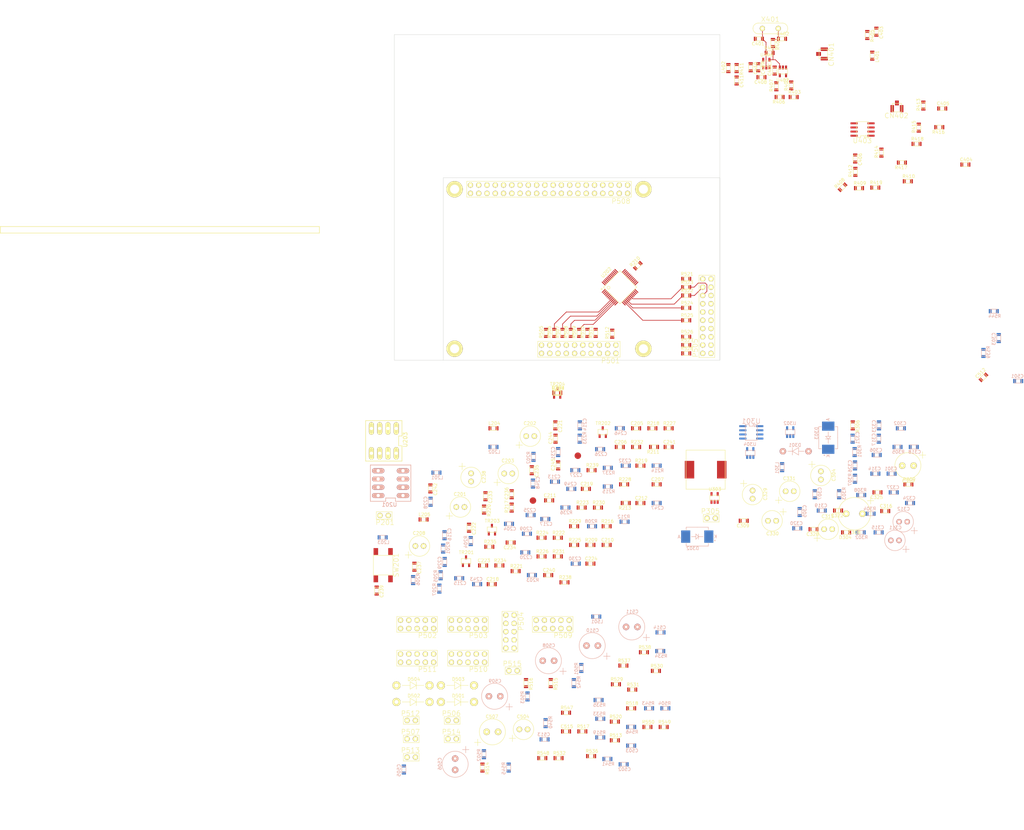
<source format=kicad_pcb>
(kicad_pcb (version 4) (host pcbnew "(after 2015-mar-04 BZR unknown)-product")
  (layers (0 F.Cu signal) (1 In1.Cu signal) (2 In2.Cu signal) (31 B.Cu signal) (34 B.Paste user) (35 F.Paste user) (36 B.SilkS user) (37 F.SilkS user) (38 B.Mask user) (39 F.Mask user) (44 Edge.Cuts user))
  (net 0 "")
  (net 1 VPP)
  (net 2 GNDD)
  (net 3 VCC)
  (net 4 VDD)
  (net 5 VAA)
  (net 6 "Net-(C401-Pad1)")
  (net 7 "Net-(C501-Pad1)")
  (net 8 "Net-(C507-Pad2)")
  (net 9 +5V)
  (net 10 "Net-(D302-Pad1)")
  (net 11 /Connectors/RPI_LRCLK)
  (net 12 /Connectors/RPI_BCLK)
  (net 13 /Connectors/RPI_SDATA_OUT)
  (net 14 /ClockFanout/MCLKC4)
  (net 15 /ClockFanout/MCLKB1)
  (net 16 /ClockFanout/MCLKB2)
  (net 17 /ClockFanout/MCLKB3)
  (net 18 /ClockFanout/MCLKB4)
  (net 19 "Net-(C321-Pad1)")
  (net 20 "Net-(C403-Pad1)")
  (net 21 /Connectors/PI_GP14)
  (net 22 /Connectors/PI_SDA)
  (net 23 /Connectors/PI_GP15)
  (net 24 /Connectors/PI_SCL)
  (net 25 /Connectors/PI_GP23)
  (net 26 /Connectors/PI_GP4)
  (net 27 /Connectors/PI_GP24)
  (net 28 /Connectors/PI_GP17)
  (net 29 /Connectors/PI_GP22)
  (net 30 /Connectors/PI_IDSD)
  (net 31 /Connectors/PI_IDSC)
  (net 32 /Connectors/PI_GP5)
  (net 33 /Connectors/PI_GP6)
  (net 34 /Connectors/PI_GP12)
  (net 35 /Connectors/PI_GP13)
  (net 36 /Connectors/PI_GP16)
  (net 37 /Connectors/PI_GP26)
  (net 38 /Connectors/PI_MOSI)
  (net 39 /Connectors/PI_MISO)
  (net 40 /Connectors/PI_SCLK)
  (net 41 /Connectors/PI_GP25)
  (net 42 /ADAU1701/DVDD)
  (net 43 /ADAU1701/AVDD)
  (net 44 /ADAU1701/PVDD)
  (net 45 /ADAU1701/IOVDD)
  (net 46 "Net-(C303-Pad1)")
  (net 47 "Net-(C305-Pad1)")
  (net 48 "Net-(C402-Pad1)")
  (net 49 "Net-(C506-Pad2)")
  (net 50 "Net-(CN401-Pad1)")
  (net 51 /ADAU1701/SELFBOOT)
  (net 52 /ADAU1701/I2C_SCL)
  (net 53 /Connectors/PI_CS1)
  (net 54 /Connectors/PI_CS2)
  (net 55 "Net-(P501-Pad2)")
  (net 56 /Connectors/ADC_MCLK)
  (net 57 "Net-(P501-Pad10)")
  (net 58 /ADAU1701/ADCIN_SDATA1)
  (net 59 "Net-(P501-Pad12)")
  (net 60 /ADAU1701/ADCIN_SDATA2)
  (net 61 "Net-(P501-Pad14)")
  (net 62 /ADAU1701/ADCIN_SDATA3)
  (net 63 "Net-(P501-Pad18)")
  (net 64 /Connectors/ADC_RESET)
  (net 65 /Connectors/DAC_MCLK)
  (net 66 /ADAU1701/DACOUT_SDATA1)
  (net 67 /ADAU1701/DACOUT_SDATA2)
  (net 68 /ADAU1701/DACOUT_SDATA3)
  (net 69 /ADAU1701/ADCIN_LRCLK0)
  (net 70 /ADAU1701/ADCIN_BCLK0)
  (net 71 /ADAU1701/ADCIN_SDATA0)
  (net 72 "Net-(P501-Pad4)")
  (net 73 "Net-(P501-Pad6)")
  (net 74 "Net-(P501-Pad8)")
  (net 75 /ADAU1701/DACOUT_LRCLK0)
  (net 76 /ADAU1701/DACOUT_BCLK0)
  (net 77 /ADAU1701/DACOUT_SDATA0)
  (net 78 "Net-(TP201-Pad1)")
  (net 79 /ADAU1701/ADC_IN0)
  (net 80 /ADAU1701/ADC_IN1)
  (net 81 "Net-(C213-Pad1)")
  (net 82 "Net-(C223-Pad1)")
  (net 83 "Net-(C225-Pad1)")
  (net 84 "Net-(C305-Pad2)")
  (net 85 "Net-(C317-Pad1)")
  (net 86 "Net-(C318-Pad1)")
  (net 87 "Net-(C319-Pad1)")
  (net 88 "Net-(C320-Pad1)")
  (net 89 "Net-(C322-Pad1)")
  (net 90 "Net-(C404-Pad1)")
  (net 91 "Net-(C505-Pad1)")
  (net 92 "Net-(C508-Pad2)")
  (net 93 "Net-(C509-Pad2)")
  (net 94 "Net-(C510-Pad2)")
  (net 95 "Net-(C511-Pad2)")
  (net 96 "Net-(C512-Pad1)")
  (net 97 "Net-(C513-Pad1)")
  (net 98 "Net-(C514-Pad1)")
  (net 99 "Net-(C515-Pad1)")
  (net 100 "Net-(D304-Pad1)")
  (net 101 "Net-(P504-Pad6)")
  (net 102 "Net-(P508-Pad2)")
  (net 103 "Net-(P508-Pad12)")
  (net 104 "Net-(P508-Pad13)")
  (net 105 "Net-(P508-Pad35)")
  (net 106 "Net-(P508-Pad38)")
  (net 107 "Net-(P508-Pad40)")
  (net 108 "Net-(R216-Pad1)")
  (net 109 "Net-(R226-Pad2)")
  (net 110 "Net-(R227-Pad2)")
  (net 111 "Net-(R401-Pad1)")
  (net 112 "Net-(P505-Pad1)")
  (net 113 "Net-(P505-Pad3)")
  (net 114 "Net-(P505-Pad5)")
  (net 115 "Net-(P505-Pad7)")
  (net 116 "Net-(P505-Pad9)")
  (net 117 "Net-(P505-Pad11)")
  (net 118 "Net-(P505-Pad13)")
  (net 119 "Net-(P505-Pad17)")
  (net 120 "Net-(P506-Pad1)")
  (net 121 "Net-(P507-Pad1)")
  (net 122 /ADAU1701/FILTA)
  (net 123 /ADAU1701/FILTD)
  (net 124 /ADAU1701/CM)
  (net 125 "Net-(C204-Pad1)")
  (net 126 "Net-(C209-Pad1)")
  (net 127 "Net-(C223-Pad2)")
  (net 128 "Net-(C226-Pad1)")
  (net 129 "Net-(C227-Pad2)")
  (net 130 "Net-(C232-Pad1)")
  (net 131 "Net-(C234-Pad1)")
  (net 132 "Net-(C239-Pad1)")
  (net 133 /Connectors/ANA_OUT1)
  (net 134 /Connectors/ANA_OUT2)
  (net 135 /Connectors/ANA_OUT3)
  (net 136 /Connectors/ANA_OUT4)
  (net 137 /ADAU1701/I2C_SDA)
  (net 138 "Net-(R203-Pad2)")
  (net 139 "Net-(R204-Pad2)")
  (net 140 "Net-(R205-Pad2)")
  (net 141 "Net-(R210-Pad1)")
  (net 142 "Net-(R211-Pad1)")
  (net 143 "Net-(R213-Pad1)")
  (net 144 "Net-(R216-Pad2)")
  (net 145 "Net-(R217-Pad2)")
  (net 146 "Net-(R218-Pad2)")
  (net 147 "Net-(R219-Pad1)")
  (net 148 "Net-(R219-Pad2)")
  (net 149 "Net-(R221-Pad2)")
  (net 150 /Connectors/ADI_RST)
  (net 151 /Connectors/PI_RST)
  (net 152 "Net-(R228-Pad2)")
  (net 153 /ADAU1701/ADDR0)
  (net 154 /ADAU1701/ADDR1)
  (net 155 "Net-(R233-Pad2)")
  (net 156 "Net-(R402-Pad2)")
  (net 157 "Net-(R407-Pad2)")
  (net 158 "Net-(R408-Pad1)")
  (net 159 "Net-(R409-Pad1)")
  (net 160 "Net-(C407-Pad1)")
  (net 161 "Net-(C411-Pad1)")
  (net 162 "Net-(TP202-Pad1)")
  (net 163 /ADAU1701/PLL0)
  (net 164 /ADAU1701/PLL1)
  (net 165 /ADAU1701/MCLK)
  (net 166 "Net-(C309-Pad2)")
  (net 167 "Net-(C311-Pad1)")
  (net 168 "Net-(C312-Pad1)")
  (net 169 "Net-(C313-Pad1)")
  (net 170 "Net-(D302-Pad2)")
  (net 171 "Net-(D305-Pad1)")
  (net 172 "Net-(D305-Pad2)")
  (net 173 "Net-(R240-Pad1)")
  (net 174 /ADAU1701/WP)
  (net 175 /ClockFanout/CLK)
  (net 176 /Connectors/RPI_SDATA_IN)
  (module OHDSP-Footprints-Pretty:IC_DIP_8 (layer F.Cu) (at 201.752001 148.801001 270)
    (fp_text reference U203 (at -0.381 -6.604 270) (layer F.SilkS) (effects (font (size 1.2 1.2) (thickness 0.2))))
    (fp_text value IC-EEPROM-I2C hide)
    (pad 1 thru_hole oval (at -3.81 -3.81 270) (size 3.81 1.524) (drill 1) (layers *.Cu *.Mask F.SilkS) (net 109 "Net-(R226-Pad2)"))
    (pad 2 thru_hole oval (at -3.81 -1.27 270) (size 3.81 1.524) (drill 1) (layers *.Cu *.Mask F.SilkS) (net 110 "Net-(R227-Pad2)"))
    (pad 3 thru_hole oval (at -3.81 1.27 270) (size 3.81 1.524) (drill 1) (layers *.Cu *.Mask F.SilkS) (net 152 "Net-(R228-Pad2)"))
    (pad 4 thru_hole oval (at -3.81 3.81 270) (size 3.81 1.524) (drill 1) (layers *.Cu *.Mask F.SilkS) (net 2 GNDD))
    (pad 8 thru_hole oval (at 3.81 -3.81 270) (size 3.81 1.524) (drill 1) (layers *.Cu *.Mask F.SilkS) (net 45 /ADAU1701/IOVDD))
    (pad 7 thru_hole oval (at 3.81 -1.27 270) (size 3.81 1.524) (drill 1) (layers *.Cu *.Mask F.SilkS) (net 155 "Net-(R233-Pad2)"))
    (pad 6 thru_hole oval (at 3.81 1.27 270) (size 3.81 1.524) (drill 1) (layers *.Cu *.Mask F.SilkS) (net 52 /ADAU1701/I2C_SCL))
    (pad 5 thru_hole oval (at 3.81 3.81 270) (size 3.81 1.524) (drill 1) (layers *.Cu *.Mask F.SilkS) (net 137 /ADAU1701/I2C_SDA))
  )
  (module OHDSP-Footprints-Pretty:CONN-RF-UFL (layer F.Cu) (at 337.058 27.94 270)
    (fp_text reference CN401 (at 2.159 -2.159 270) (layer F.SilkS) (effects (font (size 1.5 1.5))))
    (fp_text value COAX hide)
    (pad 2 smd rect (at 0.55 0 270) (size 1.1 2.2) (layers F.Cu F.Paste F.Mask) (net 2 GNDD))
    (pad 2 smd rect (at 3.45 0 270) (size 1.1 2.2) (layers F.Cu F.Paste F.Mask) (net 2 GNDD))
    (pad 1 smd rect (at 2 1.75 270) (size 1.2 1.5) (layers F.Cu F.Paste F.Mask) (net 50 "Net-(CN401-Pad1)"))
  )
  (module OHDSP-Footprints-Pretty:CONN-RF-UFL (layer F.Cu) (at 361.376571 46.753 180)
    (fp_text reference CN402 (at 2.159 -2.159 180) (layer F.SilkS) (effects (font (size 1.5 1.5))))
    (fp_text value COAX hide)
    (pad 2 smd rect (at 0.55 0 180) (size 1.1 2.2) (layers F.Cu F.Paste F.Mask) (net 2 GNDD))
    (pad 2 smd rect (at 3.45 0 180) (size 1.1 2.2) (layers F.Cu F.Paste F.Mask) (net 2 GNDD))
    (pad 1 smd rect (at 2 1.75 180) (size 1.2 1.5) (layers F.Cu F.Paste F.Mask) (net 14 /ClockFanout/MCLKC4))
  )
  (module OHDSP-Footprints-Pretty:CONN_SIL_2 (layer F.Cu) (at 203.139286 171.714001 180)
    (fp_text reference P201 (at 1.016 -2.159 180) (layer F.SilkS) (effects (font (size 1.5 1.5))))
    (fp_text value CONN_2x1 hide)
    (pad 1 thru_hole circle (at 0 0 180) (size 1.6 1.6) (drill 0.8) (layers *.Cu *.Mask F.SilkS) (net 51 /ADAU1701/SELFBOOT))
    (pad 2 thru_hole circle (at 2.54 0 180) (size 1.6 1.6) (drill 0.8) (layers *.Cu *.Mask F.SilkS) (net 2 GNDD))
  )
  (module OHDSP-Footprints-Pretty:IC_SOIC_8 (layer F.Cu) (at 351.409999 55.066001 180)
    (fp_text reference U403 (at 2.667 -1.524 180) (layer F.SilkS) (effects (font (size 1.5 1.5))))
    (fp_text value NB3L553 hide)
    (pad 1 smd rect (at 0 0 180) (size 2.2 0.6) (layers F.Cu F.Paste F.Mask) (net 90 "Net-(C404-Pad1)"))
    (pad 2 smd rect (at 0 1.27 180) (size 2.2 0.6) (layers F.Cu F.Paste F.Mask) (net 15 /ClockFanout/MCLKB1))
    (pad 3 smd rect (at 0 2.54 180) (size 2.2 0.6) (layers F.Cu F.Paste F.Mask) (net 16 /ClockFanout/MCLKB2))
    (pad 4 smd rect (at 0 3.81 180) (size 2.2 0.6) (layers F.Cu F.Paste F.Mask) (net 2 GNDD))
    (pad 5 smd rect (at 5.2 3.81 180) (size 2.2 0.6) (layers F.Cu F.Paste F.Mask) (net 158 "Net-(R408-Pad1)"))
    (pad 6 smd rect (at 5.2 2.54 180) (size 2.2 0.6) (layers F.Cu F.Paste F.Mask) (net 17 /ClockFanout/MCLKB3))
    (pad 7 smd rect (at 5.2 1.27 180) (size 2.2 0.6) (layers F.Cu F.Paste F.Mask) (net 18 /ClockFanout/MCLKB4))
    (pad 8 smd rect (at 5.2 0 180) (size 2.2 0.6) (layers F.Cu F.Paste F.Mask) (net 159 "Net-(R409-Pad1)"))
  )
  (module OHDSP-Footprints-Pretty:CONN_DIL_2X20 (layer F.Cu) (at 252.5 71.5 90)
    (fp_text reference P508 (at -3.683 22.098 180) (layer F.SilkS) (effects (font (size 1.5 1.5))))
    (fp_text value CONN_02X20 hide)
    (pad 1 thru_hole circle (at -1.27 -24.13 90) (size 1.6 1.6) (drill 0.8) (layers *.Cu *.Mask F.SilkS))
    (pad 2 thru_hole circle (at 1.27 -24.13 90) (size 1.6 1.6) (drill 0.8) (layers *.Cu *.Mask F.SilkS) (net 102 "Net-(P508-Pad2)"))
    (pad 3 thru_hole circle (at -1.27 -21.59 90) (size 1.6 1.6) (drill 0.8) (layers *.Cu *.Mask F.SilkS) (net 22 /Connectors/PI_SDA))
    (pad 4 thru_hole circle (at 1.27 -21.59 90) (size 1.6 1.6) (drill 0.8) (layers *.Cu *.Mask F.SilkS) (net 102 "Net-(P508-Pad2)"))
    (pad 5 thru_hole circle (at -1.27 -19.05 90) (size 1.6 1.6) (drill 0.8) (layers *.Cu *.Mask F.SilkS) (net 24 /Connectors/PI_SCL))
    (pad 6 thru_hole circle (at 1.27 -19.05 90) (size 1.6 1.6) (drill 0.8) (layers *.Cu *.Mask F.SilkS) (net 2 GNDD))
    (pad 7 thru_hole circle (at -1.27 -16.51 90) (size 1.6 1.6) (drill 0.8) (layers *.Cu *.Mask F.SilkS) (net 26 /Connectors/PI_GP4))
    (pad 8 thru_hole circle (at 1.27 -16.51 90) (size 1.6 1.6) (drill 0.8) (layers *.Cu *.Mask F.SilkS) (net 21 /Connectors/PI_GP14))
    (pad 9 thru_hole circle (at -1.27 -13.97 90) (size 1.6 1.6) (drill 0.8) (layers *.Cu *.Mask F.SilkS) (net 2 GNDD))
    (pad 10 thru_hole circle (at 1.27 -13.97 90) (size 1.6 1.6) (drill 0.8) (layers *.Cu *.Mask F.SilkS) (net 23 /Connectors/PI_GP15))
    (pad 11 thru_hole circle (at -1.27 -11.43 90) (size 1.6 1.6) (drill 0.8) (layers *.Cu *.Mask F.SilkS) (net 28 /Connectors/PI_GP17))
    (pad 12 thru_hole circle (at 1.27 -11.43 90) (size 1.6 1.6) (drill 0.8) (layers *.Cu *.Mask F.SilkS) (net 103 "Net-(P508-Pad12)"))
    (pad 13 thru_hole circle (at -1.27 -8.89 90) (size 1.6 1.6) (drill 0.8) (layers *.Cu *.Mask F.SilkS) (net 104 "Net-(P508-Pad13)"))
    (pad 14 thru_hole circle (at 1.27 -8.89 90) (size 1.6 1.6) (drill 0.8) (layers *.Cu *.Mask F.SilkS) (net 2 GNDD))
    (pad 15 thru_hole circle (at -1.27 -6.35 90) (size 1.6 1.6) (drill 0.8) (layers *.Cu *.Mask F.SilkS) (net 29 /Connectors/PI_GP22))
    (pad 16 thru_hole circle (at 1.27 -6.35 90) (size 1.6 1.6) (drill 0.8) (layers *.Cu *.Mask F.SilkS) (net 25 /Connectors/PI_GP23))
    (pad 17 thru_hole circle (at -1.27 -3.81 90) (size 1.6 1.6) (drill 0.8) (layers *.Cu *.Mask F.SilkS))
    (pad 18 thru_hole circle (at 1.27 -3.81 90) (size 1.6 1.6) (drill 0.8) (layers *.Cu *.Mask F.SilkS) (net 27 /Connectors/PI_GP24))
    (pad 19 thru_hole circle (at -1.27 -1.27 90) (size 1.6 1.6) (drill 0.8) (layers *.Cu *.Mask F.SilkS) (net 38 /Connectors/PI_MOSI))
    (pad 20 thru_hole circle (at 1.27 -1.27 90) (size 1.6 1.6) (drill 0.8) (layers *.Cu *.Mask F.SilkS) (net 2 GNDD))
    (pad 21 thru_hole circle (at -1.27 1.27 90) (size 1.6 1.6) (drill 0.8) (layers *.Cu *.Mask F.SilkS) (net 39 /Connectors/PI_MISO))
    (pad 22 thru_hole circle (at 1.27 1.27 90) (size 1.6 1.6) (drill 0.8) (layers *.Cu *.Mask F.SilkS) (net 41 /Connectors/PI_GP25))
    (pad 23 thru_hole circle (at -1.27 3.81 90) (size 1.6 1.6) (drill 0.8) (layers *.Cu *.Mask F.SilkS) (net 40 /Connectors/PI_SCLK))
    (pad 24 thru_hole circle (at 1.27 3.81 90) (size 1.6 1.6) (drill 0.8) (layers *.Cu *.Mask F.SilkS) (net 53 /Connectors/PI_CS1))
    (pad 25 thru_hole circle (at -1.27 6.35 90) (size 1.6 1.6) (drill 0.8) (layers *.Cu *.Mask F.SilkS) (net 2 GNDD))
    (pad 26 thru_hole circle (at 1.27 6.35 90) (size 1.6 1.6) (drill 0.8) (layers *.Cu *.Mask F.SilkS) (net 54 /Connectors/PI_CS2))
    (pad 27 thru_hole circle (at -1.27 8.89 90) (size 1.6 1.6) (drill 0.8) (layers *.Cu *.Mask F.SilkS) (net 30 /Connectors/PI_IDSD))
    (pad 28 thru_hole circle (at 1.27 8.89 90) (size 1.6 1.6) (drill 0.8) (layers *.Cu *.Mask F.SilkS) (net 31 /Connectors/PI_IDSC))
    (pad 29 thru_hole circle (at -1.27 11.43 90) (size 1.6 1.6) (drill 0.8) (layers *.Cu *.Mask F.SilkS) (net 32 /Connectors/PI_GP5))
    (pad 30 thru_hole circle (at 1.27 11.43 90) (size 1.6 1.6) (drill 0.8) (layers *.Cu *.Mask F.SilkS) (net 2 GNDD))
    (pad 31 thru_hole circle (at -1.27 13.97 90) (size 1.6 1.6) (drill 0.8) (layers *.Cu *.Mask F.SilkS) (net 33 /Connectors/PI_GP6))
    (pad 32 thru_hole circle (at 1.27 13.97 90) (size 1.6 1.6) (drill 0.8) (layers *.Cu *.Mask F.SilkS) (net 34 /Connectors/PI_GP12))
    (pad 33 thru_hole circle (at -1.27 16.51 90) (size 1.6 1.6) (drill 0.8) (layers *.Cu *.Mask F.SilkS) (net 35 /Connectors/PI_GP13))
    (pad 34 thru_hole circle (at 1.27 16.51 90) (size 1.6 1.6) (drill 0.8) (layers *.Cu *.Mask F.SilkS) (net 2 GNDD))
    (pad 35 thru_hole circle (at -1.27 19.05 90) (size 1.6 1.6) (drill 0.8) (layers *.Cu *.Mask F.SilkS) (net 105 "Net-(P508-Pad35)"))
    (pad 36 thru_hole circle (at 1.27 19.05 90) (size 1.6 1.6) (drill 0.8) (layers *.Cu *.Mask F.SilkS) (net 36 /Connectors/PI_GP16))
    (pad 37 thru_hole circle (at -1.27 21.59 90) (size 1.6 1.6) (drill 0.8) (layers *.Cu *.Mask F.SilkS) (net 37 /Connectors/PI_GP26))
    (pad 38 thru_hole circle (at 1.27 21.59 90) (size 1.6 1.6) (drill 0.8) (layers *.Cu *.Mask F.SilkS) (net 106 "Net-(P508-Pad38)"))
    (pad 39 thru_hole circle (at -1.27 24.13 90) (size 1.6 1.6) (drill 0.8) (layers *.Cu *.Mask F.SilkS) (net 2 GNDD))
    (pad 40 thru_hole circle (at 1.27 24.13 90) (size 1.6 1.6) (drill 0.8) (layers *.Cu *.Mask F.SilkS) (net 107 "Net-(P508-Pad40)"))
  )
  (module OHDSP-Footprints-Pretty:SMD-0805 (layer B.Cu) (at 259.337571 163.545 180)
    (fp_text reference C249 (at 0.254 1.524 180) (layer B.SilkS) (effects (justify mirror)))
    (fp_text value 100n hide)
    (pad 1 smd rect (at -1.1 0 180) (size 0.9 1.3) (layers B.Cu B.Paste B.Mask) (net 1 VPP))
    (pad 2 smd rect (at 1.1 0 180) (size 0.9 1.3) (layers B.Cu B.Paste B.Mask) (net 2 GNDD))
  )
  (module OHDSP-Footprints-Pretty:SMD-0805 (layer B.Cu) (at 220.409952 177.786 90)
    (fp_text reference C216 (at 0.254 1.524 90) (layer B.SilkS) (effects (justify mirror)))
    (fp_text value 100n hide)
    (pad 1 smd rect (at -1.1 0 90) (size 0.9 1.3) (layers B.Cu B.Paste B.Mask) (net 42 /ADAU1701/DVDD))
    (pad 2 smd rect (at 1.1 0 90) (size 0.9 1.3) (layers B.Cu B.Paste B.Mask) (net 2 GNDD))
  )
  (module OHDSP-Footprints-Pretty:SMD-0805 (layer B.Cu) (at 245.717571 177.325 180)
    (fp_text reference C209 (at 0.254 1.524 180) (layer B.SilkS) (effects (justify mirror)))
    (fp_text value 100p hide)
    (pad 1 smd rect (at -1.1 0 180) (size 0.9 1.3) (layers B.Cu B.Paste B.Mask) (net 126 "Net-(C209-Pad1)"))
    (pad 2 smd rect (at 1.1 0 180) (size 0.9 1.3) (layers B.Cu B.Paste B.Mask) (net 2 GNDD))
  )
  (module OHDSP-Footprints-Pretty:SMD-0805 (layer B.Cu) (at 254.337571 161.335 180)
    (fp_text reference C213 (at 0.254 1.524 180) (layer B.SilkS) (effects (justify mirror)))
    (fp_text value 1u hide)
    (pad 1 smd rect (at -1.1 0 180) (size 0.9 1.3) (layers B.Cu B.Paste B.Mask) (net 81 "Net-(C213-Pad1)"))
    (pad 2 smd rect (at 1.1 0 180) (size 0.9 1.3) (layers B.Cu B.Paste B.Mask) (net 2 GNDD))
  )
  (module OHDSP-Footprints-Pretty:SMD-0805 (layer B.Cu) (at 224.909571 191.005)
    (fp_text reference C215 (at 0.254 1.524) (layer B.SilkS) (effects (justify mirror)))
    (fp_text value 100n hide)
    (pad 1 smd rect (at -1.1 0) (size 0.9 1.3) (layers B.Cu B.Paste B.Mask) (net 81 "Net-(C213-Pad1)"))
    (pad 2 smd rect (at 1.1 0) (size 0.9 1.3) (layers B.Cu B.Paste B.Mask) (net 2 GNDD))
  )
  (module OHDSP-Footprints-Pretty:SMD-0805 (layer B.Cu) (at 246.857571 171.585 180)
    (fp_text reference C225 (at 0.254 1.524 180) (layer B.SilkS) (effects (justify mirror)))
    (fp_text value 100p hide)
    (pad 1 smd rect (at -1.1 0 180) (size 0.9 1.3) (layers B.Cu B.Paste B.Mask) (net 83 "Net-(C225-Pad1)"))
    (pad 2 smd rect (at 1.1 0 180) (size 0.9 1.3) (layers B.Cu B.Paste B.Mask) (net 2 GNDD))
  )
  (module OHDSP-Footprints-Pretty:SMD-0805 (layer B.Cu) (at 260.569571 157.805)
    (fp_text reference C227 (at 0.254 1.524) (layer B.SilkS) (effects (justify mirror)))
    (fp_text value 22u hide)
    (pad 1 smd rect (at -1.1 0) (size 0.9 1.3) (layers B.Cu B.Paste B.Mask) (net 45 /ADAU1701/IOVDD))
    (pad 2 smd rect (at 1.1 0) (size 0.9 1.3) (layers B.Cu B.Paste B.Mask) (net 129 "Net-(C227-Pad2)"))
  )
  (module OHDSP-Footprints-Pretty:SMD-0805 (layer B.Cu) (at 268.199571 151.355)
    (fp_text reference C226 (at 0.254 1.524) (layer B.SilkS) (effects (justify mirror)))
    (fp_text value 100n hide)
    (pad 1 smd rect (at -1.1 0) (size 0.9 1.3) (layers B.Cu B.Paste B.Mask) (net 128 "Net-(C226-Pad1)"))
    (pad 2 smd rect (at 1.1 0) (size 0.9 1.3) (layers B.Cu B.Paste B.Mask) (net 2 GNDD))
  )
  (module OHDSP-Footprints-Pretty:SMD-0805 (layer F.Cu) (at 240.717571 180.035 180)
    (fp_text reference C234 (at 0.254 -1.524 180) (layer F.SilkS))
    (fp_text value 100p hide)
    (pad 1 smd rect (at -1.1 0 180) (size 0.9 1.3) (layers F.Cu F.Paste F.Mask) (net 131 "Net-(C234-Pad1)"))
    (pad 2 smd rect (at 1.1 0 180) (size 0.9 1.3) (layers F.Cu F.Paste F.Mask) (net 2 GNDD))
  )
  (module OHDSP-Footprints-Pretty:SMD-0805 (layer F.Cu) (at 199.559952 194.786 270)
    (fp_text reference C239 (at 0.254 -1.524 270) (layer F.SilkS))
    (fp_text value 100p hide)
    (pad 1 smd rect (at -1.1 0 270) (size 0.9 1.3) (layers F.Cu F.Paste F.Mask) (net 132 "Net-(C239-Pad1)"))
    (pad 2 smd rect (at 1.1 0 270) (size 0.9 1.3) (layers F.Cu F.Paste F.Mask) (net 2 GNDD))
  )
  (module OHDSP-Footprints-Pretty:SMD-0805 (layer F.Cu) (at 289.249571 150.675)
    (fp_text reference C241 (at 0.254 -1.524) (layer F.SilkS))
    (fp_text value 22u hide)
    (pad 1 smd rect (at -1.1 0) (size 0.9 1.3) (layers F.Cu F.Paste F.Mask) (net 43 /ADAU1701/AVDD))
    (pad 2 smd rect (at 1.1 0) (size 0.9 1.3) (layers F.Cu F.Paste F.Mask) (net 2 GNDD))
  )
  (module OHDSP-Footprints-Pretty:SMD-0805 (layer B.Cu) (at 285.569571 167.895)
    (fp_text reference C247 (at 0.254 1.524) (layer B.SilkS) (effects (justify mirror)))
    (fp_text value 100n hide)
    (pad 1 smd rect (at -1.1 0) (size 0.9 1.3) (layers B.Cu B.Paste B.Mask) (net 45 /ADAU1701/IOVDD))
    (pad 2 smd rect (at 1.1 0) (size 0.9 1.3) (layers B.Cu B.Paste B.Mask) (net 2 GNDD))
  )
  (module OHDSP-Footprints-Pretty:SMD-0805 (layer B.Cu) (at 247.557571 161.916 90)
    (fp_text reference C248 (at 0.254 1.524 90) (layer B.SilkS) (effects (justify mirror)))
    (fp_text value 1u hide)
    (pad 1 smd rect (at -1.1 0 90) (size 0.9 1.3) (layers B.Cu B.Paste B.Mask) (net 45 /ADAU1701/IOVDD))
    (pad 2 smd rect (at 1.1 0 90) (size 0.9 1.3) (layers B.Cu B.Paste B.Mask) (net 2 GNDD))
  )
  (module OHDSP-Footprints-Pretty:SMD-0805 (layer B.Cu) (at 336.287571 170.205 180)
    (fp_text reference C319 (at 0.254 1.524 180) (layer B.SilkS) (effects (justify mirror)))
    (fp_text value 10n hide)
    (pad 1 smd rect (at -1.1 0 180) (size 0.9 1.3) (layers B.Cu B.Paste B.Mask) (net 87 "Net-(C319-Pad1)"))
    (pad 2 smd rect (at 1.1 0 180) (size 0.9 1.3) (layers B.Cu B.Paste B.Mask) (net 2 GNDD))
  )
  (module OHDSP-Footprints-Pretty:SMD-0805 (layer B.Cu) (at 328.757571 175.655 180)
    (fp_text reference C320 (at 0.254 1.524 180) (layer B.SilkS) (effects (justify mirror)))
    (fp_text value 100n hide)
    (pad 1 smd rect (at -1.1 0 180) (size 0.9 1.3) (layers B.Cu B.Paste B.Mask) (net 88 "Net-(C320-Pad1)"))
    (pad 2 smd rect (at 1.1 0 180) (size 0.9 1.3) (layers B.Cu B.Paste B.Mask) (net 2 GNDD))
  )
  (module OHDSP-Footprints-Pretty:SMD-0805 (layer B.Cu) (at 360.587571 144.935 180)
    (fp_text reference C302 (at 0.254 1.524 180) (layer B.SilkS) (effects (justify mirror)))
    (fp_text value 100n hide)
    (pad 1 smd rect (at -1.1 0 180) (size 0.9 1.3) (layers B.Cu B.Paste B.Mask) (net 2 GNDD))
    (pad 2 smd rect (at 1.1 0 180) (size 0.9 1.3) (layers B.Cu B.Paste B.Mask) (net 3 VCC))
  )
  (module OHDSP-Footprints-Pretty:SMD-0805 (layer B.Cu) (at 390.652 117.221 270)
    (fp_text reference C303 (at 0.254 1.524 270) (layer B.SilkS) (effects (justify mirror)))
    (fp_text value 100p hide)
    (pad 1 smd rect (at -1.1 0 270) (size 0.9 1.3) (layers B.Cu B.Paste B.Mask) (net 46 "Net-(C303-Pad1)"))
    (pad 2 smd rect (at 1.1 0 270) (size 0.9 1.3) (layers B.Cu B.Paste B.Mask) (net 2 GNDD))
  )
  (module OHDSP-Footprints-Pretty:SMD-0805 (layer B.Cu) (at 345.759952 148.136 90)
    (fp_text reference C321 (at 0.254 1.524 90) (layer B.SilkS) (effects (justify mirror)))
    (fp_text value 100n hide)
    (pad 1 smd rect (at -1.1 0 90) (size 0.9 1.3) (layers B.Cu B.Paste B.Mask) (net 19 "Net-(C321-Pad1)"))
    (pad 2 smd rect (at 1.1 0 90) (size 0.9 1.3) (layers B.Cu B.Paste B.Mask) (net 2 GNDD))
  )
  (module OHDSP-Footprints-Pretty:SMD-0805 (layer B.Cu) (at 329.503762 170.656 90)
    (fp_text reference C305 (at 0.254 1.524 90) (layer B.SilkS) (effects (justify mirror)))
    (fp_text value 270n hide)
    (pad 1 smd rect (at -1.1 0 90) (size 0.9 1.3) (layers B.Cu B.Paste B.Mask) (net 47 "Net-(C305-Pad1)"))
    (pad 2 smd rect (at 1.1 0 90) (size 0.9 1.3) (layers B.Cu B.Paste B.Mask) (net 84 "Net-(C305-Pad2)"))
  )
  (module OHDSP-Footprints-Pretty:SMD-0805 (layer B.Cu) (at 353.167571 153.135 180)
    (fp_text reference C306 (at 0.254 1.524 180) (layer B.SilkS) (effects (justify mirror)))
    (fp_text value 22u hide)
    (pad 1 smd rect (at -1.1 0 180) (size 0.9 1.3) (layers B.Cu B.Paste B.Mask) (net 2 GNDD))
    (pad 2 smd rect (at 1.1 0 180) (size 0.9 1.3) (layers B.Cu B.Paste B.Mask) (net 3 VCC))
  )
  (module OHDSP-Footprints-Pretty:SMD-0805 (layer B.Cu) (at 334.139952 165.206 90)
    (fp_text reference C307 (at 0.254 1.524 90) (layer B.SilkS) (effects (justify mirror)))
    (fp_text value 100n hide)
    (pad 1 smd rect (at -1.1 0 90) (size 0.9 1.3) (layers B.Cu B.Paste B.Mask) (net 2 GNDD))
    (pad 2 smd rect (at 1.1 0 90) (size 0.9 1.3) (layers B.Cu B.Paste B.Mask) (net 3 VCC))
  )
  (module OHDSP-Footprints-Pretty:SMD-0805 (layer F.Cu) (at 341.287571 170.205 180)
    (fp_text reference C322 (at 0.254 -1.524 180) (layer F.SilkS))
    (fp_text value 100n hide)
    (pad 1 smd rect (at -1.1 0 180) (size 0.9 1.3) (layers F.Cu F.Paste F.Mask) (net 89 "Net-(C322-Pad1)"))
    (pad 2 smd rect (at 1.1 0 180) (size 0.9 1.3) (layers F.Cu F.Paste F.Mask) (net 2 GNDD))
  )
  (module OHDSP-Footprints-Pretty:SMD-0805 (layer F.Cu) (at 333.757571 175.945 180)
    (fp_text reference C328 (at 0.254 -1.524 180) (layer F.SilkS))
    (fp_text value 22u hide)
    (pad 1 smd rect (at -1.1 0 180) (size 0.9 1.3) (layers F.Cu F.Paste F.Mask) (net 4 VDD))
    (pad 2 smd rect (at 1.1 0 180) (size 0.9 1.3) (layers F.Cu F.Paste F.Mask) (net 2 GNDD))
  )
  (module OHDSP-Footprints-Pretty:SMD-0805 (layer B.Cu) (at 353.757571 176.915 180)
    (fp_text reference C315 (at 0.254 1.524 180) (layer B.SilkS) (effects (justify mirror)))
    (fp_text value 100n hide)
    (pad 1 smd rect (at -1.1 0 180) (size 0.9 1.3) (layers B.Cu B.Paste B.Mask) (net 168 "Net-(C312-Pad1)"))
    (pad 2 smd rect (at 1.1 0 180) (size 0.9 1.3) (layers B.Cu B.Paste B.Mask) (net 2 GNDD))
  )
  (module OHDSP-Footprints-Pretty:SMD-0805 (layer B.Cu) (at 353.857571 144.036 270)
    (fp_text reference C323 (at 0.254 1.524 270) (layer B.SilkS) (effects (justify mirror)))
    (fp_text value 100n hide)
    (pad 1 smd rect (at -1.1 0 270) (size 0.9 1.3) (layers B.Cu B.Paste B.Mask) (net 5 VAA))
    (pad 2 smd rect (at 1.1 0 270) (size 0.9 1.3) (layers B.Cu B.Paste B.Mask) (net 2 GNDD))
  )
  (module OHDSP-Footprints-Pretty:SMD-0805 (layer B.Cu) (at 363.397571 167.895 180)
    (fp_text reference C324 (at 0.254 1.524 180) (layer B.SilkS) (effects (justify mirror)))
    (fp_text value 100n hide)
    (pad 1 smd rect (at -1.1 0 180) (size 0.9 1.3) (layers B.Cu B.Paste B.Mask) (net 1 VPP))
    (pad 2 smd rect (at 1.1 0 180) (size 0.9 1.3) (layers B.Cu B.Paste B.Mask) (net 2 GNDD))
  )
  (module OHDSP-Footprints-Pretty:SMD-0805 (layer B.Cu) (at 346.487571 156.336 270)
    (fp_text reference C326 (at 0.254 1.524 270) (layer B.SilkS) (effects (justify mirror)))
    (fp_text value 22u hide)
    (pad 1 smd rect (at -1.1 0 270) (size 0.9 1.3) (layers B.Cu B.Paste B.Mask) (net 5 VAA))
    (pad 2 smd rect (at 1.1 0 270) (size 0.9 1.3) (layers B.Cu B.Paste B.Mask) (net 2 GNDD))
  )
  (module OHDSP-Footprints-Pretty:SMD-0805 (layer B.Cu) (at 358.397571 164.615 180)
    (fp_text reference C327 (at 0.254 1.524 180) (layer B.SilkS) (effects (justify mirror)))
    (fp_text value 22u hide)
    (pad 1 smd rect (at -1.1 0 180) (size 0.9 1.3) (layers B.Cu B.Paste B.Mask) (net 1 VPP))
    (pad 2 smd rect (at 1.1 0 180) (size 0.9 1.3) (layers B.Cu B.Paste B.Mask) (net 2 GNDD))
  )
  (module OHDSP-Footprints-Pretty:SMD-0805 (layer F.Cu) (at 373.283571 46.702)
    (fp_text reference C405 (at 0.254 -1.524) (layer F.SilkS))
    (fp_text value 22u hide)
    (pad 1 smd rect (at -1.1 0) (size 0.9 1.3) (layers F.Cu F.Paste F.Mask) (net 90 "Net-(C404-Pad1)"))
    (pad 2 smd rect (at 1.1 0) (size 0.9 1.3) (layers F.Cu F.Paste F.Mask) (net 2 GNDD))
  )
  (module OHDSP-Footprints-Pretty:SMD-0805 (layer F.Cu) (at 385.953 129.286 45)
    (fp_text reference C512 (at 0.254 -1.524 45) (layer F.SilkS))
    (fp_text value 5n6 hide)
    (pad 1 smd rect (at -1.1 0 45) (size 0.9 1.3) (layers F.Cu F.Paste F.Mask) (net 96 "Net-(C512-Pad1)"))
    (pad 2 smd rect (at 1.1 0 45) (size 0.9 1.3) (layers F.Cu F.Paste F.Mask) (net 2 GNDD))
  )
  (module OHDSP-Footprints-Pretty:SMD-0805 (layer B.Cu) (at 277.729571 242.425)
    (fp_text reference C503 (at 0.254 1.524) (layer B.SilkS) (effects (justify mirror)))
    (fp_text value 22u hide)
    (pad 1 smd rect (at -1.1 0) (size 0.9 1.3) (layers B.Cu B.Paste B.Mask) (net 7 "Net-(C501-Pad1)"))
    (pad 2 smd rect (at 1.1 0) (size 0.9 1.3) (layers B.Cu B.Paste B.Mask) (net 2 GNDD))
  )
  (module OHDSP-Footprints-Pretty:SMD-0805 (layer B.Cu) (at 207.917571 249.756 270)
    (fp_text reference C505 (at 0.254 1.524 270) (layer B.SilkS) (effects (justify mirror)))
    (fp_text value 100p hide)
    (pad 1 smd rect (at -1.1 0 270) (size 0.9 1.3) (layers B.Cu B.Paste B.Mask) (net 91 "Net-(C505-Pad1)"))
    (pad 2 smd rect (at 1.1 0 270) (size 0.9 1.3) (layers B.Cu B.Paste B.Mask) (net 2 GNDD))
  )
  (module OHDSP-Footprints-Pretty:SMD-0805 (layer B.Cu) (at 217.911 158.565)
    (fp_text reference L201 (at 0.254 1.524) (layer B.SilkS) (effects (justify mirror)))
    (fp_text value 600R@100MHz hide)
    (pad 1 smd rect (at -1.1 0) (size 0.9 1.3) (layers B.Cu B.Paste B.Mask) (net 4 VDD))
    (pad 2 smd rect (at 1.1 0) (size 0.9 1.3) (layers B.Cu B.Paste B.Mask) (net 42 /ADAU1701/DVDD))
  )
  (module OHDSP-Footprints-Pretty:SMD-0805 (layer B.Cu) (at 235.441 150.675)
    (fp_text reference L202 (at 0.254 1.524) (layer B.SilkS) (effects (justify mirror)))
    (fp_text value 600R@100MHz hide)
    (pad 1 smd rect (at -1.1 0) (size 0.9 1.3) (layers B.Cu B.Paste B.Mask) (net 1 VPP))
    (pad 2 smd rect (at 1.1 0) (size 0.9 1.3) (layers B.Cu B.Paste B.Mask) (net 81 "Net-(C213-Pad1)"))
  )
  (module OHDSP-Footprints-Pretty:SMD-0805 (layer B.Cu) (at 201.401 178.445)
    (fp_text reference L203 (at 0.254 1.524) (layer B.SilkS) (effects (justify mirror)))
    (fp_text value 600R@100MHz hide)
    (pad 1 smd rect (at -1.1 0) (size 0.9 1.3) (layers B.Cu B.Paste B.Mask) (net 1 VPP))
    (pad 2 smd rect (at 1.1 0) (size 0.9 1.3) (layers B.Cu B.Paste B.Mask) (net 45 /ADAU1701/IOVDD))
  )
  (module OHDSP-Footprints-Pretty:SMD-0805 (layer F.Cu) (at 235.441 144.935)
    (fp_text reference L204 (at 0.254 -1.524) (layer F.SilkS))
    (fp_text value 600R@100MHz hide)
    (pad 1 smd rect (at -1.1 0) (size 0.9 1.3) (layers F.Cu F.Paste F.Mask) (net 5 VAA))
    (pad 2 smd rect (at 1.1 0) (size 0.9 1.3) (layers F.Cu F.Paste F.Mask) (net 44 /ADAU1701/PVDD))
  )
  (module OHDSP-Footprints-Pretty:SMD-0805 (layer F.Cu) (at 213.971 172.945)
    (fp_text reference L205 (at 0.254 -1.524) (layer F.SilkS))
    (fp_text value 600R@100MHz hide)
    (pad 1 smd rect (at -1.1 0) (size 0.9 1.3) (layers F.Cu F.Paste F.Mask) (net 5 VAA))
    (pad 2 smd rect (at 1.1 0) (size 0.9 1.3) (layers F.Cu F.Paste F.Mask) (net 43 /ADAU1701/AVDD))
  )
  (module OHDSP-Footprints-Pretty:SMD-0805 (layer B.Cu) (at 324.101 156.876 270)
    (fp_text reference L301 (at 0.254 1.524 270) (layer B.SilkS) (effects (justify mirror)))
    (fp_text value 600R@100MHz hide)
    (pad 1 smd rect (at -1.1 0 270) (size 0.9 1.3) (layers B.Cu B.Paste B.Mask) (net 170 "Net-(D302-Pad2)"))
    (pad 2 smd rect (at 1.1 0 270) (size 0.9 1.3) (layers B.Cu B.Paste B.Mask) (net 3 VCC))
  )
  (module OHDSP-Footprints-Pretty:SMD-0805 (layer F.Cu) (at 351.79 30.48 270)
    (fp_text reference L401 (at 0.254 -1.524 270) (layer F.SilkS))
    (fp_text value 600R@100MHz hide)
    (pad 1 smd rect (at -1.1 0 270) (size 0.9 1.3) (layers F.Cu F.Paste F.Mask) (net 1 VPP))
    (pad 2 smd rect (at 1.1 0 270) (size 0.9 1.3) (layers F.Cu F.Paste F.Mask) (net 90 "Net-(C404-Pad1)"))
  )
  (module OHDSP-Footprints-Pretty:SMD-0805 (layer B.Cu) (at 267.011 202.785)
    (fp_text reference L501 (at 0.254 1.524) (layer B.SilkS) (effects (justify mirror)))
    (fp_text value 600R@100MHz hide)
    (pad 1 smd rect (at -1.1 0) (size 0.9 1.3) (layers B.Cu B.Paste B.Mask) (net 1 VPP))
    (pad 2 smd rect (at 1.1 0) (size 0.9 1.3) (layers B.Cu B.Paste B.Mask) (net 7 "Net-(C501-Pad1)"))
  )
  (module OHDSP-Footprints-Pretty:SMD-0805 (layer F.Cu) (at 250.209571 178.555)
    (fp_text reference R224 (at 0.254 -1.524) (layer F.SilkS))
    (fp_text value 1k hide)
    (pad 1 smd rect (at -1.1 0) (size 0.9 1.3) (layers F.Cu F.Paste F.Mask) (net 1 VPP))
    (pad 2 smd rect (at 1.1 0) (size 0.9 1.3) (layers F.Cu F.Paste F.Mask) (net 51 /ADAU1701/SELFBOOT))
  )
  (module OHDSP-Footprints-Pretty:SMD-0805 (layer B.Cu) (at 270.569571 157.095)
    (fp_text reference R237 (at 0.254 1.524) (layer B.SilkS) (effects (justify mirror)))
    (fp_text value 2k2 hide)
    (pad 1 smd rect (at -1.1 0) (size 0.9 1.3) (layers B.Cu B.Paste B.Mask) (net 1 VPP))
    (pad 2 smd rect (at 1.1 0) (size 0.9 1.3) (layers B.Cu B.Paste B.Mask) (net 52 /ADAU1701/I2C_SCL))
  )
  (module OHDSP-Footprints-Pretty:SMD-0805 (layer B.Cu) (at 257.539571 169.285)
    (fp_text reference R236 (at 0.254 1.524) (layer B.SilkS) (effects (justify mirror)))
    (fp_text value 2k2 hide)
    (pad 1 smd rect (at -1.1 0) (size 0.9 1.3) (layers B.Cu B.Paste B.Mask) (net 1 VPP))
    (pad 2 smd rect (at 1.1 0) (size 0.9 1.3) (layers B.Cu B.Paste B.Mask) (net 137 /ADAU1701/I2C_SDA))
  )
  (module OHDSP-Footprints-Pretty:SMD-0805 (layer B.Cu) (at 219.981381 181.886 90)
    (fp_text reference R201 (at 0.254 1.524 90) (layer B.SilkS) (effects (justify mirror)))
    (fp_text value 47R hide)
    (pad 1 smd rect (at -1.1 0 90) (size 0.9 1.3) (layers B.Cu B.Paste B.Mask) (net 42 /ADAU1701/DVDD))
    (pad 2 smd rect (at 1.1 0 90) (size 0.9 1.3) (layers B.Cu B.Paste B.Mask) (net 125 "Net-(C204-Pad1)"))
  )
  (module OHDSP-Footprints-Pretty:SMD-0805 (layer B.Cu) (at 247.727571 153.716 270)
    (fp_text reference R202 (at 0.254 1.524 270) (layer B.SilkS) (effects (justify mirror)))
    (fp_text value 47R hide)
    (pad 1 smd rect (at -1.1 0 270) (size 0.9 1.3) (layers B.Cu B.Paste B.Mask) (net 81 "Net-(C213-Pad1)"))
    (pad 2 smd rect (at 1.1 0 270) (size 0.9 1.3) (layers B.Cu B.Paste B.Mask) (net 126 "Net-(C209-Pad1)"))
  )
  (module OHDSP-Footprints-Pretty:SMD-0805 (layer B.Cu) (at 247.249571 190.035)
    (fp_text reference R203 (at 0.254 1.524) (layer B.SilkS) (effects (justify mirror)))
    (fp_text value 0R hide)
    (pad 1 smd rect (at -1.1 0) (size 0.9 1.3) (layers B.Cu B.Paste B.Mask) (net 1 VPP))
    (pad 2 smd rect (at 1.1 0) (size 0.9 1.3) (layers B.Cu B.Paste B.Mask) (net 138 "Net-(R203-Pad2)"))
  )
  (module OHDSP-Footprints-Pretty:SMD-0805 (layer B.Cu) (at 228.457571 179.586 270)
    (fp_text reference R204 (at 0.254 1.524 270) (layer B.SilkS) (effects (justify mirror)))
    (fp_text value 12k hide)
    (pad 1 smd rect (at -1.1 0 270) (size 0.9 1.3) (layers B.Cu B.Paste B.Mask) (net 5 VAA))
    (pad 2 smd rect (at 1.1 0 270) (size 0.9 1.3) (layers B.Cu B.Paste B.Mask) (net 139 "Net-(R204-Pad2)"))
  )
  (module OHDSP-Footprints-Pretty:SMD-0805 (layer B.Cu) (at 219.207571 190.086 270)
    (fp_text reference R205 (at 0.254 1.524 270) (layer B.SilkS) (effects (justify mirror)))
    (fp_text value 8k2 hide)
    (pad 1 smd rect (at -1.1 0 270) (size 0.9 1.3) (layers B.Cu B.Paste B.Mask) (net 4 VDD))
    (pad 2 smd rect (at 1.1 0 270) (size 0.9 1.3) (layers B.Cu B.Paste B.Mask) (net 140 "Net-(R205-Pad2)"))
  )
  (module OHDSP-Footprints-Pretty:SMD-0805 (layer F.Cu) (at 241.027571 169.296 90)
    (fp_text reference R217 (at 0.254 -1.524 90) (layer F.SilkS))
    (fp_text value 0R hide)
    (pad 1 smd rect (at -1.1 0 90) (size 0.9 1.3) (layers F.Cu F.Paste F.Mask) (net 2 GNDD))
    (pad 2 smd rect (at 1.1 0 90) (size 0.9 1.3) (layers F.Cu F.Paste F.Mask) (net 145 "Net-(R217-Pad2)"))
  )
  (module OHDSP-Footprints-Pretty:SMD-0805 (layer B.Cu) (at 210.75519 191.566 90)
    (fp_text reference R206 (at 0.254 1.524 90) (layer B.SilkS) (effects (justify mirror)))
    (fp_text value N/F hide)
    (pad 1 smd rect (at -1.1 0 90) (size 0.9 1.3) (layers B.Cu B.Paste B.Mask) (net 2 GNDD))
    (pad 2 smd rect (at 1.1 0 90) (size 0.9 1.3) (layers B.Cu B.Paste B.Mask) (net 138 "Net-(R203-Pad2)"))
  )
  (module OHDSP-Footprints-Pretty:SMD-0805 (layer B.Cu) (at 218.807571 194.186 270)
    (fp_text reference R207 (at 0.254 1.524 270) (layer B.SilkS) (effects (justify mirror)))
    (fp_text value 3k hide)
    (pad 1 smd rect (at -1.1 0 270) (size 0.9 1.3) (layers B.Cu B.Paste B.Mask) (net 2 GNDD))
    (pad 2 smd rect (at 1.1 0 270) (size 0.9 1.3) (layers B.Cu B.Paste B.Mask) (net 139 "Net-(R204-Pad2)"))
  )
  (module OHDSP-Footprints-Pretty:SMD-0805 (layer B.Cu) (at 265.717571 175.025 180)
    (fp_text reference R208 (at 0.254 1.524 180) (layer B.SilkS) (effects (justify mirror)))
    (fp_text value 4k7 hide)
    (pad 1 smd rect (at -1.1 0 180) (size 0.9 1.3) (layers B.Cu B.Paste B.Mask) (net 2 GNDD))
    (pad 2 smd rect (at 1.1 0 180) (size 0.9 1.3) (layers B.Cu B.Paste B.Mask) (net 140 "Net-(R205-Pad2)"))
  )
  (module OHDSP-Footprints-Pretty:SMD-0805 (layer B.Cu) (at 275.717571 173.635 180)
    (fp_text reference R212 (at 0.254 1.524 180) (layer B.SilkS) (effects (justify mirror)))
    (fp_text value 47R hide)
    (pad 1 smd rect (at -1.1 0 180) (size 0.9 1.3) (layers B.Cu B.Paste B.Mask) (net 45 /ADAU1701/IOVDD))
    (pad 2 smd rect (at 1.1 0 180) (size 0.9 1.3) (layers B.Cu B.Paste B.Mask) (net 83 "Net-(C225-Pad1)"))
  )
  (module OHDSP-Footprints-Pretty:SMD-0805 (layer B.Cu) (at 270.569571 162.835)
    (fp_text reference R215 (at 0.254 1.524) (layer B.SilkS) (effects (justify mirror)))
    (fp_text value 100k hide)
    (pad 1 smd rect (at -1.1 0) (size 0.9 1.3) (layers B.Cu B.Paste B.Mask) (net 2 GNDD))
    (pad 2 smd rect (at 1.1 0) (size 0.9 1.3) (layers B.Cu B.Paste B.Mask) (net 64 /Connectors/ADC_RESET))
  )
  (module OHDSP-Footprints-Pretty:SMD-0805 (layer F.Cu) (at 284.757571 150.675 180)
    (fp_text reference R211 (at 0.254 -1.524 180) (layer F.SilkS))
    (fp_text value 7k5 hide)
    (pad 1 smd rect (at -1.1 0 180) (size 0.9 1.3) (layers F.Cu F.Paste F.Mask) (net 142 "Net-(R211-Pad1)"))
    (pad 2 smd rect (at 1.1 0 180) (size 0.9 1.3) (layers F.Cu F.Paste F.Mask) (net 2 GNDD))
  )
  (module OHDSP-Footprints-Pretty:SMD-0805 (layer F.Cu) (at 232.551381 169.906 270)
    (fp_text reference R220 (at 0.254 -1.524 270) (layer F.SilkS))
    (fp_text value 47R hide)
    (pad 1 smd rect (at -1.1 0 270) (size 0.9 1.3) (layers F.Cu F.Paste F.Mask) (net 44 /ADAU1701/PVDD))
    (pad 2 smd rect (at 1.1 0 270) (size 0.9 1.3) (layers F.Cu F.Paste F.Mask) (net 131 "Net-(C234-Pad1)"))
  )
  (module OHDSP-Footprints-Pretty:SMD-0805 (layer F.Cu) (at 276.077571 167.895 180)
    (fp_text reference R213 (at 0.254 -1.524 180) (layer F.SilkS))
    (fp_text value 0R hide)
    (pad 1 smd rect (at -1.1 0 180) (size 0.9 1.3) (layers F.Cu F.Paste F.Mask) (net 143 "Net-(R213-Pad1)"))
    (pad 2 smd rect (at 1.1 0 180) (size 0.9 1.3) (layers F.Cu F.Paste F.Mask) (net 64 /Connectors/ADC_RESET))
  )
  (module OHDSP-Footprints-Pretty:SMD-0805 (layer F.Cu) (at 260.209571 180.765)
    (fp_text reference R225 (at 0.254 -1.524) (layer F.SilkS))
    (fp_text value 47R hide)
    (pad 1 smd rect (at -1.1 0) (size 0.9 1.3) (layers F.Cu F.Paste F.Mask) (net 43 /ADAU1701/AVDD))
    (pad 2 smd rect (at 1.1 0) (size 0.9 1.3) (layers F.Cu F.Paste F.Mask) (net 132 "Net-(C239-Pad1)"))
  )
  (module OHDSP-Footprints-Pretty:SMD-0805 (layer F.Cu) (at 362.889571 162.155)
    (fp_text reference R309 (at 0.254 -1.524) (layer F.SilkS))
    (fp_text value 10k hide)
    (pad 1 smd rect (at -1.1 0) (size 0.9 1.3) (layers F.Cu F.Paste F.Mask) (net 169 "Net-(C313-Pad1)"))
    (pad 2 smd rect (at 1.1 0) (size 0.9 1.3) (layers F.Cu F.Paste F.Mask) (net 87 "Net-(C319-Pad1)"))
  )
  (module OHDSP-Footprints-Pretty:SMD-0805 (layer B.Cu) (at 346.392333 152.236 90)
    (fp_text reference R301 (at 0.254 1.524 90) (layer B.SilkS) (effects (justify mirror)))
    (fp_text value 1R hide)
    (pad 1 smd rect (at -1.1 0 90) (size 0.9 1.3) (layers B.Cu B.Paste B.Mask) (net 167 "Net-(C311-Pad1)"))
    (pad 2 smd rect (at 1.1 0 90) (size 0.9 1.3) (layers B.Cu B.Paste B.Mask) (net 9 +5V))
  )
  (module OHDSP-Footprints-Pretty:SMD-0805 (layer B.Cu) (at 348.249571 176.915)
    (fp_text reference R302 (at 0.254 1.524) (layer B.SilkS) (effects (justify mirror)))
    (fp_text value 47R hide)
    (pad 1 smd rect (at -1.1 0) (size 0.9 1.3) (layers B.Cu B.Paste B.Mask) (net 3 VCC))
    (pad 2 smd rect (at 1.1 0) (size 0.9 1.3) (layers B.Cu B.Paste B.Mask) (net 46 "Net-(C303-Pad1)"))
  )
  (module OHDSP-Footprints-Pretty:SMD-0805 (layer B.Cu) (at 341.616143 165.206 90)
    (fp_text reference R303 (at 0.254 1.524 90) (layer B.SilkS) (effects (justify mirror)))
    (fp_text value 1R hide)
    (pad 1 smd rect (at -1.1 0 90) (size 0.9 1.3) (layers B.Cu B.Paste B.Mask) (net 168 "Net-(C312-Pad1)"))
    (pad 2 smd rect (at 1.1 0 90) (size 0.9 1.3) (layers B.Cu B.Paste B.Mask) (net 9 +5V))
  )
  (module OHDSP-Footprints-Pretty:SMD-0805 (layer B.Cu) (at 351.287571 171.175 180)
    (fp_text reference R304 (at 0.254 1.524 180) (layer B.SilkS) (effects (justify mirror)))
    (fp_text value 1R hide)
    (pad 1 smd rect (at -1.1 0 180) (size 0.9 1.3) (layers B.Cu B.Paste B.Mask) (net 169 "Net-(C313-Pad1)"))
    (pad 2 smd rect (at 1.1 0 180) (size 0.9 1.3) (layers B.Cu B.Paste B.Mask) (net 9 +5V))
  )
  (module OHDSP-Footprints-Pretty:SMD-0805 (layer B.Cu) (at 359.559571 150.675)
    (fp_text reference R305 (at 0.254 1.524) (layer B.SilkS) (effects (justify mirror)))
    (fp_text value 4k7 hide)
    (pad 1 smd rect (at -1.1 0) (size 0.9 1.3) (layers B.Cu B.Paste B.Mask) (net 3 VCC))
    (pad 2 smd rect (at 1.1 0) (size 0.9 1.3) (layers B.Cu B.Paste B.Mask) (net 171 "Net-(D305-Pad1)"))
  )
  (module OHDSP-Footprints-Pretty:SMD-0805 (layer F.Cu) (at 345.807571 144.036 270)
    (fp_text reference R306 (at 0.254 -1.524 270) (layer F.SilkS))
    (fp_text value 470R hide)
    (pad 1 smd rect (at -1.1 0 270) (size 0.9 1.3) (layers F.Cu F.Paste F.Mask) (net 9 +5V))
    (pad 2 smd rect (at 1.1 0 270) (size 0.9 1.3) (layers F.Cu F.Paste F.Mask) (net 100 "Net-(D304-Pad1)"))
  )
  (module OHDSP-Footprints-Pretty:SMD-0805 (layer B.Cu) (at 346.487571 160.436 270)
    (fp_text reference R307 (at 0.254 1.524 270) (layer B.SilkS) (effects (justify mirror)))
    (fp_text value 10k hide)
    (pad 1 smd rect (at -1.1 0 270) (size 0.9 1.3) (layers B.Cu B.Paste B.Mask) (net 167 "Net-(C311-Pad1)"))
    (pad 2 smd rect (at 1.1 0 270) (size 0.9 1.3) (layers B.Cu B.Paste B.Mask) (net 85 "Net-(C317-Pad1)"))
  )
  (module OHDSP-Footprints-Pretty:SMD-0805 (layer B.Cu) (at 348.397571 165.435 180)
    (fp_text reference R308 (at 0.254 1.524 180) (layer B.SilkS) (effects (justify mirror)))
    (fp_text value 10k hide)
    (pad 1 smd rect (at -1.1 0 180) (size 0.9 1.3) (layers B.Cu B.Paste B.Mask) (net 168 "Net-(C312-Pad1)"))
    (pad 2 smd rect (at 1.1 0 180) (size 0.9 1.3) (layers B.Cu B.Paste B.Mask) (net 86 "Net-(C318-Pad1)"))
  )
  (module OHDSP-Footprints-Pretty:SMD-0805 (layer F.Cu) (at 350.266 24.13 270)
    (fp_text reference R405 (at 0.254 -1.524 270) (layer F.SilkS))
    (fp_text value 47R hide)
    (pad 1 smd rect (at -1.1 0 270) (size 0.9 1.3) (layers F.Cu F.Paste F.Mask) (net 90 "Net-(C404-Pad1)"))
    (pad 2 smd rect (at 1.1 0 270) (size 0.9 1.3) (layers F.Cu F.Paste F.Mask) (net 20 "Net-(C403-Pad1)"))
  )
  (module OHDSP-Footprints-Pretty:SMD-0805 (layer F.Cu) (at 347.723571 71.162)
    (fp_text reference R409 (at 0.254 -1.524) (layer F.SilkS))
    (fp_text value 1k hide)
    (pad 1 smd rect (at -1.1 0) (size 0.9 1.3) (layers F.Cu F.Paste F.Mask) (net 159 "Net-(R409-Pad1)"))
    (pad 2 smd rect (at 1.1 0) (size 0.9 1.3) (layers F.Cu F.Paste F.Mask) (net 90 "Net-(C404-Pad1)"))
  )
  (module OHDSP-Footprints-Pretty:SMD-0805 (layer F.Cu) (at 346.601571 66.163 90)
    (fp_text reference R412 (at 0.254 -1.524 90) (layer F.SilkS))
    (fp_text value 75R hide)
    (pad 1 smd rect (at -1.1 0 90) (size 0.9 1.3) (layers F.Cu F.Paste F.Mask) (net 165 /ADAU1701/MCLK))
    (pad 2 smd rect (at 1.1 0 90) (size 0.9 1.3) (layers F.Cu F.Paste F.Mask) (net 15 /ClockFanout/MCLKB1))
  )
  (module OHDSP-Footprints-Pretty:SMD-0805 (layer F.Cu) (at 367.491571 45.803 90)
    (fp_text reference R413 (at 0.254 -1.524 90) (layer F.SilkS))
    (fp_text value 75R hide)
    (pad 1 smd rect (at -1.1 0 90) (size 0.9 1.3) (layers F.Cu F.Paste F.Mask) (net 56 /Connectors/ADC_MCLK))
    (pad 2 smd rect (at 1.1 0 90) (size 0.9 1.3) (layers F.Cu F.Paste F.Mask) (net 16 /ClockFanout/MCLKB2))
  )
  (module OHDSP-Footprints-Pretty:SMD-0805 (layer F.Cu) (at 354.601571 60.263 90)
    (fp_text reference R414 (at 0.254 -1.524 90) (layer F.SilkS))
    (fp_text value 75R hide)
    (pad 1 smd rect (at -1.1 0 90) (size 0.9 1.3) (layers F.Cu F.Paste F.Mask) (net 65 /Connectors/DAC_MCLK))
    (pad 2 smd rect (at 1.1 0 90) (size 0.9 1.3) (layers F.Cu F.Paste F.Mask) (net 17 /ClockFanout/MCLKB3))
  )
  (module OHDSP-Footprints-Pretty:SMD-0805 (layer F.Cu) (at 366.081571 52.583 90)
    (fp_text reference R415 (at 0.254 -1.524 90) (layer F.SilkS))
    (fp_text value 27R hide)
    (pad 1 smd rect (at -1.1 0 90) (size 0.9 1.3) (layers F.Cu F.Paste F.Mask) (net 14 /ClockFanout/MCLKC4))
    (pad 2 smd rect (at 1.1 0 90) (size 0.9 1.3) (layers F.Cu F.Paste F.Mask) (net 18 /ClockFanout/MCLKB4))
  )
  (module OHDSP-Footprints-Pretty:SMD-0805 (layer F.Cu) (at 372.381571 52.442 180)
    (fp_text reference R416 (at 0.254 -1.524 180) (layer F.SilkS))
    (fp_text value N/F hide)
    (pad 1 smd rect (at -1.1 0 180) (size 0.9 1.3) (layers F.Cu F.Paste F.Mask) (net 2 GNDD))
    (pad 2 smd rect (at 1.1 0 180) (size 0.9 1.3) (layers F.Cu F.Paste F.Mask) (net 165 /ADAU1701/MCLK))
  )
  (module OHDSP-Footprints-Pretty:SMD-0805 (layer F.Cu) (at 365.393571 57.582)
    (fp_text reference R418 (at 0.254 -1.524) (layer F.SilkS))
    (fp_text value N/F hide)
    (pad 1 smd rect (at -1.1 0) (size 0.9 1.3) (layers F.Cu F.Paste F.Mask) (net 2 GNDD))
    (pad 2 smd rect (at 1.1 0) (size 0.9 1.3) (layers F.Cu F.Paste F.Mask) (net 65 /Connectors/DAC_MCLK))
  )
  (module OHDSP-Footprints-Pretty:SMD-0805 (layer F.Cu) (at 360.901571 63.322 180)
    (fp_text reference R417 (at 0.254 -1.524 180) (layer F.SilkS))
    (fp_text value N/F hide)
    (pad 1 smd rect (at -1.1 0 180) (size 0.9 1.3) (layers F.Cu F.Paste F.Mask) (net 2 GNDD))
    (pad 2 smd rect (at 1.1 0 180) (size 0.9 1.3) (layers F.Cu F.Paste F.Mask) (net 56 /Connectors/ADC_MCLK))
  )
  (module OHDSP-Footprints-Pretty:SMD-0805 (layer F.Cu) (at 352.723571 71.002)
    (fp_text reference R419 (at 0.254 -1.524) (layer F.SilkS))
    (fp_text value N/F hide)
    (pad 1 smd rect (at -1.1 0) (size 0.9 1.3) (layers F.Cu F.Paste F.Mask) (net 2 GNDD))
    (pad 2 smd rect (at 1.1 0) (size 0.9 1.3) (layers F.Cu F.Paste F.Mask) (net 14 /ClockFanout/MCLKC4))
  )
  (module OHDSP-Footprints-Pretty:SMD-0805 (layer B.Cu) (at 288.237571 230.945 180)
    (fp_text reference R504 (at 0.254 1.524 180) (layer B.SilkS) (effects (justify mirror)))
    (fp_text value N/F hide)
    (pad 1 smd rect (at -1.1 0 180) (size 0.9 1.3) (layers B.Cu B.Paste B.Mask) (net 2 GNDD))
    (pad 2 smd rect (at 1.1 0 180) (size 0.9 1.3) (layers B.Cu B.Paste B.Mask) (net 55 "Net-(P501-Pad2)"))
  )
  (module OHDSP-Footprints-Pretty:SMD-0805 (layer B.Cu) (at 270.429571 246.525)
    (fp_text reference R541 (at 0.254 1.524) (layer B.SilkS) (effects (justify mirror)))
    (fp_text value 1k hide)
    (pad 1 smd rect (at -1.1 0) (size 0.9 1.3) (layers B.Cu B.Paste B.Mask) (net 151 /Connectors/PI_RST))
    (pad 2 smd rect (at 1.1 0) (size 0.9 1.3) (layers B.Cu B.Paste B.Mask) (net 104 "Net-(P508-Pad13)"))
  )
  (module OHDSP-Footprints-Pretty:SMD-0805 (layer B.Cu) (at 385.953 121.793 90)
    (fp_text reference R539 (at 0.254 1.524 90) (layer B.SilkS) (effects (justify mirror)))
    (fp_text value 0R hide)
    (pad 1 smd rect (at -1.1 0 90) (size 0.9 1.3) (layers B.Cu B.Paste B.Mask) (net 137 /ADAU1701/I2C_SDA))
    (pad 2 smd rect (at 1.1 0 90) (size 0.9 1.3) (layers B.Cu B.Paste B.Mask) (net 22 /Connectors/PI_SDA))
  )
  (module OHDSP-Footprints-Pretty:SMD-0805 (layer B.Cu) (at 251.45519 235.506 90)
    (fp_text reference R540 (at 0.254 1.524 90) (layer B.SilkS) (effects (justify mirror)))
    (fp_text value 0R hide)
    (pad 1 smd rect (at -1.1 0 90) (size 0.9 1.3) (layers B.Cu B.Paste B.Mask) (net 52 /ADAU1701/I2C_SCL))
    (pad 2 smd rect (at 1.1 0 90) (size 0.9 1.3) (layers B.Cu B.Paste B.Mask) (net 24 /Connectors/PI_SCL))
  )
  (module OHDSP-Footprints-Pretty:SMD-0805 (layer B.Cu) (at 260.13519 223.206 90)
    (fp_text reference R542 (at 0.254 1.524 90) (layer B.SilkS) (effects (justify mirror)))
    (fp_text value 0R hide)
    (pad 1 smd rect (at -1.1 0 90) (size 0.9 1.3) (layers B.Cu B.Paste B.Mask) (net 11 /Connectors/RPI_LRCLK))
    (pad 2 smd rect (at 1.1 0 90) (size 0.9 1.3) (layers B.Cu B.Paste B.Mask) (net 105 "Net-(P508-Pad35)"))
  )
  (module OHDSP-Footprints-Pretty:SMD-0805 (layer B.Cu) (at 283.237571 230.945 180)
    (fp_text reference R543 (at 0.254 1.524 180) (layer B.SilkS) (effects (justify mirror)))
    (fp_text value N/F hide)
    (pad 1 smd rect (at -1.1 0 180) (size 0.9 1.3) (layers B.Cu B.Paste B.Mask) (net 102 "Net-(P508-Pad2)"))
    (pad 2 smd rect (at 1.1 0 180) (size 0.9 1.3) (layers B.Cu B.Paste B.Mask) (net 9 +5V))
  )
  (module OHDSP-Footprints-Pretty:SMD-0805 (layer B.Cu) (at 389.128 108.966)
    (fp_text reference R544 (at 0.254 1.524) (layer B.SilkS) (effects (justify mirror)))
    (fp_text value 0R hide)
    (pad 1 smd rect (at -1.1 0) (size 0.9 1.3) (layers B.Cu B.Paste B.Mask) (net 103 "Net-(P508-Pad12)"))
    (pad 2 smd rect (at 1.1 0) (size 0.9 1.3) (layers B.Cu B.Paste B.Mask) (net 12 /Connectors/RPI_BCLK))
  )
  (module OHDSP-Footprints-Pretty:SMD-0805 (layer B.Cu) (at 240.107571 249.156 270)
    (fp_text reference R545 (at 0.254 1.524 270) (layer B.SilkS) (effects (justify mirror)))
    (fp_text value 0R hide)
    (pad 1 smd rect (at -1.1 0 270) (size 0.9 1.3) (layers B.Cu B.Paste B.Mask) (net 106 "Net-(P508-Pad38)"))
    (pad 2 smd rect (at 1.1 0 270) (size 0.9 1.3) (layers B.Cu B.Paste B.Mask) (net 176 /Connectors/RPI_SDATA_IN))
  )
  (module OHDSP-Footprints-Pretty:SMD-0805 (layer B.Cu) (at 277.729571 236.685)
    (fp_text reference R546 (at 0.254 1.524) (layer B.SilkS) (effects (justify mirror)))
    (fp_text value 0R hide)
    (pad 1 smd rect (at -1.1 0) (size 0.9 1.3) (layers B.Cu B.Paste B.Mask) (net 107 "Net-(P508-Pad40)"))
    (pad 2 smd rect (at 1.1 0) (size 0.9 1.3) (layers B.Cu B.Paste B.Mask) (net 13 /Connectors/RPI_SDATA_OUT))
  )
  (module OHDSP-Footprints-Pretty:CONN_DIL_2X5 (layer F.Cu) (at 211.968999 205.167 90)
    (fp_text reference P502 (at -3.429 3.175 180) (layer F.SilkS) (effects (font (size 1.5 1.5))))
    (fp_text value CONN_02X05 hide)
    (pad 1 thru_hole circle (at -1.27 -5.08 90) (size 1.6 1.6) (drill 0.8) (layers *.Cu *.Mask F.SilkS) (net 2 GNDD))
    (pad 2 thru_hole circle (at 1.27 -5.08 90) (size 1.6 1.6) (drill 0.8) (layers *.Cu *.Mask F.SilkS) (net 7 "Net-(C501-Pad1)"))
    (pad 3 thru_hole circle (at -1.27 -2.54 90) (size 1.6 1.6) (drill 0.8) (layers *.Cu *.Mask F.SilkS) (net 2 GNDD))
    (pad 4 thru_hole circle (at 1.27 -2.54 90) (size 1.6 1.6) (drill 0.8) (layers *.Cu *.Mask F.SilkS) (net 7 "Net-(C501-Pad1)"))
    (pad 5 thru_hole circle (at -1.27 0 90) (size 1.6 1.6) (drill 0.8) (layers *.Cu *.Mask F.SilkS) (net 52 /ADAU1701/I2C_SCL))
    (pad 6 thru_hole circle (at 1.27 0 90) (size 1.6 1.6) (drill 0.8) (layers *.Cu *.Mask F.SilkS) (net 2 GNDD))
    (pad 7 thru_hole circle (at -1.27 2.54 90) (size 1.6 1.6) (drill 0.8) (layers *.Cu *.Mask F.SilkS) (net 137 /ADAU1701/I2C_SDA))
    (pad 8 thru_hole circle (at 1.27 2.54 90) (size 1.6 1.6) (drill 0.8) (layers *.Cu *.Mask F.SilkS) (net 2 GNDD))
    (pad 9 thru_hole circle (at -1.27 5.08 90) (size 1.6 1.6) (drill 0.8) (layers *.Cu *.Mask F.SilkS) (net 2 GNDD))
    (pad 10 thru_hole circle (at 1.27 5.08 90) (size 1.6 1.6) (drill 0.8) (layers *.Cu *.Mask F.SilkS) (net 2 GNDD))
  )
  (module OHDSP-Footprints-Pretty:CONN_DIL_2X5 (layer F.Cu) (at 227.608999 205.167 90)
    (fp_text reference P503 (at -3.429 3.175 180) (layer F.SilkS) (effects (font (size 1.5 1.5))))
    (fp_text value CONN_02X05 hide)
    (pad 1 thru_hole circle (at -1.27 -5.08 90) (size 1.6 1.6) (drill 0.8) (layers *.Cu *.Mask F.SilkS) (net 2 GNDD))
    (pad 2 thru_hole circle (at 1.27 -5.08 90) (size 1.6 1.6) (drill 0.8) (layers *.Cu *.Mask F.SilkS) (net 7 "Net-(C501-Pad1)"))
    (pad 3 thru_hole circle (at -1.27 -2.54 90) (size 1.6 1.6) (drill 0.8) (layers *.Cu *.Mask F.SilkS) (net 2 GNDD))
    (pad 4 thru_hole circle (at 1.27 -2.54 90) (size 1.6 1.6) (drill 0.8) (layers *.Cu *.Mask F.SilkS) (net 7 "Net-(C501-Pad1)"))
    (pad 5 thru_hole circle (at -1.27 0 90) (size 1.6 1.6) (drill 0.8) (layers *.Cu *.Mask F.SilkS) (net 52 /ADAU1701/I2C_SCL))
    (pad 6 thru_hole circle (at 1.27 0 90) (size 1.6 1.6) (drill 0.8) (layers *.Cu *.Mask F.SilkS) (net 2 GNDD))
    (pad 7 thru_hole circle (at -1.27 2.54 90) (size 1.6 1.6) (drill 0.8) (layers *.Cu *.Mask F.SilkS) (net 137 /ADAU1701/I2C_SDA))
    (pad 8 thru_hole circle (at 1.27 2.54 90) (size 1.6 1.6) (drill 0.8) (layers *.Cu *.Mask F.SilkS) (net 2 GNDD))
    (pad 9 thru_hole circle (at -1.27 5.08 90) (size 1.6 1.6) (drill 0.8) (layers *.Cu *.Mask F.SilkS) (net 2 GNDD))
    (pad 10 thru_hole circle (at 1.27 5.08 90) (size 1.6 1.6) (drill 0.8) (layers *.Cu *.Mask F.SilkS) (net 2 GNDD))
  )
  (module OHDSP-Footprints-Pretty:CONN_DIL_2X5 (layer F.Cu) (at 240.501 207.407 180)
    (fp_text reference P504 (at -3.429 3.175 270) (layer F.SilkS) (effects (font (size 1.5 1.5))))
    (fp_text value CONN_02X05 hide)
    (pad 1 thru_hole circle (at -1.27 -5.08 180) (size 1.6 1.6) (drill 0.8) (layers *.Cu *.Mask F.SilkS) (net 52 /ADAU1701/I2C_SCL))
    (pad 2 thru_hole circle (at 1.27 -5.08 180) (size 1.6 1.6) (drill 0.8) (layers *.Cu *.Mask F.SilkS))
    (pad 3 thru_hole circle (at -1.27 -2.54 180) (size 1.6 1.6) (drill 0.8) (layers *.Cu *.Mask F.SilkS) (net 137 /ADAU1701/I2C_SDA))
    (pad 4 thru_hole circle (at 1.27 -2.54 180) (size 1.6 1.6) (drill 0.8) (layers *.Cu *.Mask F.SilkS))
    (pad 5 thru_hole circle (at -1.27 0 180) (size 1.6 1.6) (drill 0.8) (layers *.Cu *.Mask F.SilkS))
    (pad 6 thru_hole circle (at 1.27 0 180) (size 1.6 1.6) (drill 0.8) (layers *.Cu *.Mask F.SilkS) (net 101 "Net-(P504-Pad6)"))
    (pad 7 thru_hole circle (at -1.27 2.54 180) (size 1.6 1.6) (drill 0.8) (layers *.Cu *.Mask F.SilkS))
    (pad 8 thru_hole circle (at 1.27 2.54 180) (size 1.6 1.6) (drill 0.8) (layers *.Cu *.Mask F.SilkS))
    (pad 9 thru_hole circle (at -1.27 5.08 180) (size 1.6 1.6) (drill 0.8) (layers *.Cu *.Mask F.SilkS))
    (pad 10 thru_hole circle (at 1.27 5.08 180) (size 1.6 1.6) (drill 0.8) (layers *.Cu *.Mask F.SilkS) (net 2 GNDD))
  )
  (module OHDSP-Footprints-Pretty:SMD-0805 (layer F.Cu) (at 247.203762 157.816 270)
    (fp_text reference C235 (at 0.254 -1.524 270) (layer F.SilkS))
    (fp_text value 22u hide)
    (pad 1 smd rect (at -1.1 0 270) (size 0.9 1.3) (layers F.Cu F.Paste F.Mask) (net 44 /ADAU1701/PVDD))
    (pad 2 smd rect (at 1.1 0 270) (size 0.9 1.3) (layers F.Cu F.Paste F.Mask) (net 2 GNDD))
  )
  (module OHDSP-Footprints-Pretty:SMD-0805 (layer F.Cu) (at 252.249571 190.035)
    (fp_text reference C240 (at 0.254 -1.524) (layer F.SilkS))
    (fp_text value 22u hide)
    (pad 1 smd rect (at -1.1 0) (size 0.9 1.3) (layers F.Cu F.Paste F.Mask) (net 43 /ADAU1701/AVDD))
    (pad 2 smd rect (at 1.1 0) (size 0.9 1.3) (layers F.Cu F.Paste F.Mask) (net 2 GNDD))
  )
  (module OHDSP-Footprints-Pretty:SW_TACT_SMD (layer F.Cu) (at 201.555 186.986 180)
    (fp_text reference SW201 (at -4 0 270) (layer F.SilkS) (effects (font (size 1.5 1.5))))
    (fp_text value SWITCH hide)
    (pad 1 smd rect (at -2.25 -4.2 180) (size 1.4 2.1) (layers F.Cu F.Paste F.Mask) (net 130 "Net-(C232-Pad1)"))
    (pad 2 smd rect (at 2.25 -4.2 180) (size 1.4 2.1) (layers F.Cu F.Paste F.Mask) (net 2 GNDD))
    (pad 1 smd rect (at -2.25 4.2 180) (size 1.4 2.1) (layers F.Cu F.Paste F.Mask) (net 130 "Net-(C232-Pad1)"))
    (pad 2 smd rect (at 2.25 4.2 180) (size 1.4 2.1) (layers F.Cu F.Paste F.Mask) (net 2 GNDD))
  )
  (module OHDSP-Footprints-Pretty:SMD-0805 (layer B.Cu) (at 396.621 130.429 180)
    (fp_text reference C501 (at 0.254 1.524 180) (layer B.SilkS) (effects (justify mirror)))
    (fp_text value 100n hide)
    (pad 1 smd rect (at -1.1 0 180) (size 0.9 1.3) (layers B.Cu B.Paste B.Mask) (net 7 "Net-(C501-Pad1)"))
    (pad 2 smd rect (at 1.1 0 180) (size 0.9 1.3) (layers B.Cu B.Paste B.Mask) (net 2 GNDD))
  )
  (module OHDSP-Footprints-Pretty:SMD-0805 (layer B.Cu) (at 262.417571 218.566 270)
    (fp_text reference R501 (at 0.254 1.524 270) (layer B.SilkS) (effects (justify mirror)))
    (fp_text value N/F hide)
    (pad 1 smd rect (at -1.1 0 270) (size 0.9 1.3) (layers B.Cu B.Paste B.Mask) (net 11 /Connectors/RPI_LRCLK))
    (pad 2 smd rect (at 1.1 0 270) (size 0.9 1.3) (layers B.Cu B.Paste B.Mask) (net 69 /ADAU1701/ADCIN_LRCLK0))
  )
  (module OHDSP-Footprints-Pretty:SMD-0805 (layer B.Cu) (at 232.507571 245.056 270)
    (fp_text reference R502 (at 0.254 1.524 270) (layer B.SilkS) (effects (justify mirror)))
    (fp_text value N/F hide)
    (pad 1 smd rect (at -1.1 0 270) (size 0.9 1.3) (layers B.Cu B.Paste B.Mask) (net 12 /Connectors/RPI_BCLK))
    (pad 2 smd rect (at 1.1 0 270) (size 0.9 1.3) (layers B.Cu B.Paste B.Mask) (net 70 /ADAU1701/ADCIN_BCLK0))
  )
  (module OHDSP-Footprints-Pretty:SMD-0805 (layer B.Cu) (at 245.887571 227.306 270)
    (fp_text reference R503 (at 0.254 1.524 270) (layer B.SilkS) (effects (justify mirror)))
    (fp_text value N/F hide)
    (pad 1 smd rect (at -1.1 0 270) (size 0.9 1.3) (layers B.Cu B.Paste B.Mask) (net 13 /Connectors/RPI_SDATA_OUT))
    (pad 2 smd rect (at 1.1 0 270) (size 0.9 1.3) (layers B.Cu B.Paste B.Mask) (net 71 /ADAU1701/ADCIN_SDATA0))
  )
  (module OHDSP-Footprints-Pretty:CONN_DIL_2X5 (layer F.Cu) (at 253.628999 205.167 90)
    (fp_text reference P509 (at -3.429 3.175 180) (layer F.SilkS) (effects (font (size 1.5 1.5))))
    (fp_text value CONN_02X05 hide)
    (pad 1 thru_hole circle (at -1.27 -5.08 90) (size 1.6 1.6) (drill 0.8) (layers *.Cu *.Mask F.SilkS) (net 22 /Connectors/PI_SDA))
    (pad 2 thru_hole circle (at 1.27 -5.08 90) (size 1.6 1.6) (drill 0.8) (layers *.Cu *.Mask F.SilkS) (net 21 /Connectors/PI_GP14))
    (pad 3 thru_hole circle (at -1.27 -2.54 90) (size 1.6 1.6) (drill 0.8) (layers *.Cu *.Mask F.SilkS) (net 24 /Connectors/PI_SCL))
    (pad 4 thru_hole circle (at 1.27 -2.54 90) (size 1.6 1.6) (drill 0.8) (layers *.Cu *.Mask F.SilkS) (net 23 /Connectors/PI_GP15))
    (pad 5 thru_hole circle (at -1.27 0 90) (size 1.6 1.6) (drill 0.8) (layers *.Cu *.Mask F.SilkS) (net 26 /Connectors/PI_GP4))
    (pad 6 thru_hole circle (at 1.27 0 90) (size 1.6 1.6) (drill 0.8) (layers *.Cu *.Mask F.SilkS) (net 2 GNDD))
    (pad 7 thru_hole circle (at -1.27 2.54 90) (size 1.6 1.6) (drill 0.8) (layers *.Cu *.Mask F.SilkS) (net 28 /Connectors/PI_GP17))
    (pad 8 thru_hole circle (at 1.27 2.54 90) (size 1.6 1.6) (drill 0.8) (layers *.Cu *.Mask F.SilkS) (net 25 /Connectors/PI_GP23))
    (pad 9 thru_hole circle (at -1.27 5.08 90) (size 1.6 1.6) (drill 0.8) (layers *.Cu *.Mask F.SilkS) (net 29 /Connectors/PI_GP22))
    (pad 10 thru_hole circle (at 1.27 5.08 90) (size 1.6 1.6) (drill 0.8) (layers *.Cu *.Mask F.SilkS) (net 27 /Connectors/PI_GP24))
  )
  (module OHDSP-Footprints-Pretty:CONN_DIL_2X5 (layer F.Cu) (at 211.968999 215.547 90)
    (fp_text reference P511 (at -3.429 3.175 180) (layer F.SilkS) (effects (font (size 1.5 1.5))))
    (fp_text value CONN_02X05 hide)
    (pad 1 thru_hole circle (at -1.27 -5.08 90) (size 1.6 1.6) (drill 0.8) (layers *.Cu *.Mask F.SilkS) (net 54 /Connectors/PI_CS2))
    (pad 2 thru_hole circle (at 1.27 -5.08 90) (size 1.6 1.6) (drill 0.8) (layers *.Cu *.Mask F.SilkS) (net 31 /Connectors/PI_IDSC))
    (pad 3 thru_hole circle (at -1.27 -2.54 90) (size 1.6 1.6) (drill 0.8) (layers *.Cu *.Mask F.SilkS) (net 30 /Connectors/PI_IDSD))
    (pad 4 thru_hole circle (at 1.27 -2.54 90) (size 1.6 1.6) (drill 0.8) (layers *.Cu *.Mask F.SilkS) (net 34 /Connectors/PI_GP12))
    (pad 5 thru_hole circle (at -1.27 0 90) (size 1.6 1.6) (drill 0.8) (layers *.Cu *.Mask F.SilkS) (net 32 /Connectors/PI_GP5))
    (pad 6 thru_hole circle (at 1.27 0 90) (size 1.6 1.6) (drill 0.8) (layers *.Cu *.Mask F.SilkS) (net 2 GNDD))
    (pad 7 thru_hole circle (at -1.27 2.54 90) (size 1.6 1.6) (drill 0.8) (layers *.Cu *.Mask F.SilkS) (net 33 /Connectors/PI_GP6))
    (pad 8 thru_hole circle (at 1.27 2.54 90) (size 1.6 1.6) (drill 0.8) (layers *.Cu *.Mask F.SilkS) (net 36 /Connectors/PI_GP16))
    (pad 9 thru_hole circle (at -1.27 5.08 90) (size 1.6 1.6) (drill 0.8) (layers *.Cu *.Mask F.SilkS) (net 35 /Connectors/PI_GP13))
    (pad 10 thru_hole circle (at 1.27 5.08 90) (size 1.6 1.6) (drill 0.8) (layers *.Cu *.Mask F.SilkS) (net 37 /Connectors/PI_GP26))
  )
  (module OHDSP-Footprints-Pretty:CONN_DIL_2X5 (layer F.Cu) (at 227.608999 215.547 90)
    (fp_text reference P510 (at -3.429 3.175 180) (layer F.SilkS) (effects (font (size 1.5 1.5))))
    (fp_text value CONN_02X05 hide)
    (pad 1 thru_hole circle (at -1.27 -5.08 90) (size 1.6 1.6) (drill 0.8) (layers *.Cu *.Mask F.SilkS) (net 38 /Connectors/PI_MOSI))
    (pad 2 thru_hole circle (at 1.27 -5.08 90) (size 1.6 1.6) (drill 0.8) (layers *.Cu *.Mask F.SilkS) (net 2 GNDD))
    (pad 3 thru_hole circle (at -1.27 -2.54 90) (size 1.6 1.6) (drill 0.8) (layers *.Cu *.Mask F.SilkS) (net 39 /Connectors/PI_MISO))
    (pad 4 thru_hole circle (at 1.27 -2.54 90) (size 1.6 1.6) (drill 0.8) (layers *.Cu *.Mask F.SilkS) (net 2 GNDD))
    (pad 5 thru_hole circle (at -1.27 0 90) (size 1.6 1.6) (drill 0.8) (layers *.Cu *.Mask F.SilkS) (net 41 /Connectors/PI_GP25))
    (pad 6 thru_hole circle (at 1.27 0 90) (size 1.6 1.6) (drill 0.8) (layers *.Cu *.Mask F.SilkS) (net 2 GNDD))
    (pad 7 thru_hole circle (at -1.27 2.54 90) (size 1.6 1.6) (drill 0.8) (layers *.Cu *.Mask F.SilkS) (net 40 /Connectors/PI_SCLK))
    (pad 8 thru_hole circle (at 1.27 2.54 90) (size 1.6 1.6) (drill 0.8) (layers *.Cu *.Mask F.SilkS) (net 2 GNDD))
    (pad 9 thru_hole circle (at -1.27 5.08 90) (size 1.6 1.6) (drill 0.8) (layers *.Cu *.Mask F.SilkS) (net 53 /Connectors/PI_CS1))
    (pad 10 thru_hole circle (at 1.27 5.08 90) (size 1.6 1.6) (drill 0.8) (layers *.Cu *.Mask F.SilkS) (net 2 GNDD))
  )
  (module OHDSP-Footprints-Pretty:SMD-0805 (layer B.Cu) (at 261.926143 148.136 90)
    (fp_text reference R233 (at 0.254 1.524 90) (layer B.SilkS) (effects (justify mirror)))
    (fp_text value 10k hide)
    (pad 1 smd rect (at -1.1 0 90) (size 0.9 1.3) (layers B.Cu B.Paste B.Mask) (net 45 /ADAU1701/IOVDD))
    (pad 2 smd rect (at 1.1 0 90) (size 0.9 1.3) (layers B.Cu B.Paste B.Mask) (net 155 "Net-(R233-Pad2)"))
  )
  (module OHDSP-Footprints-Pretty:SMD-0805 (layer B.Cu) (at 276.077571 156.415 180)
    (fp_text reference C232 (at 0.254 1.524 180) (layer B.SilkS) (effects (justify mirror)))
    (fp_text value 100n hide)
    (pad 1 smd rect (at -1.1 0 180) (size 0.9 1.3) (layers B.Cu B.Paste B.Mask) (net 130 "Net-(C232-Pad1)"))
    (pad 2 smd rect (at 1.1 0 180) (size 0.9 1.3) (layers B.Cu B.Paste B.Mask) (net 2 GNDD))
  )
  (module OHDSP-Footprints-Pretty:SMD-0805 (layer B.Cu) (at 216.117571 167.506 270)
    (fp_text reference C228 (at 0.254 1.524 270) (layer B.SilkS) (effects (justify mirror)))
    (fp_text value 100n hide)
    (pad 1 smd rect (at -1.1 0 270) (size 0.9 1.3) (layers B.Cu B.Paste B.Mask) (net 64 /Connectors/ADC_RESET))
    (pad 2 smd rect (at 1.1 0 270) (size 0.9 1.3) (layers B.Cu B.Paste B.Mask) (net 2 GNDD))
  )
  (module OHDSP-Footprints-Pretty:SMD-0805 (layer B.Cu) (at 251.137571 240.505 180)
    (fp_text reference C513 (at 0.254 1.524 180) (layer B.SilkS) (effects (justify mirror)))
    (fp_text value 5n6 hide)
    (pad 1 smd rect (at -1.1 0 180) (size 0.9 1.3) (layers B.Cu B.Paste B.Mask) (net 97 "Net-(C513-Pad1)"))
    (pad 2 smd rect (at 1.1 0 180) (size 0.9 1.3) (layers B.Cu B.Paste B.Mask) (net 2 GNDD))
  )
  (module OHDSP-Footprints-Pretty:SMD-0805 (layer B.Cu) (at 286.747571 207.635 180)
    (fp_text reference C514 (at 0.254 1.524 180) (layer B.SilkS) (effects (justify mirror)))
    (fp_text value 5n6 hide)
    (pad 1 smd rect (at -1.1 0 180) (size 0.9 1.3) (layers B.Cu B.Paste B.Mask) (net 98 "Net-(C514-Pad1)"))
    (pad 2 smd rect (at 1.1 0 180) (size 0.9 1.3) (layers B.Cu B.Paste B.Mask) (net 2 GNDD))
  )
  (module OHDSP-Footprints-Pretty:SMD-0805 (layer F.Cu) (at 355.779571 170.355)
    (fp_text reference C316 (at 0.254 -1.524) (layer F.SilkS))
    (fp_text value 100n hide)
    (pad 1 smd rect (at -1.1 0) (size 0.9 1.3) (layers F.Cu F.Paste F.Mask) (net 169 "Net-(C313-Pad1)"))
    (pad 2 smd rect (at 1.1 0) (size 0.9 1.3) (layers F.Cu F.Paste F.Mask) (net 2 GNDD))
  )
  (module OHDSP-Footprints-Pretty:SMD-0805 (layer F.Cu) (at 257.729571 238.045)
    (fp_text reference C515 (at 0.254 -1.524) (layer F.SilkS))
    (fp_text value 5n6 hide)
    (pad 1 smd rect (at -1.1 0) (size 0.9 1.3) (layers F.Cu F.Paste F.Mask) (net 99 "Net-(C515-Pad1)"))
    (pad 2 smd rect (at 1.1 0) (size 0.9 1.3) (layers F.Cu F.Paste F.Mask) (net 2 GNDD))
  )
  (module OHDSP-Footprints-Pretty:DIODE-DO-41 (layer F.Cu) (at 224.38 229.006)
    (fp_text reference D501 (at 0.254 -1.905) (layer F.SilkS))
    (fp_text value 1N5818 hide)
    (pad 1 thru_hole circle (at -5.08 0) (size 2.5 2.5) (drill 1.2) (layers *.Cu *.Mask F.SilkS) (net 2 GNDD))
    (pad 2 thru_hole circle (at 5.08 0) (size 2.5 2.5) (drill 1.2) (layers *.Cu *.Mask F.SilkS) (net 79 /ADAU1701/ADC_IN0))
  )
  (module OHDSP-Footprints-Pretty:DIODE-DO-41 (layer F.Cu) (at 210.72 229.006)
    (fp_text reference D502 (at 0.254 -1.905) (layer F.SilkS))
    (fp_text value 1N5818 hide)
    (pad 1 thru_hole circle (at -5.08 0) (size 2.5 2.5) (drill 1.2) (layers *.Cu *.Mask F.SilkS) (net 2 GNDD))
    (pad 2 thru_hole circle (at 5.08 0) (size 2.5 2.5) (drill 1.2) (layers *.Cu *.Mask F.SilkS) (net 80 /ADAU1701/ADC_IN1))
  )
  (module OHDSP-Footprints-Pretty:DIODE-DO-41 (layer F.Cu) (at 224.38 223.926)
    (fp_text reference D503 (at 0.254 -1.905) (layer F.SilkS))
    (fp_text value 1N5818 hide)
    (pad 1 thru_hole circle (at -5.08 0) (size 2.5 2.5) (drill 1.2) (layers *.Cu *.Mask F.SilkS) (net 79 /ADAU1701/ADC_IN0))
    (pad 2 thru_hole circle (at 5.08 0) (size 2.5 2.5) (drill 1.2) (layers *.Cu *.Mask F.SilkS) (net 1 VPP))
  )
  (module OHDSP-Footprints-Pretty:DIODE-DO-41 (layer F.Cu) (at 210.72 223.926)
    (fp_text reference D504 (at 0.254 -1.905) (layer F.SilkS))
    (fp_text value 1N5818 hide)
    (pad 1 thru_hole circle (at -5.08 0) (size 2.5 2.5) (drill 1.2) (layers *.Cu *.Mask F.SilkS) (net 80 /ADAU1701/ADC_IN1))
    (pad 2 thru_hole circle (at 5.08 0) (size 2.5 2.5) (drill 1.2) (layers *.Cu *.Mask F.SilkS) (net 1 VPP))
  )
  (module OHDSP-Footprints-Pretty:SMD-0805 (layer F.Cu) (at 327.66 43.18)
    (fp_text reference R403 (at 0.254 -1.524) (layer F.SilkS))
    (fp_text value N/F hide)
    (pad 1 smd rect (at -1.1 0) (size 0.9 1.3) (layers F.Cu F.Paste F.Mask) (net 111 "Net-(R401-Pad1)"))
    (pad 2 smd rect (at 1.1 0) (size 0.9 1.3) (layers F.Cu F.Paste F.Mask) (net 2 GNDD))
  )
  (module OHDSP-Footprints-Pretty:SMD-0805 (layer F.Cu) (at 326.898 39.624 90)
    (fp_text reference R401 (at 0.254 -1.524 90) (layer F.SilkS))
    (fp_text value N/F hide)
    (pad 1 smd rect (at -1.1 0 90) (size 0.9 1.3) (layers F.Cu F.Paste F.Mask) (net 111 "Net-(R401-Pad1)"))
    (pad 2 smd rect (at 1.1 0 90) (size 0.9 1.3) (layers F.Cu F.Paste F.Mask) (net 50 "Net-(CN401-Pad1)"))
  )
  (module OHDSP-Footprints-Pretty:SMD-0805 (layer F.Cu) (at 273.059571 223.565)
    (fp_text reference R529 (at 0.254 -1.524) (layer F.SilkS))
    (fp_text value N/F hide)
    (pad 1 smd rect (at -1.1 0) (size 0.9 1.3) (layers F.Cu F.Paste F.Mask) (net 176 /Connectors/RPI_SDATA_IN))
    (pad 2 smd rect (at 1.1 0) (size 0.9 1.3) (layers F.Cu F.Paste F.Mask) (net 115 "Net-(P505-Pad7)"))
  )
  (module OHDSP-Footprints-Pretty:SMD-0805 (layer F.Cu) (at 275.339571 217.825)
    (fp_text reference R537 (at 0.254 -1.524) (layer F.SilkS))
    (fp_text value 18k hide)
    (pad 1 smd rect (at -1.1 0) (size 0.9 1.3) (layers F.Cu F.Paste F.Mask) (net 120 "Net-(P506-Pad1)"))
    (pad 2 smd rect (at 1.1 0) (size 0.9 1.3) (layers F.Cu F.Paste F.Mask) (net 49 "Net-(C506-Pad2)"))
  )
  (module OHDSP-Footprints-Pretty:SMD-0805 (layer F.Cu) (at 281.659571 213.725)
    (fp_text reference R538 (at 0.254 -1.524) (layer F.SilkS))
    (fp_text value 18k hide)
    (pad 1 smd rect (at -1.1 0) (size 0.9 1.3) (layers F.Cu F.Paste F.Mask) (net 121 "Net-(P507-Pad1)"))
    (pad 2 smd rect (at 1.1 0) (size 0.9 1.3) (layers F.Cu F.Paste F.Mask) (net 8 "Net-(C507-Pad2)"))
  )
  (module OHDSP-Footprints-Pretty:SMD-0805 (layer F.Cu) (at 257.729571 232.305)
    (fp_text reference R547 (at 0.254 -1.524) (layer F.SilkS))
    (fp_text value 560R hide)
    (pad 1 smd rect (at -1.1 0) (size 0.9 1.3) (layers F.Cu F.Paste F.Mask) (net 96 "Net-(C512-Pad1)"))
    (pad 2 smd rect (at 1.1 0) (size 0.9 1.3) (layers F.Cu F.Paste F.Mask) (net 92 "Net-(C508-Pad2)"))
  )
  (module OHDSP-Footprints-Pretty:SMD-0805 (layer F.Cu) (at 250.429571 246.245)
    (fp_text reference R548 (at 0.254 -1.524) (layer F.SilkS))
    (fp_text value 560R hide)
    (pad 1 smd rect (at -1.1 0) (size 0.9 1.3) (layers F.Cu F.Paste F.Mask) (net 97 "Net-(C513-Pad1)"))
    (pad 2 smd rect (at 1.1 0) (size 0.9 1.3) (layers F.Cu F.Paste F.Mask) (net 93 "Net-(C509-Pad2)"))
  )
  (module OHDSP-Footprints-Pretty:SMD-0805 (layer F.Cu) (at 287.729571 236.685)
    (fp_text reference R549 (at 0.254 -1.524) (layer F.SilkS))
    (fp_text value 560R hide)
    (pad 1 smd rect (at -1.1 0) (size 0.9 1.3) (layers F.Cu F.Paste F.Mask) (net 98 "Net-(C514-Pad1)"))
    (pad 2 smd rect (at 1.1 0) (size 0.9 1.3) (layers F.Cu F.Paste F.Mask) (net 94 "Net-(C510-Pad2)"))
  )
  (module OHDSP-Footprints-Pretty:SMD-0805 (layer F.Cu) (at 282.729571 236.685)
    (fp_text reference R550 (at 0.254 -1.524) (layer F.SilkS))
    (fp_text value 560R hide)
    (pad 1 smd rect (at -1.1 0) (size 0.9 1.3) (layers F.Cu F.Paste F.Mask) (net 99 "Net-(C515-Pad1)"))
    (pad 2 smd rect (at 1.1 0) (size 0.9 1.3) (layers F.Cu F.Paste F.Mask) (net 95 "Net-(C511-Pad2)"))
  )
  (module OHDSP-Footprints-Pretty:XTAL_HC49_TH (layer F.Cu) (at 320.487464 22.113408)
    (fp_text reference X401 (at 0 -2.794) (layer F.SilkS) (effects (font (size 1.5 1.5))))
    (fp_text value 24M576 hide)
    (pad 1 thru_hole circle (at -2.44 0) (size 1.6 1.6) (drill 0.8) (layers *.Cu *.Mask F.SilkS) (net 6 "Net-(C401-Pad1)"))
    (pad 2 thru_hole circle (at 2.44 0) (size 1.6 1.6) (drill 0.8) (layers *.Cu *.Mask F.SilkS) (net 48 "Net-(C402-Pad1)"))
  )
  (module OHDSP-Footprints-Pretty:SMD-0805 (layer B.Cu) (at 251.349571 172.815)
    (fp_text reference C217 (at 0.254 1.524) (layer B.SilkS) (effects (justify mirror)))
    (fp_text value 1u hide)
    (pad 1 smd rect (at -1.1 0) (size 0.9 1.3) (layers B.Cu B.Paste B.Mask) (net 42 /ADAU1701/DVDD))
    (pad 2 smd rect (at 1.1 0) (size 0.9 1.3) (layers B.Cu B.Paste B.Mask) (net 2 GNDD))
  )
  (module OHDSP-Footprints-Pretty:SMD-0805 (layer F.Cu) (at 234.909571 192.805)
    (fp_text reference C218 (at 0.254 -1.524) (layer F.SilkS))
    (fp_text value 100n hide)
    (pad 1 smd rect (at -1.1 0) (size 0.9 1.3) (layers F.Cu F.Paste F.Mask) (net 42 /ADAU1701/DVDD))
    (pad 2 smd rect (at 1.1 0) (size 0.9 1.3) (layers F.Cu F.Paste F.Mask) (net 2 GNDD))
  )
  (module OHDSP-Footprints-Pretty:SMD-0805 (layer F.Cu) (at 263.829571 163.545)
    (fp_text reference C219 (at 0.254 -1.524) (layer F.SilkS))
    (fp_text value 10n hide)
    (pad 1 smd rect (at -1.1 0) (size 0.9 1.3) (layers F.Cu F.Paste F.Mask) (net 42 /ADAU1701/DVDD))
    (pad 2 smd rect (at 1.1 0) (size 0.9 1.3) (layers F.Cu F.Paste F.Mask) (net 2 GNDD))
  )
  (module OHDSP-Footprints-Pretty:SMD-0805 (layer B.Cu) (at 245.209571 183.065)
    (fp_text reference C220 (at 0.254 1.524) (layer B.SilkS) (effects (justify mirror)))
    (fp_text value 1u hide)
    (pad 1 smd rect (at -1.1 0) (size 0.9 1.3) (layers B.Cu B.Paste B.Mask) (net 42 /ADAU1701/DVDD))
    (pad 2 smd rect (at 1.1 0) (size 0.9 1.3) (layers B.Cu B.Paste B.Mask) (net 2 GNDD))
  )
  (module OHDSP-Footprints-Pretty:SMD-0805 (layer F.Cu) (at 254.449952 144.036 270)
    (fp_text reference C221 (at 0.254 -1.524 270) (layer F.SilkS))
    (fp_text value 100n hide)
    (pad 1 smd rect (at -1.1 0 270) (size 0.9 1.3) (layers F.Cu F.Paste F.Mask) (net 42 /ADAU1701/DVDD))
    (pad 2 smd rect (at 1.1 0 270) (size 0.9 1.3) (layers F.Cu F.Paste F.Mask) (net 2 GNDD))
  )
  (module OHDSP-Footprints-Pretty:SMD-0805 (layer F.Cu) (at 227.933762 175.486 270)
    (fp_text reference C222 (at 0.254 -1.524 270) (layer F.SilkS))
    (fp_text value 10n hide)
    (pad 1 smd rect (at -1.1 0 270) (size 0.9 1.3) (layers F.Cu F.Paste F.Mask) (net 42 /ADAU1701/DVDD))
    (pad 2 smd rect (at 1.1 0 270) (size 0.9 1.3) (layers F.Cu F.Paste F.Mask) (net 2 GNDD))
  )
  (module OHDSP-Footprints-Pretty:SMD-0805 (layer B.Cu) (at 230.417571 192.805 180)
    (fp_text reference C243 (at 0.254 1.524 180) (layer B.SilkS) (effects (justify mirror)))
    (fp_text value 1u hide)
    (pad 1 smd rect (at -1.1 0 180) (size 0.9 1.3) (layers B.Cu B.Paste B.Mask) (net 43 /ADAU1701/AVDD))
    (pad 2 smd rect (at 1.1 0 180) (size 0.9 1.3) (layers B.Cu B.Paste B.Mask) (net 2 GNDD))
  )
  (module OHDSP-Footprints-Pretty:SMD-0805 (layer F.Cu) (at 254.497571 148.136 90)
    (fp_text reference C244 (at 0.254 -1.524 90) (layer F.SilkS))
    (fp_text value 100n hide)
    (pad 1 smd rect (at -1.1 0 90) (size 0.9 1.3) (layers F.Cu F.Paste F.Mask) (net 43 /ADAU1701/AVDD))
    (pad 2 smd rect (at 1.1 0 90) (size 0.9 1.3) (layers F.Cu F.Paste F.Mask) (net 2 GNDD))
  )
  (module OHDSP-Footprints-Pretty:SMD-0805 (layer F.Cu) (at 255.297571 156.336 90)
    (fp_text reference C245 (at 0.254 -1.524 90) (layer F.SilkS))
    (fp_text value 1u hide)
    (pad 1 smd rect (at -1.1 0 90) (size 0.9 1.3) (layers F.Cu F.Paste F.Mask) (net 43 /ADAU1701/AVDD))
    (pad 2 smd rect (at 1.1 0 90) (size 0.9 1.3) (layers F.Cu F.Paste F.Mask) (net 2 GNDD))
  )
  (module OHDSP-Footprints-Pretty:SMD-0805 (layer F.Cu) (at 353.397571 164.615 180)
    (fp_text reference C325 (at 0.254 -1.524 180) (layer F.SilkS))
    (fp_text value 100n hide)
    (pad 1 smd rect (at -1.1 0 180) (size 0.9 1.3) (layers F.Cu F.Paste F.Mask) (net 4 VDD))
    (pad 2 smd rect (at 1.1 0 180) (size 0.9 1.3) (layers F.Cu F.Paste F.Mask) (net 2 GNDD))
  )
  (module OHDSP-Footprints-Pretty:SMD-0805 (layer F.Cu) (at 316.964923 25.303816 180)
    (fp_text reference C401 (at 0.254 -1.524 180) (layer F.SilkS))
    (fp_text value 33p hide)
    (pad 1 smd rect (at -1.1 0 180) (size 0.9 1.3) (layers F.Cu F.Paste F.Mask) (net 6 "Net-(C401-Pad1)"))
    (pad 2 smd rect (at 1.1 0 180) (size 0.9 1.3) (layers F.Cu F.Paste F.Mask) (net 2 GNDD))
  )
  (module OHDSP-Footprints-Pretty:SMD-0805 (layer F.Cu) (at 324.076924 25.303816)
    (fp_text reference C402 (at 0.254 -1.524) (layer F.SilkS))
    (fp_text value 33p hide)
    (pad 1 smd rect (at -1.1 0) (size 0.9 1.3) (layers F.Cu F.Paste F.Mask) (net 48 "Net-(C402-Pad1)"))
    (pad 2 smd rect (at 1.1 0) (size 0.9 1.3) (layers F.Cu F.Paste F.Mask) (net 2 GNDD))
  )
  (module OHDSP-Footprints-Pretty:SMD-0805 (layer F.Cu) (at 342.665597 70.895236 45)
    (fp_text reference R408 (at 0.254 -1.524 45) (layer F.SilkS))
    (fp_text value 0R hide)
    (pad 1 smd rect (at -1.1 0 45) (size 0.9 1.3) (layers F.Cu F.Paste F.Mask) (net 158 "Net-(R408-Pad1)"))
    (pad 2 smd rect (at 1.1 0 45) (size 0.9 1.3) (layers F.Cu F.Paste F.Mask) (net 175 /ClockFanout/CLK))
  )
  (module OHDSP-Footprints-Pretty:SMD-0805 (layer F.Cu) (at 245.43519 223.206 270)
    (fp_text reference R516 (at 0.254 -1.524 270) (layer F.SilkS))
    (fp_text value N/F hide)
    (pad 1 smd rect (at -1.1 0 270) (size 0.9 1.3) (layers F.Cu F.Paste F.Mask) (net 2 GNDD))
    (pad 2 smd rect (at 1.1 0 270) (size 0.9 1.3) (layers F.Cu F.Paste F.Mask) (net 69 /ADAU1701/ADCIN_LRCLK0))
  )
  (module OHDSP-Footprints-Pretty:SMD-0805 (layer F.Cu) (at 294.64 99.06)
    (fp_text reference R521 (at 0.254 -1.524) (layer F.SilkS))
    (fp_text value 27R hide)
    (pad 1 smd rect (at -1.1 0) (size 0.9 1.3) (layers F.Cu F.Paste F.Mask) (net 65 /Connectors/DAC_MCLK))
    (pad 2 smd rect (at 1.1 0) (size 0.9 1.3) (layers F.Cu F.Paste F.Mask) (net 112 "Net-(P505-Pad1)"))
  )
  (module OHDSP-Footprints-Pretty:SMD-0805 (layer F.Cu) (at 294.64 104.14)
    (fp_text reference R522 (at 0.254 -1.524) (layer F.SilkS))
    (fp_text value 27R hide)
    (pad 1 smd rect (at -1.1 0) (size 0.9 1.3) (layers F.Cu F.Paste F.Mask) (net 75 /ADAU1701/DACOUT_LRCLK0))
    (pad 2 smd rect (at 1.1 0) (size 0.9 1.3) (layers F.Cu F.Paste F.Mask) (net 113 "Net-(P505-Pad3)"))
  )
  (module OHDSP-Footprints-Pretty:SMD-0805 (layer F.Cu) (at 294.64 101.6)
    (fp_text reference R523 (at 0.254 -1.524) (layer F.SilkS))
    (fp_text value 27R hide)
    (pad 1 smd rect (at -1.1 0) (size 0.9 1.3) (layers F.Cu F.Paste F.Mask) (net 76 /ADAU1701/DACOUT_BCLK0))
    (pad 2 smd rect (at 1.1 0) (size 0.9 1.3) (layers F.Cu F.Paste F.Mask) (net 114 "Net-(P505-Pad5)"))
  )
  (module OHDSP-Footprints-Pretty:SMD-0805 (layer F.Cu) (at 294.64 107.95)
    (fp_text reference R524 (at 0.254 -1.524) (layer F.SilkS))
    (fp_text value 27R hide)
    (pad 1 smd rect (at -1.1 0) (size 0.9 1.3) (layers F.Cu F.Paste F.Mask) (net 77 /ADAU1701/DACOUT_SDATA0))
    (pad 2 smd rect (at 1.1 0) (size 0.9 1.3) (layers F.Cu F.Paste F.Mask) (net 115 "Net-(P505-Pad7)"))
  )
  (module OHDSP-Footprints-Pretty:SMD-0805 (layer F.Cu) (at 294.64 111.76)
    (fp_text reference R525 (at 0.254 -1.524) (layer F.SilkS))
    (fp_text value 27R hide)
    (pad 1 smd rect (at -1.1 0) (size 0.9 1.3) (layers F.Cu F.Paste F.Mask) (net 66 /ADAU1701/DACOUT_SDATA1))
    (pad 2 smd rect (at 1.1 0) (size 0.9 1.3) (layers F.Cu F.Paste F.Mask) (net 116 "Net-(P505-Pad9)"))
  )
  (module OHDSP-Footprints-Pretty:SMD-0805 (layer F.Cu) (at 294.64 116.84)
    (fp_text reference R526 (at 0.254 -1.524) (layer F.SilkS))
    (fp_text value 27R hide)
    (pad 1 smd rect (at -1.1 0) (size 0.9 1.3) (layers F.Cu F.Paste F.Mask) (net 67 /ADAU1701/DACOUT_SDATA2))
    (pad 2 smd rect (at 1.1 0) (size 0.9 1.3) (layers F.Cu F.Paste F.Mask) (net 117 "Net-(P505-Pad11)"))
  )
  (module OHDSP-Footprints-Pretty:CAP-TH-D6.3mmP2.5mm (layer F.Cu) (at 239.975001 158.828)
    (fp_text reference C203 (at -0.127 -3.937) (layer F.SilkS))
    (fp_text value 220u hide)
    (pad 1 thru_hole circle (at -1.25 0) (size 1.7 1.7) (drill 0.8) (layers *.Cu *.Mask F.SilkS) (net 124 /ADAU1701/CM))
    (pad 2 thru_hole circle (at 1.25 0) (size 1.7 1.7) (drill 0.8) (layers *.Cu *.Mask F.SilkS) (net 2 GNDD))
  )
  (module OHDSP-Footprints-Pretty:SMD-0805 (layer B.Cu) (at 240.209571 174.295)
    (fp_text reference C204 (at 0.254 1.524) (layer B.SilkS) (effects (justify mirror)))
    (fp_text value 100p hide)
    (pad 1 smd rect (at -1.1 0) (size 0.9 1.3) (layers B.Cu B.Paste B.Mask) (net 125 "Net-(C204-Pad1)"))
    (pad 2 smd rect (at 1.1 0) (size 0.9 1.3) (layers B.Cu B.Paste B.Mask) (net 2 GNDD))
  )
  (module OHDSP-Footprints-Pretty:SMD-0805 (layer F.Cu) (at 279.249571 144.935)
    (fp_text reference C205 (at 0.254 -1.524) (layer F.SilkS))
    (fp_text value 10u hide)
    (pad 1 smd rect (at -1.1 0) (size 0.9 1.3) (layers F.Cu F.Paste F.Mask) (net 122 /ADAU1701/FILTA))
    (pad 2 smd rect (at 1.1 0) (size 0.9 1.3) (layers F.Cu F.Paste F.Mask) (net 2 GNDD))
  )
  (module OHDSP-Footprints-Pretty:SMD-0805 (layer F.Cu) (at 274.249571 150.675)
    (fp_text reference C206 (at 0.254 -1.524) (layer F.SilkS))
    (fp_text value 10u hide)
    (pad 1 smd rect (at -1.1 0) (size 0.9 1.3) (layers F.Cu F.Paste F.Mask) (net 123 /ADAU1701/FILTD))
    (pad 2 smd rect (at 1.1 0) (size 0.9 1.3) (layers F.Cu F.Paste F.Mask) (net 2 GNDD))
  )
  (module OHDSP-Footprints-Pretty:SMD-0805 (layer F.Cu) (at 285.569571 162.155)
    (fp_text reference C207 (at 0.254 -1.524) (layer F.SilkS))
    (fp_text value 10u hide)
    (pad 1 smd rect (at -1.1 0) (size 0.9 1.3) (layers F.Cu F.Paste F.Mask) (net 124 /ADAU1701/CM))
    (pad 2 smd rect (at 1.1 0) (size 0.9 1.3) (layers F.Cu F.Paste F.Mask) (net 2 GNDD))
  )
  (module OHDSP-Footprints-Pretty:SMD-0805 (layer F.Cu) (at 270.209571 180.765)
    (fp_text reference C210 (at 0.254 -1.524) (layer F.SilkS))
    (fp_text value 100n hide)
    (pad 1 smd rect (at -1.1 0) (size 0.9 1.3) (layers F.Cu F.Paste F.Mask) (net 122 /ADAU1701/FILTA))
    (pad 2 smd rect (at 1.1 0) (size 0.9 1.3) (layers F.Cu F.Paste F.Mask) (net 2 GNDD))
  )
  (module OHDSP-Footprints-Pretty:SMD-0805 (layer F.Cu) (at 252.539571 167.075)
    (fp_text reference C211 (at 0.254 -1.524) (layer F.SilkS))
    (fp_text value 100n hide)
    (pad 1 smd rect (at -1.1 0) (size 0.9 1.3) (layers F.Cu F.Paste F.Mask) (net 123 /ADAU1701/FILTD))
    (pad 2 smd rect (at 1.1 0) (size 0.9 1.3) (layers F.Cu F.Paste F.Mask) (net 2 GNDD))
  )
  (module OHDSP-Footprints-Pretty:SMD-0805 (layer F.Cu) (at 280.569571 167.895)
    (fp_text reference C212 (at 0.254 -1.524) (layer F.SilkS))
    (fp_text value 100n hide)
    (pad 1 smd rect (at -1.1 0) (size 0.9 1.3) (layers F.Cu F.Paste F.Mask) (net 124 /ADAU1701/CM))
    (pad 2 smd rect (at 1.1 0) (size 0.9 1.3) (layers F.Cu F.Paste F.Mask) (net 2 GNDD))
  )
  (module OHDSP-Footprints-Pretty:SMD-0805 (layer B.Cu) (at 261.973762 144.036 90)
    (fp_text reference C214 (at 0.254 1.524 90) (layer B.SilkS) (effects (justify mirror)))
    (fp_text value 22u hide)
    (pad 1 smd rect (at -1.1 0 90) (size 0.9 1.3) (layers B.Cu B.Paste B.Mask) (net 42 /ADAU1701/DVDD))
    (pad 2 smd rect (at 1.1 0 90) (size 0.9 1.3) (layers B.Cu B.Paste B.Mask) (net 2 GNDD))
  )
  (module OHDSP-Footprints-Pretty:SMD-0805 (layer F.Cu) (at 232.249571 187.065)
    (fp_text reference C223 (at 0.254 -1.524) (layer F.SilkS))
    (fp_text value 56n hide)
    (pad 1 smd rect (at -1.1 0) (size 0.9 1.3) (layers F.Cu F.Paste F.Mask) (net 82 "Net-(C223-Pad1)"))
    (pad 2 smd rect (at 1.1 0) (size 0.9 1.3) (layers F.Cu F.Paste F.Mask) (net 127 "Net-(C223-Pad2)"))
  )
  (module OHDSP-Footprints-Pretty:SMD-0805 (layer F.Cu) (at 265.209571 186.505)
    (fp_text reference C224 (at 0.254 -1.524) (layer F.SilkS))
    (fp_text value 3n3 hide)
    (pad 1 smd rect (at -1.1 0) (size 0.9 1.3) (layers F.Cu F.Paste F.Mask) (net 82 "Net-(C223-Pad1)"))
    (pad 2 smd rect (at 1.1 0) (size 0.9 1.3) (layers F.Cu F.Paste F.Mask) (net 44 /ADAU1701/PVDD))
  )
  (module OHDSP-Footprints-Pretty:SMD-0805 (layer B.Cu) (at 220.457571 185.986 270)
    (fp_text reference C229 (at 0.254 1.524 270) (layer B.SilkS) (effects (justify mirror)))
    (fp_text value 22u hide)
    (pad 1 smd rect (at -1.1 0 270) (size 0.9 1.3) (layers B.Cu B.Paste B.Mask) (net 45 /ADAU1701/IOVDD))
    (pad 2 smd rect (at 1.1 0 270) (size 0.9 1.3) (layers B.Cu B.Paste B.Mask) (net 129 "Net-(C227-Pad2)"))
  )
  (module OHDSP-Footprints-Pretty:SMD-0805 (layer B.Cu) (at 255.297571 152.236 270)
    (fp_text reference C231 (at 0.254 1.524 270) (layer B.SilkS) (effects (justify mirror)))
    (fp_text value 1u hide)
    (pad 1 smd rect (at -1.1 0 270) (size 0.9 1.3) (layers B.Cu B.Paste B.Mask) (net 45 /ADAU1701/IOVDD))
    (pad 2 smd rect (at 1.1 0 270) (size 0.9 1.3) (layers B.Cu B.Paste B.Mask) (net 129 "Net-(C227-Pad2)"))
  )
  (module OHDSP-Footprints-Pretty:SMD-0805 (layer F.Cu) (at 232.979952 165.806 270)
    (fp_text reference C233 (at 0.254 -1.524 270) (layer F.SilkS))
    (fp_text value 100n hide)
    (pad 1 smd rect (at -1.1 0 270) (size 0.9 1.3) (layers F.Cu F.Paste F.Mask) (net 45 /ADAU1701/IOVDD))
    (pad 2 smd rect (at 1.1 0 270) (size 0.9 1.3) (layers F.Cu F.Paste F.Mask) (net 129 "Net-(C227-Pad2)"))
  )
  (module OHDSP-Footprints-Pretty:SMD-0805 (layer F.Cu) (at 241.027571 165.196 90)
    (fp_text reference C236 (at 0.254 -1.524 90) (layer F.SilkS))
    (fp_text value 22u hide)
    (pad 1 smd rect (at -1.1 0 90) (size 0.9 1.3) (layers F.Cu F.Paste F.Mask) (net 44 /ADAU1701/PVDD))
    (pad 2 smd rect (at 1.1 0 90) (size 0.9 1.3) (layers F.Cu F.Paste F.Mask) (net 2 GNDD))
  )
  (module OHDSP-Footprints-Pretty:SMD-0805 (layer F.Cu) (at 211.159952 187.466 270)
    (fp_text reference C237 (at 0.254 -1.524 270) (layer F.SilkS))
    (fp_text value 100n hide)
    (pad 1 smd rect (at -1.1 0 270) (size 0.9 1.3) (layers F.Cu F.Paste F.Mask) (net 44 /ADAU1701/PVDD))
    (pad 2 smd rect (at 1.1 0 270) (size 0.9 1.3) (layers F.Cu F.Paste F.Mask) (net 2 GNDD))
  )
  (module OHDSP-Footprints-Pretty:SMD-0805 (layer B.Cu) (at 357.747571 158.875 180)
    (fp_text reference C301 (at 0.254 1.524 180) (layer B.SilkS) (effects (justify mirror)))
    (fp_text value 22u hide)
    (pad 1 smd rect (at -1.1 0 180) (size 0.9 1.3) (layers B.Cu B.Paste B.Mask) (net 2 GNDD))
    (pad 2 smd rect (at 1.1 0 180) (size 0.9 1.3) (layers B.Cu B.Paste B.Mask) (net 3 VCC))
  )
  (module OHDSP-Footprints-Pretty:CAP-TH-D6.3mmP2.5mm (layer F.Cu) (at 336.025001 159.431001 270)
    (fp_text reference C304 (at -0.127 -3.937 270) (layer F.SilkS))
    (fp_text value 220u hide)
    (pad 1 thru_hole circle (at -1.25 0 270) (size 1.7 1.7) (drill 0.8) (layers *.Cu *.Mask F.SilkS) (net 3 VCC))
    (pad 2 thru_hole circle (at 1.25 0 270) (size 1.7 1.7) (drill 0.8) (layers *.Cu *.Mask F.SilkS) (net 2 GNDD))
  )
  (module OHDSP-Footprints-Pretty:SMD-0805 (layer B.Cu) (at 352.747571 158.875 180)
    (fp_text reference C314 (at 0.254 1.524 180) (layer B.SilkS) (effects (justify mirror)))
    (fp_text value 100n hide)
    (pad 1 smd rect (at -1.1 0 180) (size 0.9 1.3) (layers B.Cu B.Paste B.Mask) (net 167 "Net-(C311-Pad1)"))
    (pad 2 smd rect (at 1.1 0 180) (size 0.9 1.3) (layers B.Cu B.Paste B.Mask) (net 2 GNDD))
  )
  (module OHDSP-Footprints-Pretty:SMD-0805 (layer B.Cu) (at 353.807571 148.136 270)
    (fp_text reference C317 (at 0.254 1.524 270) (layer B.SilkS) (effects (justify mirror)))
    (fp_text value 10n hide)
    (pad 1 smd rect (at -1.1 0 270) (size 0.9 1.3) (layers B.Cu B.Paste B.Mask) (net 85 "Net-(C317-Pad1)"))
    (pad 2 smd rect (at 1.1 0 270) (size 0.9 1.3) (layers B.Cu B.Paste B.Mask) (net 2 GNDD))
  )
  (module OHDSP-Footprints-Pretty:SMD-0805 (layer B.Cu) (at 364.559571 150.675)
    (fp_text reference C318 (at 0.254 1.524) (layer B.SilkS) (effects (justify mirror)))
    (fp_text value 10n hide)
    (pad 1 smd rect (at -1.1 0) (size 0.9 1.3) (layers B.Cu B.Paste B.Mask) (net 86 "Net-(C318-Pad1)"))
    (pad 2 smd rect (at 1.1 0) (size 0.9 1.3) (layers B.Cu B.Paste B.Mask) (net 2 GNDD))
  )
  (module OHDSP-Footprints-Pretty:CAP-TH-D6.3mmP2.5mm (layer F.Cu) (at 315.025001 165.301001 270)
    (fp_text reference C329 (at -0.127 -3.937 270) (layer F.SilkS))
    (fp_text value 220u hide)
    (pad 1 thru_hole circle (at -1.25 0 270) (size 1.7 1.7) (drill 0.8) (layers *.Cu *.Mask F.SilkS) (net 5 VAA))
    (pad 2 thru_hole circle (at 1.25 0 270) (size 1.7 1.7) (drill 0.8) (layers *.Cu *.Mask F.SilkS) (net 2 GNDD))
  )
  (module OHDSP-Footprints-Pretty:CAP-TH-D6.3mmP2.5mm (layer F.Cu) (at 321.025398 173.351001 180)
    (fp_text reference C330 (at -0.127 -3.937 180) (layer F.SilkS))
    (fp_text value 220u hide)
    (pad 1 thru_hole circle (at -1.25 0 180) (size 1.7 1.7) (drill 0.8) (layers *.Cu *.Mask F.SilkS) (net 1 VPP))
    (pad 2 thru_hole circle (at 1.25 0 180) (size 1.7 1.7) (drill 0.8) (layers *.Cu *.Mask F.SilkS) (net 2 GNDD))
  )
  (module OHDSP-Footprints-Pretty:CAP-TH-D6.3mmP2.5mm (layer F.Cu) (at 326.435001 164.288)
    (fp_text reference C331 (at -0.127 -3.937) (layer F.SilkS))
    (fp_text value 220u hide)
    (pad 1 thru_hole circle (at -1.25 0) (size 1.7 1.7) (drill 0.8) (layers *.Cu *.Mask F.SilkS) (net 4 VDD))
    (pad 2 thru_hole circle (at 1.25 0) (size 1.7 1.7) (drill 0.8) (layers *.Cu *.Mask F.SilkS) (net 2 GNDD))
  )
  (module OHDSP-Footprints-Pretty:SMD-0805 (layer F.Cu) (at 353.06 23.114 270)
    (fp_text reference C403 (at 0.254 -1.524 270) (layer F.SilkS))
    (fp_text value 100p hide)
    (pad 1 smd rect (at -1.1 0 270) (size 0.9 1.3) (layers F.Cu F.Paste F.Mask) (net 20 "Net-(C403-Pad1)"))
    (pad 2 smd rect (at 1.1 0 270) (size 0.9 1.3) (layers F.Cu F.Paste F.Mask) (net 2 GNDD))
  )
  (module OHDSP-Footprints-Pretty:SMD-0805 (layer F.Cu) (at 380.393571 63.922)
    (fp_text reference C404 (at 0.254 -1.524) (layer F.SilkS))
    (fp_text value 220u hide)
    (pad 1 smd rect (at -1.1 0) (size 0.9 1.3) (layers F.Cu F.Paste F.Mask) (net 90 "Net-(C404-Pad1)"))
    (pad 2 smd rect (at 1.1 0) (size 0.9 1.3) (layers F.Cu F.Paste F.Mask) (net 2 GNDD))
  )
  (module OHDSP-Footprints-Pretty:SMD-0805 (layer B.Cu) (at 275.429571 248.165)
    (fp_text reference C502 (at 0.254 1.524) (layer B.SilkS) (effects (justify mirror)))
    (fp_text value 100n hide)
    (pad 1 smd rect (at -1.1 0) (size 0.9 1.3) (layers B.Cu B.Paste B.Mask) (net 7 "Net-(C501-Pad1)"))
    (pad 2 smd rect (at 1.1 0) (size 0.9 1.3) (layers B.Cu B.Paste B.Mask) (net 2 GNDD))
  )
  (module OHDSP-Footprints-Pretty:CAP-TH-D6.3mmP2.5mm (layer F.Cu) (at 244.655001 237.428)
    (fp_text reference C504 (at -0.127 -3.937) (layer F.SilkS))
    (fp_text value 220u hide)
    (pad 1 thru_hole circle (at -1.25 0) (size 1.7 1.7) (drill 0.8) (layers *.Cu *.Mask F.SilkS) (net 7 "Net-(C501-Pad1)"))
    (pad 2 thru_hole circle (at 1.25 0) (size 1.7 1.7) (drill 0.8) (layers *.Cu *.Mask F.SilkS) (net 2 GNDD))
  )
  (module OHDSP-Footprints-Pretty:CAP-TH-D8mmP3.5mm (layer B.Cu) (at 223.662571 248.131001 270)
    (fp_text reference C506 (at -0.127 4.699 270) (layer B.SilkS) (effects (justify mirror)))
    (fp_text value 47u hide)
    (pad 1 thru_hole circle (at -1.75 0 270) (size 2 2) (drill 0.8) (layers *.Cu *.Mask B.SilkS) (net 79 /ADAU1701/ADC_IN0))
    (pad 2 thru_hole circle (at 1.75 0 270) (size 2 2) (drill 0.8) (layers *.Cu *.Mask B.SilkS) (net 49 "Net-(C506-Pad2)"))
  )
  (module OHDSP-Footprints-Pretty:CAP-TH-D8mmP3.5mm (layer F.Cu) (at 235.105001 238.19)
    (fp_text reference C507 (at -0.127 -4.699) (layer F.SilkS))
    (fp_text value 47u hide)
    (pad 1 thru_hole circle (at -1.75 0) (size 2 2) (drill 0.8) (layers *.Cu *.Mask F.SilkS) (net 80 /ADAU1701/ADC_IN1))
    (pad 2 thru_hole circle (at 1.75 0) (size 2 2) (drill 0.8) (layers *.Cu *.Mask F.SilkS) (net 8 "Net-(C507-Pad2)"))
  )
  (module OHDSP-Footprints-Pretty:CAP-TH-D8mmP3.5mm (layer B.Cu) (at 252.315001 216.34 180)
    (fp_text reference C508 (at -0.127 4.699 180) (layer B.SilkS) (effects (justify mirror)))
    (fp_text value 220u hide)
    (pad 1 thru_hole circle (at -1.75 0 180) (size 2 2) (drill 0.8) (layers *.Cu *.Mask B.SilkS) (net 133 /Connectors/ANA_OUT1))
    (pad 2 thru_hole circle (at 1.75 0 180) (size 2 2) (drill 0.8) (layers *.Cu *.Mask B.SilkS) (net 92 "Net-(C508-Pad2)"))
  )
  (module OHDSP-Footprints-Pretty:CAP-TH-D8mmP3.5mm (layer B.Cu) (at 235.785001 227.25 180)
    (fp_text reference C509 (at -0.127 4.699 180) (layer B.SilkS) (effects (justify mirror)))
    (fp_text value 220u hide)
    (pad 1 thru_hole circle (at -1.75 0 180) (size 2 2) (drill 0.8) (layers *.Cu *.Mask B.SilkS) (net 134 /Connectors/ANA_OUT2))
    (pad 2 thru_hole circle (at 1.75 0 180) (size 2 2) (drill 0.8) (layers *.Cu *.Mask B.SilkS) (net 93 "Net-(C509-Pad2)"))
  )
  (module OHDSP-Footprints-Pretty:CAP-TH-D8mmP3.5mm (layer B.Cu) (at 265.765001 211.7 180)
    (fp_text reference C510 (at -0.127 4.699 180) (layer B.SilkS) (effects (justify mirror)))
    (fp_text value 220u hide)
    (pad 1 thru_hole circle (at -1.75 0 180) (size 2 2) (drill 0.8) (layers *.Cu *.Mask B.SilkS) (net 135 /Connectors/ANA_OUT3))
    (pad 2 thru_hole circle (at 1.75 0 180) (size 2 2) (drill 0.8) (layers *.Cu *.Mask B.SilkS) (net 94 "Net-(C510-Pad2)"))
  )
  (module OHDSP-Footprints-Pretty:CAP-TH-D8mmP3.5mm (layer B.Cu) (at 277.915001 205.96 180)
    (fp_text reference C511 (at -0.127 4.699 180) (layer B.SilkS) (effects (justify mirror)))
    (fp_text value 220u hide)
    (pad 1 thru_hole circle (at -1.75 0 180) (size 2 2) (drill 0.8) (layers *.Cu *.Mask B.SilkS) (net 136 /Connectors/ANA_OUT4))
    (pad 2 thru_hole circle (at 1.75 0 180) (size 2 2) (drill 0.8) (layers *.Cu *.Mask B.SilkS) (net 95 "Net-(C511-Pad2)"))
  )
  (module OHDSP-Footprints-Pretty:SMD-0805 (layer F.Cu) (at 343.757571 176.915 180)
    (fp_text reference D304 (at 0.254 -1.524 180) (layer F.SilkS))
    (fp_text value LED hide)
    (pad 1 smd rect (at -1.1 0 180) (size 0.9 1.3) (layers F.Cu F.Paste F.Mask) (net 100 "Net-(D304-Pad1)"))
    (pad 2 smd rect (at 1.1 0 180) (size 0.9 1.3) (layers F.Cu F.Paste F.Mask) (net 2 GNDD))
  )
  (module OHDSP-Footprints-Pretty:CONN_SIL_2 (layer F.Cu) (at 301.049286 172.57)
    (fp_text reference P305 (at 1.016 -2.159) (layer F.SilkS) (effects (font (size 1.5 1.5))))
    (fp_text value CONN_2x1 hide)
    (pad 1 thru_hole circle (at 0 0) (size 1.6 1.6) (drill 0.8) (layers *.Cu *.Mask F.SilkS) (net 10 "Net-(D302-Pad1)"))
    (pad 2 thru_hole circle (at 2.54 0) (size 1.6 1.6) (drill 0.8) (layers *.Cu *.Mask F.SilkS) (net 2 GNDD))
  )
  (module OHDSP-Footprints-Pretty:CONN_DIL_2X10 (layer F.Cu) (at 274.32 120.65 90)
    (fp_text reference P501 (at -3.556 -2.921 180) (layer F.SilkS) (effects (font (size 1.5 1.5))))
    (fp_text value CONN_02X10 hide)
    (pad 1 thru_hole circle (at -1.27 -24.13 90) (size 1.6 1.6) (drill 0.8) (layers *.Cu *.Mask F.SilkS) (net 2 GNDD))
    (pad 2 thru_hole circle (at 1.27 -24.13 90) (size 1.6 1.6) (drill 0.8) (layers *.Cu *.Mask F.SilkS) (net 55 "Net-(P501-Pad2)"))
    (pad 3 thru_hole circle (at -1.27 -21.59 90) (size 1.6 1.6) (drill 0.8) (layers *.Cu *.Mask F.SilkS) (net 2 GNDD))
    (pad 4 thru_hole circle (at 1.27 -21.59 90) (size 1.6 1.6) (drill 0.8) (layers *.Cu *.Mask F.SilkS) (net 72 "Net-(P501-Pad4)"))
    (pad 5 thru_hole circle (at -1.27 -19.05 90) (size 1.6 1.6) (drill 0.8) (layers *.Cu *.Mask F.SilkS) (net 2 GNDD))
    (pad 6 thru_hole circle (at 1.27 -19.05 90) (size 1.6 1.6) (drill 0.8) (layers *.Cu *.Mask F.SilkS) (net 73 "Net-(P501-Pad6)"))
    (pad 7 thru_hole circle (at -1.27 -16.51 90) (size 1.6 1.6) (drill 0.8) (layers *.Cu *.Mask F.SilkS) (net 2 GNDD))
    (pad 8 thru_hole circle (at 1.27 -16.51 90) (size 1.6 1.6) (drill 0.8) (layers *.Cu *.Mask F.SilkS) (net 74 "Net-(P501-Pad8)"))
    (pad 9 thru_hole circle (at -1.27 -13.97 90) (size 1.6 1.6) (drill 0.8) (layers *.Cu *.Mask F.SilkS) (net 2 GNDD))
    (pad 10 thru_hole circle (at 1.27 -13.97 90) (size 1.6 1.6) (drill 0.8) (layers *.Cu *.Mask F.SilkS) (net 57 "Net-(P501-Pad10)"))
    (pad 11 thru_hole circle (at -1.27 -11.43 90) (size 1.6 1.6) (drill 0.8) (layers *.Cu *.Mask F.SilkS) (net 2 GNDD))
    (pad 12 thru_hole circle (at 1.27 -11.43 90) (size 1.6 1.6) (drill 0.8) (layers *.Cu *.Mask F.SilkS) (net 59 "Net-(P501-Pad12)"))
    (pad 13 thru_hole circle (at -1.27 -8.89 90) (size 1.6 1.6) (drill 0.8) (layers *.Cu *.Mask F.SilkS) (net 2 GNDD))
    (pad 14 thru_hole circle (at 1.27 -8.89 90) (size 1.6 1.6) (drill 0.8) (layers *.Cu *.Mask F.SilkS) (net 61 "Net-(P501-Pad14)"))
    (pad 15 thru_hole circle (at -1.27 -6.35 90) (size 1.6 1.6) (drill 0.8) (layers *.Cu *.Mask F.SilkS) (net 2 GNDD))
    (pad 16 thru_hole circle (at 1.27 -6.35 90) (size 1.6 1.6) (drill 0.8) (layers *.Cu *.Mask F.SilkS))
    (pad 17 thru_hole circle (at -1.27 -3.81 90) (size 1.6 1.6) (drill 0.8) (layers *.Cu *.Mask F.SilkS) (net 2 GNDD))
    (pad 18 thru_hole circle (at 1.27 -3.81 90) (size 1.6 1.6) (drill 0.8) (layers *.Cu *.Mask F.SilkS) (net 63 "Net-(P501-Pad18)"))
    (pad 19 thru_hole circle (at -1.27 -1.27 90) (size 1.6 1.6) (drill 0.8) (layers *.Cu *.Mask F.SilkS) (net 2 GNDD))
    (pad 20 thru_hole circle (at 1.27 -1.27 90) (size 1.6 1.6) (drill 0.8) (layers *.Cu *.Mask F.SilkS))
  )
  (module OHDSP-Footprints-Pretty:CONN_DIL_2X10 (layer F.Cu) (at 300.99 123.19)
    (fp_text reference P505 (at -3.556 -2.921 90) (layer F.SilkS) (effects (font (size 1.5 1.5))))
    (fp_text value CONN_02X10 hide)
    (pad 1 thru_hole circle (at -1.27 -24.13) (size 1.6 1.6) (drill 0.8) (layers *.Cu *.Mask F.SilkS) (net 112 "Net-(P505-Pad1)"))
    (pad 2 thru_hole circle (at 1.27 -24.13) (size 1.6 1.6) (drill 0.8) (layers *.Cu *.Mask F.SilkS) (net 2 GNDD))
    (pad 3 thru_hole circle (at -1.27 -21.59) (size 1.6 1.6) (drill 0.8) (layers *.Cu *.Mask F.SilkS) (net 113 "Net-(P505-Pad3)"))
    (pad 4 thru_hole circle (at 1.27 -21.59) (size 1.6 1.6) (drill 0.8) (layers *.Cu *.Mask F.SilkS) (net 2 GNDD))
    (pad 5 thru_hole circle (at -1.27 -19.05) (size 1.6 1.6) (drill 0.8) (layers *.Cu *.Mask F.SilkS) (net 114 "Net-(P505-Pad5)"))
    (pad 6 thru_hole circle (at 1.27 -19.05) (size 1.6 1.6) (drill 0.8) (layers *.Cu *.Mask F.SilkS) (net 2 GNDD))
    (pad 7 thru_hole circle (at -1.27 -16.51) (size 1.6 1.6) (drill 0.8) (layers *.Cu *.Mask F.SilkS) (net 115 "Net-(P505-Pad7)"))
    (pad 8 thru_hole circle (at 1.27 -16.51) (size 1.6 1.6) (drill 0.8) (layers *.Cu *.Mask F.SilkS) (net 2 GNDD))
    (pad 9 thru_hole circle (at -1.27 -13.97) (size 1.6 1.6) (drill 0.8) (layers *.Cu *.Mask F.SilkS) (net 116 "Net-(P505-Pad9)"))
    (pad 10 thru_hole circle (at 1.27 -13.97) (size 1.6 1.6) (drill 0.8) (layers *.Cu *.Mask F.SilkS) (net 2 GNDD))
    (pad 11 thru_hole circle (at -1.27 -11.43) (size 1.6 1.6) (drill 0.8) (layers *.Cu *.Mask F.SilkS) (net 117 "Net-(P505-Pad11)"))
    (pad 12 thru_hole circle (at 1.27 -11.43) (size 1.6 1.6) (drill 0.8) (layers *.Cu *.Mask F.SilkS) (net 2 GNDD))
    (pad 13 thru_hole circle (at -1.27 -8.89) (size 1.6 1.6) (drill 0.8) (layers *.Cu *.Mask F.SilkS) (net 118 "Net-(P505-Pad13)"))
    (pad 14 thru_hole circle (at 1.27 -8.89) (size 1.6 1.6) (drill 0.8) (layers *.Cu *.Mask F.SilkS) (net 2 GNDD))
    (pad 15 thru_hole circle (at -1.27 -6.35) (size 1.6 1.6) (drill 0.8) (layers *.Cu *.Mask F.SilkS))
    (pad 16 thru_hole circle (at 1.27 -6.35) (size 1.6 1.6) (drill 0.8) (layers *.Cu *.Mask F.SilkS) (net 2 GNDD))
    (pad 17 thru_hole circle (at -1.27 -3.81) (size 1.6 1.6) (drill 0.8) (layers *.Cu *.Mask F.SilkS) (net 119 "Net-(P505-Pad17)"))
    (pad 18 thru_hole circle (at 1.27 -3.81) (size 1.6 1.6) (drill 0.8) (layers *.Cu *.Mask F.SilkS) (net 2 GNDD))
    (pad 19 thru_hole circle (at -1.27 -1.27) (size 1.6 1.6) (drill 0.8) (layers *.Cu *.Mask F.SilkS))
    (pad 20 thru_hole circle (at 1.27 -1.27) (size 1.6 1.6) (drill 0.8) (layers *.Cu *.Mask F.SilkS) (net 2 GNDD))
  )
  (module OHDSP-Footprints-Pretty:CONN_SIL_2 (layer F.Cu) (at 221.479286 234.69)
    (fp_text reference P506 (at 1.016 -2.159) (layer F.SilkS) (effects (font (size 1.5 1.5))))
    (fp_text value CONN_2x1 hide)
    (pad 1 thru_hole circle (at 0 0) (size 1.6 1.6) (drill 0.8) (layers *.Cu *.Mask F.SilkS) (net 120 "Net-(P506-Pad1)"))
    (pad 2 thru_hole circle (at 2.54 0) (size 1.6 1.6) (drill 0.8) (layers *.Cu *.Mask F.SilkS) (net 2 GNDD))
  )
  (module OHDSP-Footprints-Pretty:CONN_SIL_2 (layer F.Cu) (at 208.909286 240.34)
    (fp_text reference P507 (at 1.016 -2.159) (layer F.SilkS) (effects (font (size 1.5 1.5))))
    (fp_text value CONN_2x1 hide)
    (pad 1 thru_hole circle (at 0 0) (size 1.6 1.6) (drill 0.8) (layers *.Cu *.Mask F.SilkS) (net 121 "Net-(P507-Pad1)"))
    (pad 2 thru_hole circle (at 2.54 0) (size 1.6 1.6) (drill 0.8) (layers *.Cu *.Mask F.SilkS) (net 2 GNDD))
  )
  (module OHDSP-Footprints-Pretty:CONN_SIL_2 (layer F.Cu) (at 208.909286 234.69)
    (fp_text reference P512 (at 1.016 -2.159) (layer F.SilkS) (effects (font (size 1.5 1.5))))
    (fp_text value CONN_2x1 hide)
    (pad 1 thru_hole circle (at 0 0) (size 1.6 1.6) (drill 0.8) (layers *.Cu *.Mask F.SilkS) (net 96 "Net-(C512-Pad1)"))
    (pad 2 thru_hole circle (at 2.54 0) (size 1.6 1.6) (drill 0.8) (layers *.Cu *.Mask F.SilkS) (net 2 GNDD))
  )
  (module OHDSP-Footprints-Pretty:CONN_SIL_2 (layer F.Cu) (at 208.909286 245.99)
    (fp_text reference P513 (at 1.016 -2.159) (layer F.SilkS) (effects (font (size 1.5 1.5))))
    (fp_text value CONN_2x1 hide)
    (pad 1 thru_hole circle (at 0 0) (size 1.6 1.6) (drill 0.8) (layers *.Cu *.Mask F.SilkS) (net 97 "Net-(C513-Pad1)"))
    (pad 2 thru_hole circle (at 2.54 0) (size 1.6 1.6) (drill 0.8) (layers *.Cu *.Mask F.SilkS) (net 2 GNDD))
  )
  (module OHDSP-Footprints-Pretty:CONN_SIL_2 (layer F.Cu) (at 221.479286 240.34)
    (fp_text reference P514 (at 1.016 -2.159) (layer F.SilkS) (effects (font (size 1.5 1.5))))
    (fp_text value CONN_2x1 hide)
    (pad 1 thru_hole circle (at 0 0) (size 1.6 1.6) (drill 0.8) (layers *.Cu *.Mask F.SilkS) (net 98 "Net-(C514-Pad1)"))
    (pad 2 thru_hole circle (at 2.54 0) (size 1.6 1.6) (drill 0.8) (layers *.Cu *.Mask F.SilkS) (net 2 GNDD))
  )
  (module OHDSP-Footprints-Pretty:CONN_SIL_2 (layer F.Cu) (at 240.189286 219.41)
    (fp_text reference P515 (at 1.016 -2.159) (layer F.SilkS) (effects (font (size 1.5 1.5))))
    (fp_text value CONN_2x1 hide)
    (pad 1 thru_hole circle (at 0 0) (size 1.6 1.6) (drill 0.8) (layers *.Cu *.Mask F.SilkS) (net 99 "Net-(C515-Pad1)"))
    (pad 2 thru_hole circle (at 2.54 0) (size 1.6 1.6) (drill 0.8) (layers *.Cu *.Mask F.SilkS) (net 2 GNDD))
  )
  (module OHDSP-Footprints-Pretty:SMD-0805 (layer F.Cu) (at 265.209571 180.765)
    (fp_text reference R209 (at 0.254 -1.524) (layer F.SilkS))
    (fp_text value 475R hide)
    (pad 1 smd rect (at -1.1 0) (size 0.9 1.3) (layers F.Cu F.Paste F.Mask) (net 127 "Net-(C223-Pad2)"))
    (pad 2 smd rect (at 1.1 0) (size 0.9 1.3) (layers F.Cu F.Paste F.Mask) (net 44 /ADAU1701/PVDD))
  )
  (module OHDSP-Footprints-Pretty:SMD-0805 (layer F.Cu) (at 279.781 94.996 45)
    (fp_text reference R210 (at 0.254 -1.524 45) (layer F.SilkS))
    (fp_text value 0R hide)
    (pad 1 smd rect (at -1.1 0 45) (size 0.9 1.3) (layers F.Cu F.Paste F.Mask) (net 141 "Net-(R210-Pad1)"))
    (pad 2 smd rect (at 1.1 0 45) (size 0.9 1.3) (layers F.Cu F.Paste F.Mask) (net 165 /ADAU1701/MCLK))
  )
  (module OHDSP-Footprints-Pretty:SMD-0805 (layer B.Cu) (at 285.569571 156.415)
    (fp_text reference R214 (at 0.254 1.524) (layer B.SilkS) (effects (justify mirror)))
    (fp_text value 1k hide)
    (pad 1 smd rect (at -1.1 0) (size 0.9 1.3) (layers B.Cu B.Paste B.Mask) (net 128 "Net-(C226-Pad1)"))
    (pad 2 smd rect (at 1.1 0) (size 0.9 1.3) (layers B.Cu B.Paste B.Mask) (net 130 "Net-(C232-Pad1)"))
  )
  (module OHDSP-Footprints-Pretty:SMD-0805 (layer F.Cu) (at 270.209571 175.025)
    (fp_text reference R216 (at 0.254 -1.524) (layer F.SilkS))
    (fp_text value 1k hide)
    (pad 1 smd rect (at -1.1 0) (size 0.9 1.3) (layers F.Cu F.Paste F.Mask) (net 108 "Net-(R216-Pad1)"))
    (pad 2 smd rect (at 1.1 0) (size 0.9 1.3) (layers F.Cu F.Paste F.Mask) (net 144 "Net-(R216-Pad2)"))
  )
  (module OHDSP-Footprints-Pretty:SMD-0805 (layer F.Cu) (at 284.249571 144.935)
    (fp_text reference R218 (at 0.254 -1.524) (layer F.SilkS))
    (fp_text value 0R hide)
    (pad 1 smd rect (at -1.1 0) (size 0.9 1.3) (layers F.Cu F.Paste F.Mask) (net 2 GNDD))
    (pad 2 smd rect (at 1.1 0) (size 0.9 1.3) (layers F.Cu F.Paste F.Mask) (net 146 "Net-(R218-Pad2)"))
  )
  (module OHDSP-Footprints-Pretty:SMD-0805 (layer F.Cu) (at 280.569571 156.415)
    (fp_text reference R219 (at 0.254 -1.524) (layer F.SilkS))
    (fp_text value 100k hide)
    (pad 1 smd rect (at -1.1 0) (size 0.9 1.3) (layers F.Cu F.Paste F.Mask) (net 147 "Net-(R219-Pad1)"))
    (pad 2 smd rect (at 1.1 0) (size 0.9 1.3) (layers F.Cu F.Paste F.Mask) (net 148 "Net-(R219-Pad2)"))
  )
  (module OHDSP-Footprints-Pretty:SMD-0805 (layer F.Cu) (at 242.249571 188.805)
    (fp_text reference R221 (at 0.254 -1.524) (layer F.SilkS))
    (fp_text value 100k hide)
    (pad 1 smd rect (at -1.1 0) (size 0.9 1.3) (layers F.Cu F.Paste F.Mask) (net 147 "Net-(R219-Pad1)"))
    (pad 2 smd rect (at 1.1 0) (size 0.9 1.3) (layers F.Cu F.Paste F.Mask) (net 149 "Net-(R221-Pad2)"))
  )
  (module OHDSP-Footprints-Pretty:SMD-0805 (layer F.Cu) (at 255.209571 178.555)
    (fp_text reference R222 (at 0.254 -1.524) (layer F.SilkS))
    (fp_text value 10k hide)
    (pad 1 smd rect (at -1.1 0) (size 0.9 1.3) (layers F.Cu F.Paste F.Mask) (net 149 "Net-(R221-Pad2)"))
    (pad 2 smd rect (at 1.1 0) (size 0.9 1.3) (layers F.Cu F.Paste F.Mask) (net 150 /Connectors/ADI_RST))
  )
  (module OHDSP-Footprints-Pretty:SMD-0805 (layer F.Cu) (at 262.539571 169.285)
    (fp_text reference R223 (at 0.254 -1.524) (layer F.SilkS))
    (fp_text value 10k hide)
    (pad 1 smd rect (at -1.1 0) (size 0.9 1.3) (layers F.Cu F.Paste F.Mask) (net 148 "Net-(R219-Pad2)"))
    (pad 2 smd rect (at 1.1 0) (size 0.9 1.3) (layers F.Cu F.Paste F.Mask) (net 151 /Connectors/PI_RST))
  )
  (module OHDSP-Footprints-Pretty:SMD-0805 (layer F.Cu) (at 250.209571 184.295)
    (fp_text reference R226 (at 0.254 -1.524) (layer F.SilkS))
    (fp_text value 0R hide)
    (pad 1 smd rect (at -1.1 0) (size 0.9 1.3) (layers F.Cu F.Paste F.Mask) (net 45 /ADAU1701/IOVDD))
    (pad 2 smd rect (at 1.1 0) (size 0.9 1.3) (layers F.Cu F.Paste F.Mask) (net 109 "Net-(R226-Pad2)"))
  )
  (module OHDSP-Footprints-Pretty:SMD-0805 (layer F.Cu) (at 289.249571 144.935)
    (fp_text reference R227 (at 0.254 -1.524) (layer F.SilkS))
    (fp_text value 0R hide)
    (pad 1 smd rect (at -1.1 0) (size 0.9 1.3) (layers F.Cu F.Paste F.Mask) (net 45 /ADAU1701/IOVDD))
    (pad 2 smd rect (at 1.1 0) (size 0.9 1.3) (layers F.Cu F.Paste F.Mask) (net 110 "Net-(R227-Pad2)"))
  )
  (module OHDSP-Footprints-Pretty:SMD-0805 (layer F.Cu) (at 275.569571 162.155)
    (fp_text reference R228 (at 0.254 -1.524) (layer F.SilkS))
    (fp_text value 0R hide)
    (pad 1 smd rect (at -1.1 0) (size 0.9 1.3) (layers F.Cu F.Paste F.Mask) (net 45 /ADAU1701/IOVDD))
    (pad 2 smd rect (at 1.1 0) (size 0.9 1.3) (layers F.Cu F.Paste F.Mask) (net 152 "Net-(R228-Pad2)"))
  )
  (module OHDSP-Footprints-Pretty:SMD-0805 (layer F.Cu) (at 260.209571 175.025)
    (fp_text reference R229 (at 0.254 -1.524) (layer F.SilkS))
    (fp_text value N/F hide)
    (pad 1 smd rect (at -1.1 0) (size 0.9 1.3) (layers F.Cu F.Paste F.Mask) (net 153 /ADAU1701/ADDR0))
    (pad 2 smd rect (at 1.1 0) (size 0.9 1.3) (layers F.Cu F.Paste F.Mask) (net 45 /ADAU1701/IOVDD))
  )
  (module OHDSP-Footprints-Pretty:SMD-0805 (layer F.Cu) (at 267.539571 169.285)
    (fp_text reference R230 (at 0.254 -1.524) (layer F.SilkS))
    (fp_text value 10k hide)
    (pad 1 smd rect (at -1.1 0) (size 0.9 1.3) (layers F.Cu F.Paste F.Mask) (net 153 /ADAU1701/ADDR0))
    (pad 2 smd rect (at 1.1 0) (size 0.9 1.3) (layers F.Cu F.Paste F.Mask) (net 2 GNDD))
  )
  (module OHDSP-Footprints-Pretty:SMD-0805 (layer F.Cu) (at 255.209571 184.295)
    (fp_text reference R231 (at 0.254 -1.524) (layer F.SilkS))
    (fp_text value 10k hide)
    (pad 1 smd rect (at -1.1 0) (size 0.9 1.3) (layers F.Cu F.Paste F.Mask) (net 154 /ADAU1701/ADDR1))
    (pad 2 smd rect (at 1.1 0) (size 0.9 1.3) (layers F.Cu F.Paste F.Mask) (net 45 /ADAU1701/IOVDD))
  )
  (module OHDSP-Footprints-Pretty:SMD-0805 (layer F.Cu) (at 279.249571 150.675)
    (fp_text reference R232 (at 0.254 -1.524) (layer F.SilkS))
    (fp_text value N/F hide)
    (pad 1 smd rect (at -1.1 0) (size 0.9 1.3) (layers F.Cu F.Paste F.Mask) (net 154 /ADAU1701/ADDR1))
    (pad 2 smd rect (at 1.1 0) (size 0.9 1.3) (layers F.Cu F.Paste F.Mask) (net 2 GNDD))
  )
  (module OHDSP-Footprints-Pretty:SMD-0805 (layer F.Cu) (at 320.266924 29.621815)
    (fp_text reference R402 (at 0.254 -1.524) (layer F.SilkS))
    (fp_text value 1Meg hide)
    (pad 1 smd rect (at -1.1 0) (size 0.9 1.3) (layers F.Cu F.Paste F.Mask) (net 6 "Net-(C401-Pad1)"))
    (pad 2 smd rect (at 1.1 0) (size 0.9 1.3) (layers F.Cu F.Paste F.Mask) (net 156 "Net-(R402-Pad2)"))
  )
  (module OHDSP-Footprints-Pretty:SMD-0805 (layer F.Cu) (at 321.282923 26.573816 270)
    (fp_text reference R404 (at 0.254 -1.524 270) (layer F.SilkS))
    (fp_text value 100R hide)
    (pad 1 smd rect (at -1.1 0 270) (size 0.9 1.3) (layers F.Cu F.Paste F.Mask) (net 48 "Net-(C402-Pad1)"))
    (pad 2 smd rect (at 1.1 0 270) (size 0.9 1.3) (layers F.Cu F.Paste F.Mask) (net 156 "Net-(R402-Pad2)"))
  )
  (module OHDSP-Footprints-Pretty:SMD-0805 (layer F.Cu) (at 323.342 43.18 180)
    (fp_text reference R406 (at 0.254 -1.524 180) (layer F.SilkS))
    (fp_text value 0R hide)
    (pad 1 smd rect (at -1.1 0 180) (size 0.9 1.3) (layers F.Cu F.Paste F.Mask) (net 111 "Net-(R401-Pad1)"))
    (pad 2 smd rect (at 1.1 0 180) (size 0.9 1.3) (layers F.Cu F.Paste F.Mask) (net 175 /ClockFanout/CLK))
  )
  (module OHDSP-Footprints-Pretty:SMD-0805 (layer F.Cu) (at 322.326 39.878 90)
    (fp_text reference R407 (at 0.254 -1.524 90) (layer F.SilkS))
    (fp_text value 0R hide)
    (pad 1 smd rect (at -1.1 0 90) (size 0.9 1.3) (layers F.Cu F.Paste F.Mask) (net 175 /ClockFanout/CLK))
    (pad 2 smd rect (at 1.1 0 90) (size 0.9 1.3) (layers F.Cu F.Paste F.Mask) (net 157 "Net-(R407-Pad2)"))
  )
  (module OHDSP-Footprints-Pretty:SMD-0805 (layer F.Cu) (at 362.723571 69.062)
    (fp_text reference R410 (at 0.254 -1.524) (layer F.SilkS))
    (fp_text value 100R hide)
    (pad 1 smd rect (at -1.1 0) (size 0.9 1.3) (layers F.Cu F.Paste F.Mask) (net 2 GNDD))
    (pad 2 smd rect (at 1.1 0) (size 0.9 1.3) (layers F.Cu F.Paste F.Mask) (net 158 "Net-(R408-Pad1)"))
  )
  (module OHDSP-Footprints-Pretty:SMD-0805 (layer F.Cu) (at 310.134 34.29 270)
    (fp_text reference R411 (at 0.254 -1.524 270) (layer F.SilkS))
    (fp_text value 47R hide)
    (pad 1 smd rect (at -1.1 0 270) (size 0.9 1.3) (layers F.Cu F.Paste F.Mask) (net 160 "Net-(C407-Pad1)"))
    (pad 2 smd rect (at 1.1 0 270) (size 0.9 1.3) (layers F.Cu F.Paste F.Mask) (net 161 "Net-(C411-Pad1)"))
  )
  (module OHDSP-Footprints-Pretty:SMD-0805 (layer F.Cu) (at 251.591192 115.627439 90)
    (fp_text reference R505 (at 0.254 -1.524 90) (layer F.SilkS))
    (fp_text value 0R hide)
    (pad 1 smd rect (at -1.1 0 90) (size 0.9 1.3) (layers F.Cu F.Paste F.Mask) (net 55 "Net-(P501-Pad2)"))
    (pad 2 smd rect (at 1.1 0 90) (size 0.9 1.3) (layers F.Cu F.Paste F.Mask) (net 56 /Connectors/ADC_MCLK))
  )
  (module OHDSP-Footprints-Pretty:SMD-0805 (layer F.Cu) (at 254.131191 115.627439 90)
    (fp_text reference R506 (at 0.254 -1.524 90) (layer F.SilkS))
    (fp_text value 0R hide)
    (pad 1 smd rect (at -1.1 0 90) (size 0.9 1.3) (layers F.Cu F.Paste F.Mask) (net 72 "Net-(P501-Pad4)"))
    (pad 2 smd rect (at 1.1 0 90) (size 0.9 1.3) (layers F.Cu F.Paste F.Mask) (net 69 /ADAU1701/ADCIN_LRCLK0))
  )
  (module OHDSP-Footprints-Pretty:SMD-0805 (layer F.Cu) (at 256.671193 115.627439 90)
    (fp_text reference R507 (at 0.254 -1.524 90) (layer F.SilkS))
    (fp_text value 0R hide)
    (pad 1 smd rect (at -1.1 0 90) (size 0.9 1.3) (layers F.Cu F.Paste F.Mask) (net 73 "Net-(P501-Pad6)"))
    (pad 2 smd rect (at 1.1 0 90) (size 0.9 1.3) (layers F.Cu F.Paste F.Mask) (net 70 /ADAU1701/ADCIN_BCLK0))
  )
  (module OHDSP-Footprints-Pretty:SMD-0805 (layer F.Cu) (at 259.211193 115.627439 90)
    (fp_text reference R508 (at 0.254 -1.524 90) (layer F.SilkS))
    (fp_text value 0R hide)
    (pad 1 smd rect (at -1.1 0 90) (size 0.9 1.3) (layers F.Cu F.Paste F.Mask) (net 74 "Net-(P501-Pad8)"))
    (pad 2 smd rect (at 1.1 0 90) (size 0.9 1.3) (layers F.Cu F.Paste F.Mask) (net 71 /ADAU1701/ADCIN_SDATA0))
  )
  (module OHDSP-Footprints-Pretty:SMD-0805 (layer F.Cu) (at 261.751192 115.627439 90)
    (fp_text reference R509 (at 0.254 -1.524 90) (layer F.SilkS))
    (fp_text value 0R hide)
    (pad 1 smd rect (at -1.1 0 90) (size 0.9 1.3) (layers F.Cu F.Paste F.Mask) (net 57 "Net-(P501-Pad10)"))
    (pad 2 smd rect (at 1.1 0 90) (size 0.9 1.3) (layers F.Cu F.Paste F.Mask) (net 58 /ADAU1701/ADCIN_SDATA1))
  )
  (module OHDSP-Footprints-Pretty:SMD-0805 (layer F.Cu) (at 264.291192 115.627439 90)
    (fp_text reference R510 (at 0.254 -1.524 90) (layer F.SilkS))
    (fp_text value 0R hide)
    (pad 1 smd rect (at -1.1 0 90) (size 0.9 1.3) (layers F.Cu F.Paste F.Mask) (net 59 "Net-(P501-Pad12)"))
    (pad 2 smd rect (at 1.1 0 90) (size 0.9 1.3) (layers F.Cu F.Paste F.Mask) (net 60 /ADAU1701/ADCIN_SDATA2))
  )
  (module OHDSP-Footprints-Pretty:SMD-0805 (layer F.Cu) (at 266.831192 115.627439 90)
    (fp_text reference R511 (at 0.254 -1.524 90) (layer F.SilkS))
    (fp_text value 0R hide)
    (pad 1 smd rect (at -1.1 0 90) (size 0.9 1.3) (layers F.Cu F.Paste F.Mask) (net 61 "Net-(P501-Pad14)"))
    (pad 2 smd rect (at 1.1 0 90) (size 0.9 1.3) (layers F.Cu F.Paste F.Mask) (net 62 /ADAU1701/ADCIN_SDATA3))
  )
  (module OHDSP-Footprints-Pretty:SMD-0805 (layer F.Cu) (at 271.911193 115.881438 90)
    (fp_text reference R512 (at 0.254 -1.524 90) (layer F.SilkS))
    (fp_text value 0R hide)
    (pad 1 smd rect (at -1.1 0 90) (size 0.9 1.3) (layers F.Cu F.Paste F.Mask) (net 63 "Net-(P501-Pad18)"))
    (pad 2 smd rect (at 1.1 0 90) (size 0.9 1.3) (layers F.Cu F.Paste F.Mask) (net 64 /Connectors/ADC_RESET))
  )
  (module OHDSP-Footprints-Pretty:SMD-0805 (layer F.Cu) (at 272.729571 240.785)
    (fp_text reference R513 (at 0.254 -1.524) (layer F.SilkS))
    (fp_text value 1k hide)
    (pad 1 smd rect (at -1.1 0) (size 0.9 1.3) (layers F.Cu F.Paste F.Mask) (net 150 /Connectors/ADI_RST))
    (pad 2 smd rect (at 1.1 0) (size 0.9 1.3) (layers F.Cu F.Paste F.Mask) (net 101 "Net-(P504-Pad6)"))
  )
  (module OHDSP-Footprints-Pretty:SMD-0805 (layer F.Cu) (at 232.05519 249.156 270)
    (fp_text reference R514 (at 0.254 -1.524 270) (layer F.SilkS))
    (fp_text value N/F hide)
    (pad 1 smd rect (at -1.1 0 270) (size 0.9 1.3) (layers F.Cu F.Paste F.Mask) (net 2 GNDD))
    (pad 2 smd rect (at 1.1 0 270) (size 0.9 1.3) (layers F.Cu F.Paste F.Mask) (net 71 /ADAU1701/ADCIN_SDATA0))
  )
  (module OHDSP-Footprints-Pretty:SMD-0805 (layer F.Cu) (at 253.03519 223.206 270)
    (fp_text reference R515 (at 0.254 -1.524 270) (layer F.SilkS))
    (fp_text value N/F hide)
    (pad 1 smd rect (at -1.1 0 270) (size 0.9 1.3) (layers F.Cu F.Paste F.Mask) (net 2 GNDD))
    (pad 2 smd rect (at 1.1 0 270) (size 0.9 1.3) (layers F.Cu F.Paste F.Mask) (net 70 /ADAU1701/ADCIN_BCLK0))
  )
  (module OHDSP-Footprints-Pretty:SMD-0805 (layer F.Cu) (at 262.729571 238.045)
    (fp_text reference R517 (at 0.254 -1.524) (layer F.SilkS))
    (fp_text value N/F hide)
    (pad 1 smd rect (at -1.1 0) (size 0.9 1.3) (layers F.Cu F.Paste F.Mask) (net 2 GNDD))
    (pad 2 smd rect (at 1.1 0) (size 0.9 1.3) (layers F.Cu F.Paste F.Mask) (net 62 /ADAU1701/ADCIN_SDATA3))
  )
  (module OHDSP-Footprints-Pretty:SMD-0805 (layer F.Cu) (at 277.729571 230.945)
    (fp_text reference R518 (at 0.254 -1.524) (layer F.SilkS))
    (fp_text value N/F hide)
    (pad 1 smd rect (at -1.1 0) (size 0.9 1.3) (layers F.Cu F.Paste F.Mask) (net 2 GNDD))
    (pad 2 smd rect (at 1.1 0) (size 0.9 1.3) (layers F.Cu F.Paste F.Mask) (net 60 /ADAU1701/ADCIN_SDATA2))
  )
  (module OHDSP-Footprints-Pretty:SMD-0805 (layer B.Cu) (at 268.237571 239.895 180)
    (fp_text reference R519 (at 0.254 1.524 180) (layer B.SilkS) (effects (justify mirror)))
    (fp_text value 47R hide)
    (pad 1 smd rect (at -1.1 0 180) (size 0.9 1.3) (layers B.Cu B.Paste B.Mask) (net 91 "Net-(C505-Pad1)"))
    (pad 2 smd rect (at 1.1 0 180) (size 0.9 1.3) (layers B.Cu B.Paste B.Mask) (net 7 "Net-(C501-Pad1)"))
  )
  (module OHDSP-Footprints-Pretty:SMD-0805 (layer F.Cu) (at 272.729571 235.045)
    (fp_text reference R520 (at 0.254 -1.524) (layer F.SilkS))
    (fp_text value N/F hide)
    (pad 1 smd rect (at -1.1 0) (size 0.9 1.3) (layers F.Cu F.Paste F.Mask) (net 2 GNDD))
    (pad 2 smd rect (at 1.1 0) (size 0.9 1.3) (layers F.Cu F.Paste F.Mask) (net 58 /ADAU1701/ADCIN_SDATA1))
  )
  (module OHDSP-Footprints-Pretty:SMD-0805 (layer F.Cu) (at 294.64 119.38)
    (fp_text reference R527 (at 0.254 -1.524) (layer F.SilkS))
    (fp_text value 27R hide)
    (pad 1 smd rect (at -1.1 0) (size 0.9 1.3) (layers F.Cu F.Paste F.Mask) (net 68 /ADAU1701/DACOUT_SDATA3))
    (pad 2 smd rect (at 1.1 0) (size 0.9 1.3) (layers F.Cu F.Paste F.Mask) (net 118 "Net-(P505-Pad13)"))
  )
  (module OHDSP-Footprints-Pretty:SMD-0805 (layer F.Cu) (at 294.64 121.92)
    (fp_text reference R528 (at 0.254 -1.524) (layer F.SilkS))
    (fp_text value 0R hide)
    (pad 1 smd rect (at -1.1 0) (size 0.9 1.3) (layers F.Cu F.Paste F.Mask) (net 64 /Connectors/ADC_RESET))
    (pad 2 smd rect (at 1.1 0) (size 0.9 1.3) (layers F.Cu F.Paste F.Mask) (net 119 "Net-(P505-Pad17)"))
  )
  (module OHDSP-Footprints-Pretty:SMD-0805 (layer F.Cu) (at 285.339571 219.465)
    (fp_text reference R530 (at 0.254 -1.524) (layer F.SilkS))
    (fp_text value N/F hide)
    (pad 1 smd rect (at -1.1 0) (size 0.9 1.3) (layers F.Cu F.Paste F.Mask) (net 2 GNDD))
    (pad 2 smd rect (at 1.1 0) (size 0.9 1.3) (layers F.Cu F.Paste F.Mask) (net 118 "Net-(P505-Pad13)"))
  )
  (module OHDSP-Footprints-Pretty:SMD-0805 (layer F.Cu) (at 278.059571 225.205)
    (fp_text reference R531 (at 0.254 -1.524) (layer F.SilkS))
    (fp_text value N/F hide)
    (pad 1 smd rect (at -1.1 0) (size 0.9 1.3) (layers F.Cu F.Paste F.Mask) (net 2 GNDD))
    (pad 2 smd rect (at 1.1 0) (size 0.9 1.3) (layers F.Cu F.Paste F.Mask) (net 117 "Net-(P505-Pad11)"))
  )
  (module OHDSP-Footprints-Pretty:SMD-0805 (layer F.Cu) (at 255.429571 246.245)
    (fp_text reference R532 (at 0.254 -1.524) (layer F.SilkS))
    (fp_text value N/F hide)
    (pad 1 smd rect (at -1.1 0) (size 0.9 1.3) (layers F.Cu F.Paste F.Mask) (net 2 GNDD))
    (pad 2 smd rect (at 1.1 0) (size 0.9 1.3) (layers F.Cu F.Paste F.Mask) (net 116 "Net-(P505-Pad9)"))
  )
  (module OHDSP-Footprints-Pretty:SMD-0805 (layer B.Cu) (at 268.237571 234.155 180)
    (fp_text reference R533 (at 0.254 1.524 180) (layer B.SilkS) (effects (justify mirror)))
    (fp_text value N/F hide)
    (pad 1 smd rect (at -1.1 0 180) (size 0.9 1.3) (layers B.Cu B.Paste B.Mask) (net 2 GNDD))
    (pad 2 smd rect (at 1.1 0 180) (size 0.9 1.3) (layers B.Cu B.Paste B.Mask) (net 115 "Net-(P505-Pad7)"))
  )
  (module OHDSP-Footprints-Pretty:SMD-0805 (layer B.Cu) (at 286.659571 213.375)
    (fp_text reference R534 (at 0.254 1.524) (layer B.SilkS) (effects (justify mirror)))
    (fp_text value N/F hide)
    (pad 1 smd rect (at -1.1 0) (size 0.9 1.3) (layers B.Cu B.Paste B.Mask) (net 2 GNDD))
    (pad 2 smd rect (at 1.1 0) (size 0.9 1.3) (layers B.Cu B.Paste B.Mask) (net 114 "Net-(P505-Pad5)"))
  )
  (module OHDSP-Footprints-Pretty:SMD-0805 (layer B.Cu) (at 267.729571 228.415)
    (fp_text reference R535 (at 0.254 1.524) (layer B.SilkS) (effects (justify mirror)))
    (fp_text value N/F hide)
    (pad 1 smd rect (at -1.1 0) (size 0.9 1.3) (layers B.Cu B.Paste B.Mask) (net 2 GNDD))
    (pad 2 smd rect (at 1.1 0) (size 0.9 1.3) (layers B.Cu B.Paste B.Mask) (net 113 "Net-(P505-Pad3)"))
  )
  (module OHDSP-Footprints-Pretty:SMD-0805 (layer F.Cu) (at 265.429571 245.635)
    (fp_text reference R536 (at 0.254 -1.524) (layer F.SilkS))
    (fp_text value N/F hide)
    (pad 1 smd rect (at -1.1 0) (size 0.9 1.3) (layers F.Cu F.Paste F.Mask) (net 2 GNDD))
    (pad 2 smd rect (at 1.1 0) (size 0.9 1.3) (layers F.Cu F.Paste F.Mask) (net 112 "Net-(P505-Pad1)"))
  )
  (module OHDSP-Footprints-Pretty:TP-2mm (layer F.Cu) (at 247.564524 167.141)
    (fp_text reference TP201 hide)
    (fp_text value TP)
    (pad 1 smd circle (at 0 0) (size 2 2) (layers F.Cu F.Paste F.Mask) (net 78 "Net-(TP201-Pad1)"))
  )
  (module OHDSP-Footprints-Pretty:IC_DIP_8 (layer B.Cu) (at 203.837142 161.788001)
    (fp_text reference U201 (at -0.381 6.604) (layer B.SilkS) (effects (font (size 1.2 1.2) (thickness 0.2)) (justify mirror)))
    (fp_text value ADM13307-5ARZ hide)
    (pad 1 thru_hole oval (at -3.81 3.81) (size 3.81 1.524) (drill 1) (layers *.Cu *.Mask B.SilkS) (net 138 "Net-(R203-Pad2)"))
    (pad 2 thru_hole oval (at -3.81 1.27) (size 3.81 1.524) (drill 1) (layers *.Cu *.Mask B.SilkS) (net 139 "Net-(R204-Pad2)"))
    (pad 3 thru_hole oval (at -3.81 -1.27) (size 3.81 1.524) (drill 1) (layers *.Cu *.Mask B.SilkS) (net 140 "Net-(R205-Pad2)"))
    (pad 4 thru_hole oval (at -3.81 -3.81) (size 3.81 1.524) (drill 1) (layers *.Cu *.Mask B.SilkS) (net 2 GNDD))
    (pad 8 thru_hole oval (at 3.81 3.81) (size 3.81 1.524) (drill 1) (layers *.Cu *.Mask B.SilkS) (net 81 "Net-(C213-Pad1)"))
    (pad 7 thru_hole oval (at 3.81 1.27) (size 3.81 1.524) (drill 1) (layers *.Cu *.Mask B.SilkS) (net 128 "Net-(C226-Pad1)"))
    (pad 6 thru_hole oval (at 3.81 -1.27) (size 3.81 1.524) (drill 1) (layers *.Cu *.Mask B.SilkS) (net 162 "Net-(TP202-Pad1)"))
    (pad 5 thru_hole oval (at 3.81 -3.81) (size 3.81 1.524) (drill 1) (layers *.Cu *.Mask B.SilkS) (net 143 "Net-(R213-Pad1)"))
  )
  (module OHDSP-Footprints-Pretty:IC-SOT23-5 (layer B.Cu) (at 326.586905 146.111 180)
    (fp_text reference U302 (at 0.1 2.7 180) (layer B.SilkS) (effects (justify mirror)))
    (fp_text value NCP700BSN33T1G hide)
    (pad 1 smd rect (at -0.95 -1.2 180) (size 0.65 1.2) (layers B.Cu B.Paste B.Mask) (net 167 "Net-(C311-Pad1)"))
    (pad 2 smd rect (at 0 -1.2 180) (size 0.65 1.2) (layers B.Cu B.Paste B.Mask) (net 2 GNDD))
    (pad 3 smd rect (at 0.95 -1.2 180) (size 0.65 1.2) (layers B.Cu B.Paste B.Mask) (net 85 "Net-(C317-Pad1)"))
    (pad 4 smd rect (at 0.95 1.2 180) (size 0.65 1.2) (layers B.Cu B.Paste B.Mask) (net 88 "Net-(C320-Pad1)"))
    (pad 5 smd rect (at -0.95 1.2 180) (size 0.65 1.2) (layers B.Cu B.Paste B.Mask) (net 5 VAA))
  )
  (module OHDSP-Footprints-Pretty:IC-SOT23-5 (layer F.Cu) (at 303.366905 166.341)
    (fp_text reference U303 (at 0.1 -2.7) (layer F.SilkS))
    (fp_text value NCP700BSN33T1G hide)
    (pad 1 smd rect (at -0.95 1.2) (size 0.65 1.2) (layers F.Cu F.Paste F.Mask) (net 168 "Net-(C312-Pad1)"))
    (pad 2 smd rect (at 0 1.2) (size 0.65 1.2) (layers F.Cu F.Paste F.Mask) (net 2 GNDD))
    (pad 3 smd rect (at 0.95 1.2) (size 0.65 1.2) (layers F.Cu F.Paste F.Mask) (net 86 "Net-(C318-Pad1)"))
    (pad 4 smd rect (at 0.95 -1.2) (size 0.65 1.2) (layers F.Cu F.Paste F.Mask) (net 19 "Net-(C321-Pad1)"))
    (pad 5 smd rect (at -0.95 -1.2) (size 0.65 1.2) (layers F.Cu F.Paste F.Mask) (net 1 VPP))
  )
  (module OHDSP-Footprints-Pretty:IC-SOT23-5 (layer B.Cu) (at 314.316905 152.531 180)
    (fp_text reference U304 (at 0.1 2.7 180) (layer B.SilkS) (effects (justify mirror)))
    (fp_text value NCP700BSN18T1G hide)
    (pad 1 smd rect (at -0.95 -1.2 180) (size 0.65 1.2) (layers B.Cu B.Paste B.Mask) (net 169 "Net-(C313-Pad1)"))
    (pad 2 smd rect (at 0 -1.2 180) (size 0.65 1.2) (layers B.Cu B.Paste B.Mask) (net 2 GNDD))
    (pad 3 smd rect (at 0.95 -1.2 180) (size 0.65 1.2) (layers B.Cu B.Paste B.Mask) (net 87 "Net-(C319-Pad1)"))
    (pad 4 smd rect (at 0.95 1.2 180) (size 0.65 1.2) (layers B.Cu B.Paste B.Mask) (net 89 "Net-(C322-Pad1)"))
    (pad 5 smd rect (at -0.95 1.2 180) (size 0.65 1.2) (layers B.Cu B.Paste B.Mask) (net 4 VDD))
  )
  (module OHDSP-Footprints-Pretty:CAP-TH-D6.3mmP2.5mm (layer F.Cu) (at 225.275001 169.118)
    (fp_text reference C201 (at -0.127 -3.937) (layer F.SilkS))
    (fp_text value 220u hide)
    (pad 1 thru_hole circle (at -1.25 0) (size 1.7 1.7) (drill 0.8) (layers *.Cu *.Mask F.SilkS) (net 122 /ADAU1701/FILTA))
    (pad 2 thru_hole circle (at 1.25 0) (size 1.7 1.7) (drill 0.8) (layers *.Cu *.Mask F.SilkS) (net 2 GNDD))
  )
  (module OHDSP-Footprints-Pretty:CAP-TH-D6.3mmP2.5mm (layer F.Cu) (at 246.745001 147.348)
    (fp_text reference C202 (at -0.127 -3.937) (layer F.SilkS))
    (fp_text value 220u hide)
    (pad 1 thru_hole circle (at -1.25 0) (size 1.7 1.7) (drill 0.8) (layers *.Cu *.Mask F.SilkS) (net 123 /ADAU1701/FILTD))
    (pad 2 thru_hole circle (at 1.25 0) (size 1.7 1.7) (drill 0.8) (layers *.Cu *.Mask F.SilkS) (net 2 GNDD))
  )
  (module OHDSP-Footprints-Pretty:CAP-TH-D6.3mmP2.5mm (layer F.Cu) (at 212.705001 181.098)
    (fp_text reference C208 (at -0.127 -3.937) (layer F.SilkS))
    (fp_text value 220u hide)
    (pad 1 thru_hole circle (at -1.25 0) (size 1.7 1.7) (drill 0.8) (layers *.Cu *.Mask F.SilkS) (net 42 /ADAU1701/DVDD))
    (pad 2 thru_hole circle (at 1.25 0) (size 1.7 1.7) (drill 0.8) (layers *.Cu *.Mask F.SilkS) (net 2 GNDD))
  )
  (module OHDSP-Footprints-Pretty:SMD-0805 (layer B.Cu) (at 260.717571 186.505 180)
    (fp_text reference C230 (at 0.254 1.524 180) (layer B.SilkS) (effects (justify mirror)))
    (fp_text value 100n hide)
    (pad 1 smd rect (at -1.1 0 180) (size 0.9 1.3) (layers B.Cu B.Paste B.Mask) (net 45 /ADAU1701/IOVDD))
    (pad 2 smd rect (at 1.1 0 180) (size 0.9 1.3) (layers B.Cu B.Paste B.Mask) (net 129 "Net-(C227-Pad2)"))
  )
  (module OHDSP-Footprints-Pretty:CAP-TH-D6.3mmP2.5mm (layer F.Cu) (at 228.565001 160.031001 270)
    (fp_text reference C238 (at -0.127 -3.937 270) (layer F.SilkS))
    (fp_text value 220u hide)
    (pad 1 thru_hole circle (at -1.25 0 270) (size 1.7 1.7) (drill 0.8) (layers *.Cu *.Mask F.SilkS) (net 43 /ADAU1701/AVDD))
    (pad 2 thru_hole circle (at 1.25 0 270) (size 1.7 1.7) (drill 0.8) (layers *.Cu *.Mask F.SilkS) (net 2 GNDD))
  )
  (module OHDSP-Footprints-Pretty:SMD-0805 (layer F.Cu) (at 216.069952 163.406 270)
    (fp_text reference C242 (at 0.254 -1.524 270) (layer F.SilkS))
    (fp_text value 100n hide)
    (pad 1 smd rect (at -1.1 0 270) (size 0.9 1.3) (layers F.Cu F.Paste F.Mask) (net 43 /ADAU1701/AVDD))
    (pad 2 smd rect (at 1.1 0 270) (size 0.9 1.3) (layers F.Cu F.Paste F.Mask) (net 2 GNDD))
  )
  (module OHDSP-Footprints-Pretty:SMD-0805 (layer B.Cu) (at 274.249571 144.935)
    (fp_text reference C246 (at 0.254 1.524) (layer B.SilkS) (effects (justify mirror)))
    (fp_text value 100n hide)
    (pad 1 smd rect (at -1.1 0) (size 0.9 1.3) (layers B.Cu B.Paste B.Mask) (net 43 /ADAU1701/AVDD))
    (pad 2 smd rect (at 1.1 0) (size 0.9 1.3) (layers B.Cu B.Paste B.Mask) (net 2 GNDD))
  )
  (module OHDSP-Footprints-Pretty:SMD-0805 (layer F.Cu) (at 346.553952 62.063 270)
    (fp_text reference C406 (at 0.254 -1.524 270) (layer F.SilkS))
    (fp_text value 100n hide)
    (pad 1 smd rect (at -1.1 0 270) (size 0.9 1.3) (layers F.Cu F.Paste F.Mask) (net 90 "Net-(C404-Pad1)"))
    (pad 2 smd rect (at 1.1 0 270) (size 0.9 1.3) (layers F.Cu F.Paste F.Mask) (net 2 GNDD))
  )
  (module OHDSP-Footprints-Pretty:SMD-0805 (layer F.Cu) (at 321.818 35.052 90)
    (fp_text reference C407 (at 0.254 -1.524 90) (layer F.SilkS))
    (fp_text value 100n hide)
    (pad 1 smd rect (at -1.1 0 90) (size 0.9 1.3) (layers F.Cu F.Paste F.Mask) (net 160 "Net-(C407-Pad1)"))
    (pad 2 smd rect (at 1.1 0 90) (size 0.9 1.3) (layers F.Cu F.Paste F.Mask) (net 2 GNDD))
  )
  (module OHDSP-Footprints-Pretty:SMD-0805 (layer F.Cu) (at 317.754 37.084 180)
    (fp_text reference C408 (at 0.254 -1.524 180) (layer F.SilkS))
    (fp_text value 22u hide)
    (pad 1 smd rect (at -1.1 0 180) (size 0.9 1.3) (layers F.Cu F.Paste F.Mask) (net 160 "Net-(C407-Pad1)"))
    (pad 2 smd rect (at 1.1 0 180) (size 0.9 1.3) (layers F.Cu F.Paste F.Mask) (net 2 GNDD))
  )
  (module OHDSP-Footprints-Pretty:SMD-0805 (layer F.Cu) (at 316.738 34.036 270)
    (fp_text reference C409 (at 0.254 -1.524 270) (layer F.SilkS))
    (fp_text value 100n hide)
    (pad 1 smd rect (at -1.1 0 270) (size 0.9 1.3) (layers F.Cu F.Paste F.Mask) (net 160 "Net-(C407-Pad1)"))
    (pad 2 smd rect (at 1.1 0 270) (size 0.9 1.3) (layers F.Cu F.Paste F.Mask) (net 2 GNDD))
  )
  (module OHDSP-Footprints-Pretty:SMD-0805 (layer F.Cu) (at 314.452 34.036 270)
    (fp_text reference C410 (at 0.254 -1.524 270) (layer F.SilkS))
    (fp_text value 22u hide)
    (pad 1 smd rect (at -1.1 0 270) (size 0.9 1.3) (layers F.Cu F.Paste F.Mask) (net 160 "Net-(C407-Pad1)"))
    (pad 2 smd rect (at 1.1 0 270) (size 0.9 1.3) (layers F.Cu F.Paste F.Mask) (net 2 GNDD))
  )
  (module OHDSP-Footprints-Pretty:SMD-0805 (layer F.Cu) (at 310.134 38.1 270)
    (fp_text reference C411 (at 0.254 -1.524 270) (layer F.SilkS))
    (fp_text value 100p hide)
    (pad 1 smd rect (at -1.1 0 270) (size 0.9 1.3) (layers F.Cu F.Paste F.Mask) (net 161 "Net-(C411-Pad1)"))
    (pad 2 smd rect (at 1.1 0 270) (size 0.9 1.3) (layers F.Cu F.Paste F.Mask) (net 2 GNDD))
  )
  (module OHDSP-Footprints-Pretty:SMD-0805 (layer F.Cu) (at 307.594 34.29 90)
    (fp_text reference L402 (at 0.254 -1.524 90) (layer F.SilkS))
    (fp_text value 600R@100MHz hide)
    (pad 1 smd rect (at -1.1 0 90) (size 0.9 1.3) (layers F.Cu F.Paste F.Mask) (net 1 VPP))
    (pad 2 smd rect (at 1.1 0 90) (size 0.9 1.3) (layers F.Cu F.Paste F.Mask) (net 160 "Net-(C407-Pad1)"))
  )
  (module OHDSP-Footprints-Pretty:SMD-0805 (layer F.Cu) (at 237.249571 187.065)
    (fp_text reference R234 (at 0.254 -1.524) (layer F.SilkS))
    (fp_text value N/F hide)
    (pad 1 smd rect (at -1.1 0) (size 0.9 1.3) (layers F.Cu F.Paste F.Mask) (net 163 /ADAU1701/PLL0))
    (pad 2 smd rect (at 1.1 0) (size 0.9 1.3) (layers F.Cu F.Paste F.Mask) (net 45 /ADAU1701/IOVDD))
  )
  (module OHDSP-Footprints-Pretty:SMD-0805 (layer F.Cu) (at 234.159571 181.325)
    (fp_text reference R235 (at 0.254 -1.524) (layer F.SilkS))
    (fp_text value 1k hide)
    (pad 1 smd rect (at -1.1 0) (size 0.9 1.3) (layers F.Cu F.Paste F.Mask) (net 163 /ADAU1701/PLL0))
    (pad 2 smd rect (at 1.1 0) (size 0.9 1.3) (layers F.Cu F.Paste F.Mask) (net 2 GNDD))
  )
  (module OHDSP-Footprints-Pretty:SMD-0805 (layer F.Cu) (at 257.249571 192.245)
    (fp_text reference R238 (at 0.254 -1.524) (layer F.SilkS))
    (fp_text value 1k hide)
    (pad 1 smd rect (at -1.1 0) (size 0.9 1.3) (layers F.Cu F.Paste F.Mask) (net 45 /ADAU1701/IOVDD))
    (pad 2 smd rect (at 1.1 0) (size 0.9 1.3) (layers F.Cu F.Paste F.Mask) (net 164 /ADAU1701/PLL1))
  )
  (module OHDSP-Footprints-Pretty:SMD-0805 (layer F.Cu) (at 265.569571 157.805)
    (fp_text reference R239 (at 0.254 -1.524) (layer F.SilkS))
    (fp_text value N/F hide)
    (pad 1 smd rect (at -1.1 0) (size 0.9 1.3) (layers F.Cu F.Paste F.Mask) (net 2 GNDD))
    (pad 2 smd rect (at 1.1 0) (size 0.9 1.3) (layers F.Cu F.Paste F.Mask) (net 164 /ADAU1701/PLL1))
  )
  (module OHDSP-Footprints-Pretty:TP-2mm (layer F.Cu) (at 261.354524 153.361)
    (fp_text reference TP202 hide)
    (fp_text value TP)
    (pad 1 smd circle (at 0 0) (size 2 2) (layers F.Cu F.Paste F.Mask) (net 162 "Net-(TP202-Pad1)"))
  )
  (module OHDSP-Footprints-Pretty:IC-SOT23 (layer F.Cu) (at 227.003571 185.761)
    (fp_text reference TR201 (at 0.1 -2.7) (layer F.SilkS))
    (fp_text value BC847 hide)
    (pad 3 smd rect (at 0 -1.2) (size 0.65 1.2) (layers F.Cu F.Paste F.Mask) (net 130 "Net-(C232-Pad1)"))
    (pad 1 smd rect (at -0.95 1.2) (size 0.65 1.2) (layers F.Cu F.Paste F.Mask) (net 108 "Net-(R216-Pad1)"))
    (pad 2 smd rect (at 0.95 1.2) (size 0.65 1.2) (layers F.Cu F.Paste F.Mask) (net 2 GNDD))
  )
  (module OHDSP-Footprints-Pretty:IC-SOT23 (layer F.Cu) (at 269.003571 146.111)
    (fp_text reference TR202 (at 0.1 -2.7) (layer F.SilkS))
    (fp_text value BC857 hide)
    (pad 3 smd rect (at 0 -1.2) (size 0.65 1.2) (layers F.Cu F.Paste F.Mask) (net 144 "Net-(R216-Pad2)"))
    (pad 1 smd rect (at -0.95 1.2) (size 0.65 1.2) (layers F.Cu F.Paste F.Mask) (net 148 "Net-(R219-Pad2)"))
    (pad 2 smd rect (at 0.95 1.2) (size 0.65 1.2) (layers F.Cu F.Paste F.Mask) (net 1 VPP))
  )
  (module OHDSP-Footprints-Pretty:IC-SOT23 (layer F.Cu) (at 234.963571 176.081)
    (fp_text reference TR203 (at 0.1 -2.7) (layer F.SilkS))
    (fp_text value BC857 hide)
    (pad 3 smd rect (at 0 -1.2) (size 0.65 1.2) (layers F.Cu F.Paste F.Mask) (net 144 "Net-(R216-Pad2)"))
    (pad 1 smd rect (at -0.95 1.2) (size 0.65 1.2) (layers F.Cu F.Paste F.Mask) (net 149 "Net-(R221-Pad2)"))
    (pad 2 smd rect (at 0.95 1.2) (size 0.65 1.2) (layers F.Cu F.Paste F.Mask) (net 1 VPP))
  )
  (module OHDSP-Footprints-Pretty:IC-LQFP48_7x7 (layer F.Cu) (at 274.32 101.6 45)
    (fp_text reference U202 (at 0.2 -6.2 45) (layer F.SilkS))
    (fp_text value ADAU1701JSTZ hide)
    (pad 1 smd rect (at -4.35 -2.75 45) (size 1.5 0.3) (layers F.Cu F.Paste F.Mask) (net 2 GNDD))
    (pad 2 smd rect (at -4.35 -2.25 45) (size 1.5 0.3) (layers F.Cu F.Paste F.Mask) (net 79 /ADAU1701/ADC_IN0))
    (pad 3 smd rect (at -4.35 -1.75 45) (size 1.5 0.3) (layers F.Cu F.Paste F.Mask) (net 142 "Net-(R211-Pad1)"))
    (pad 4 smd rect (at -4.35 -1.25 45) (size 1.5 0.3) (layers F.Cu F.Paste F.Mask) (net 80 /ADAU1701/ADC_IN1))
    (pad 5 smd rect (at -4.35 -0.75 45) (size 1.5 0.3) (layers F.Cu F.Paste F.Mask) (net 64 /Connectors/ADC_RESET))
    (pad 6 smd rect (at -4.35 -0.25 45) (size 1.5 0.3) (layers F.Cu F.Paste F.Mask) (net 51 /ADAU1701/SELFBOOT))
    (pad 7 smd rect (at -4.35 0.25 45) (size 1.5 0.3) (layers F.Cu F.Paste F.Mask) (net 153 /ADAU1701/ADDR0))
    (pad 8 smd rect (at -4.35 0.75 45) (size 1.5 0.3) (layers F.Cu F.Paste F.Mask) (net 69 /ADAU1701/ADCIN_LRCLK0))
    (pad 9 smd rect (at -4.35 1.25 45) (size 1.5 0.3) (layers F.Cu F.Paste F.Mask) (net 70 /ADAU1701/ADCIN_BCLK0))
    (pad 10 smd rect (at -4.35 1.75 45) (size 1.5 0.3) (layers F.Cu F.Paste F.Mask) (net 71 /ADAU1701/ADCIN_SDATA0))
    (pad 11 smd rect (at -4.35 2.25 45) (size 1.5 0.3) (layers F.Cu F.Paste F.Mask) (net 58 /ADAU1701/ADCIN_SDATA1))
    (pad 12 smd rect (at -4.35 2.75 45) (size 1.5 0.3) (layers F.Cu F.Paste F.Mask) (net 2 GNDD))
    (pad 13 smd rect (at -2.75 4.35 135) (size 1.5 0.3) (layers F.Cu F.Paste F.Mask) (net 42 /ADAU1701/DVDD))
    (pad 14 smd rect (at -2.25 4.35 135) (size 1.5 0.3) (layers F.Cu F.Paste F.Mask) (net 66 /ADAU1701/DACOUT_SDATA1))
    (pad 15 smd rect (at -1.75 4.35 135) (size 1.5 0.3) (layers F.Cu F.Paste F.Mask) (net 77 /ADAU1701/DACOUT_SDATA0))
    (pad 16 smd rect (at -1.25 4.35 135) (size 1.5 0.3) (layers F.Cu F.Paste F.Mask) (net 75 /ADAU1701/DACOUT_LRCLK0))
    (pad 17 smd rect (at -0.75 4.35 135) (size 1.5 0.3) (layers F.Cu F.Paste F.Mask) (net 145 "Net-(R217-Pad2)"))
    (pad 18 smd rect (at -0.25 4.35 135) (size 1.5 0.3) (layers F.Cu F.Paste F.Mask) (net 45 /ADAU1701/IOVDD))
    (pad 19 smd rect (at 0.25 4.35 135) (size 1.5 0.3) (layers F.Cu F.Paste F.Mask) (net 76 /ADAU1701/DACOUT_BCLK0))
    (pad 20 smd rect (at 0.75 4.35 135) (size 1.5 0.3) (layers F.Cu F.Paste F.Mask) (net 154 /ADAU1701/ADDR1))
    (pad 21 smd rect (at 1.25 4.35 135) (size 1.5 0.3) (layers F.Cu F.Paste F.Mask) (net 174 /ADAU1701/WP))
    (pad 22 smd rect (at 1.75 4.35 135) (size 1.5 0.3) (layers F.Cu F.Paste F.Mask) (net 137 /ADAU1701/I2C_SDA))
    (pad 23 smd rect (at 2.25 4.35 135) (size 1.5 0.3) (layers F.Cu F.Paste F.Mask) (net 52 /ADAU1701/I2C_SCL))
    (pad 24 smd rect (at 2.75 4.35 135) (size 1.5 0.3) (layers F.Cu F.Paste F.Mask) (net 42 /ADAU1701/DVDD))
    (pad 25 smd rect (at 4.35 2.75 45) (size 1.5 0.3) (layers F.Cu F.Paste F.Mask) (net 2 GNDD))
    (pad 26 smd rect (at 4.35 2.25 45) (size 1.5 0.3) (layers F.Cu F.Paste F.Mask) (net 68 /ADAU1701/DACOUT_SDATA3))
    (pad 27 smd rect (at 4.35 1.75 45) (size 1.5 0.3) (layers F.Cu F.Paste F.Mask) (net 67 /ADAU1701/DACOUT_SDATA2))
    (pad 28 smd rect (at 4.35 1.25 45) (size 1.5 0.3) (layers F.Cu F.Paste F.Mask) (net 62 /ADAU1701/ADCIN_SDATA3))
    (pad 29 smd rect (at 4.35 0.75 45) (size 1.5 0.3) (layers F.Cu F.Paste F.Mask) (net 60 /ADAU1701/ADCIN_SDATA2))
    (pad 30 smd rect (at 4.35 0.25 45) (size 1.5 0.3) (layers F.Cu F.Paste F.Mask) (net 146 "Net-(R218-Pad2)"))
    (pad 31 smd rect (at 4.35 -0.25 45) (size 1.5 0.3) (layers F.Cu F.Paste F.Mask) (net 78 "Net-(TP201-Pad1)"))
    (pad 32 smd rect (at 4.35 -0.75 45) (size 1.5 0.3) (layers F.Cu F.Paste F.Mask) (net 141 "Net-(R210-Pad1)"))
    (pad 33 smd rect (at 4.35 -1.25 45) (size 1.5 0.3) (layers F.Cu F.Paste F.Mask) (net 2 GNDD))
    (pad 34 smd rect (at 4.35 -1.75 45) (size 1.5 0.3) (layers F.Cu F.Paste F.Mask) (net 44 /ADAU1701/PVDD))
    (pad 35 smd rect (at 4.35 -2.25 45) (size 1.5 0.3) (layers F.Cu F.Paste F.Mask) (net 82 "Net-(C223-Pad1)"))
    (pad 36 smd rect (at 4.35 -2.75 45) (size 1.5 0.3) (layers F.Cu F.Paste F.Mask) (net 43 /ADAU1701/AVDD))
    (pad 37 smd rect (at 2.75 -4.35 135) (size 1.5 0.3) (layers F.Cu F.Paste F.Mask) (net 2 GNDD))
    (pad 38 smd rect (at 2.25 -4.35 135) (size 1.5 0.3) (layers F.Cu F.Paste F.Mask) (net 163 /ADAU1701/PLL0))
    (pad 39 smd rect (at 1.75 -4.35 135) (size 1.5 0.3) (layers F.Cu F.Paste F.Mask) (net 164 /ADAU1701/PLL1))
    (pad 40 smd rect (at 1.25 -4.35 135) (size 1.5 0.3) (layers F.Cu F.Paste F.Mask) (net 124 /ADAU1701/CM))
    (pad 41 smd rect (at 0.75 -4.35 135) (size 1.5 0.3) (layers F.Cu F.Paste F.Mask) (net 123 /ADAU1701/FILTD))
    (pad 42 smd rect (at 0.25 -4.35 135) (size 1.5 0.3) (layers F.Cu F.Paste F.Mask) (net 2 GNDD))
    (pad 43 smd rect (at -0.25 -4.35 135) (size 1.5 0.3) (layers F.Cu F.Paste F.Mask) (net 136 /Connectors/ANA_OUT4))
    (pad 44 smd rect (at -0.75 -4.35 135) (size 1.5 0.3) (layers F.Cu F.Paste F.Mask) (net 135 /Connectors/ANA_OUT3))
    (pad 45 smd rect (at -1.25 -4.35 135) (size 1.5 0.3) (layers F.Cu F.Paste F.Mask) (net 134 /Connectors/ANA_OUT2))
    (pad 46 smd rect (at -1.75 -4.35 135) (size 1.5 0.3) (layers F.Cu F.Paste F.Mask) (net 133 /Connectors/ANA_OUT1))
    (pad 47 smd rect (at -2.25 -4.35 135) (size 1.5 0.3) (layers F.Cu F.Paste F.Mask) (net 122 /ADAU1701/FILTA))
    (pad 48 smd rect (at -2.75 -4.35 135) (size 1.5 0.3) (layers F.Cu F.Paste F.Mask) (net 43 /ADAU1701/AVDD))
  )
  (module OHDSP-Footprints-Pretty:IC-SOT23-5 (layer F.Cu) (at 319.250923 32.923815)
    (fp_text reference U401 (at 0.1 -2.7) (layer F.SilkS))
    (fp_text value NC7SZU04M5X hide)
    (pad 1 smd rect (at -0.95 1.2) (size 0.65 1.2) (layers F.Cu F.Paste F.Mask))
    (pad 2 smd rect (at 0 1.2) (size 0.65 1.2) (layers F.Cu F.Paste F.Mask) (net 6 "Net-(C401-Pad1)"))
    (pad 3 smd rect (at 0.95 1.2) (size 0.65 1.2) (layers F.Cu F.Paste F.Mask) (net 2 GNDD))
    (pad 4 smd rect (at 0.95 -1.2) (size 0.65 1.2) (layers F.Cu F.Paste F.Mask) (net 156 "Net-(R402-Pad2)"))
    (pad 5 smd rect (at -0.95 -1.2) (size 0.65 1.2) (layers F.Cu F.Paste F.Mask) (net 160 "Net-(C407-Pad1)"))
  )
  (module OHDSP-Footprints-Pretty:IC-SOT23-5 (layer F.Cu) (at 324.358 35.306 180)
    (fp_text reference U402 (at 0.1 -2.7 180) (layer F.SilkS))
    (fp_text value NC7SZU04M5X hide)
    (pad 1 smd rect (at -0.95 1.2 180) (size 0.65 1.2) (layers F.Cu F.Paste F.Mask))
    (pad 2 smd rect (at 0 1.2 180) (size 0.65 1.2) (layers F.Cu F.Paste F.Mask) (net 156 "Net-(R402-Pad2)"))
    (pad 3 smd rect (at 0.95 1.2 180) (size 0.65 1.2) (layers F.Cu F.Paste F.Mask) (net 2 GNDD))
    (pad 4 smd rect (at 0.95 -1.2 180) (size 0.65 1.2) (layers F.Cu F.Paste F.Mask) (net 157 "Net-(R407-Pad2)"))
    (pad 5 smd rect (at -0.95 -1.2 180) (size 0.65 1.2) (layers F.Cu F.Paste F.Mask) (net 160 "Net-(C407-Pad1)"))
  )
  (module OHDSP-Footprints-Pretty:MNT_HOLE_2.5mm (layer F.Cu) (at 223.5 120.5)
    (fp_text reference P301 hide)
    (fp_text value PIN hide)
    (pad 1 thru_hole circle (at 0 0) (size 5 5) (drill 2.8) (layers *.Cu *.Mask F.SilkS) (net 2 GNDD))
  )
  (module OHDSP-Footprints-Pretty:MNT_HOLE_2.5mm (layer F.Cu) (at 223.5 71.5)
    (fp_text reference P302 hide)
    (fp_text value PIN hide)
    (pad 1 thru_hole circle (at 0 0) (size 5 5) (drill 2.8) (layers *.Cu *.Mask F.SilkS) (net 2 GNDD))
  )
  (module OHDSP-Footprints-Pretty:MNT_HOLE_2.5mm (layer F.Cu) (at 281.5 71.5)
    (fp_text reference P303 hide)
    (fp_text value PIN hide)
    (pad 1 thru_hole circle (at 0 0) (size 5 5) (drill 2.8) (layers *.Cu *.Mask F.SilkS) (net 2 GNDD))
  )
  (module OHDSP-Footprints-Pretty:MNT_HOLE_2.5mm (layer F.Cu) (at 281.5 120.5)
    (fp_text reference P306 hide)
    (fp_text value PIN hide)
    (pad 1 thru_hole circle (at 0 0) (size 5 5) (drill 2.8) (layers *.Cu *.Mask F.SilkS) (net 2 GNDD))
  )
  (module OHDSP-Footprints-Pretty:SMD-0805 (layer F.Cu) (at 255 134.050001)
    (fp_text reference C250 (at 0.254 -1.524) (layer F.SilkS))
    (fp_text value N/F hide)
    (pad 1 smd rect (at -1.1 0) (size 0.9 1.3) (layers F.Cu F.Paste F.Mask) (net 42 /ADAU1701/DVDD))
    (pad 2 smd rect (at 1.1 0) (size 0.9 1.3) (layers F.Cu F.Paste F.Mask) (net 2 GNDD))
  )
  (module OHDSP-Footprints-Pretty:CAP-TH-D10mmP5mm (layer F.Cu) (at 346.287571 171.175 180)
    (fp_text reference C308 (at 0 -5.715 180) (layer F.SilkS))
    (fp_text value 35ZL470MEFC10X20 hide)
    (pad 1 thru_hole circle (at -2.5 0 180) (size 2 2) (drill 1) (layers *.Cu *.Mask F.SilkS) (net 3 VCC))
    (pad 2 thru_hole circle (at 2.5 0 180) (size 2 2) (drill 1) (layers *.Cu *.Mask F.SilkS) (net 2 GNDD))
  )
  (module OHDSP-Footprints-Pretty:SMD-0805 (layer F.Cu) (at 312.325398 173.351001 180)
    (fp_text reference C309 (at 0.254 -1.524 180) (layer F.SilkS))
    (fp_text value 1n5 hide)
    (pad 1 smd rect (at -1.1 0 180) (size 0.9 1.3) (layers F.Cu F.Paste F.Mask) (net 2 GNDD))
    (pad 2 smd rect (at 1.1 0 180) (size 0.9 1.3) (layers F.Cu F.Paste F.Mask) (net 166 "Net-(C309-Pad2)"))
  )
  (module OHDSP-Footprints-Pretty:CAP-TH-D8mmP3.5mm (layer F.Cu) (at 362.747571 156.415 180)
    (fp_text reference C310 (at -0.127 -4.699 180) (layer F.SilkS))
    (fp_text value 10ZL470MEFC8X11.5 hide)
    (pad 1 thru_hole circle (at -1.75 0 180) (size 2 2) (drill 0.8) (layers *.Cu *.Mask F.SilkS) (net 9 +5V))
    (pad 2 thru_hole circle (at 1.75 0 180) (size 2 2) (drill 0.8) (layers *.Cu *.Mask F.SilkS) (net 2 GNDD))
  )
  (module OHDSP-Footprints-Pretty:CAP-TH-D6.3mmP2.5mm (layer B.Cu) (at 358.757571 179.375 180)
    (fp_text reference C311 (at -0.127 3.937 180) (layer B.SilkS) (effects (justify mirror)))
    (fp_text value 220u hide)
    (pad 1 thru_hole circle (at -1.25 0 180) (size 1.7 1.7) (drill 0.8) (layers *.Cu *.Mask B.SilkS) (net 167 "Net-(C311-Pad1)"))
    (pad 2 thru_hole circle (at 1.25 0 180) (size 1.7 1.7) (drill 0.8) (layers *.Cu *.Mask B.SilkS) (net 2 GNDD))
  )
  (module OHDSP-Footprints-Pretty:CAP-TH-D6.3mmP2.5mm (layer B.Cu) (at 361.287571 173.635 180)
    (fp_text reference C312 (at -0.127 3.937 180) (layer B.SilkS) (effects (justify mirror)))
    (fp_text value 220u hide)
    (pad 1 thru_hole circle (at -1.25 0 180) (size 1.7 1.7) (drill 0.8) (layers *.Cu *.Mask B.SilkS) (net 168 "Net-(C312-Pad1)"))
    (pad 2 thru_hole circle (at 1.25 0 180) (size 1.7 1.7) (drill 0.8) (layers *.Cu *.Mask B.SilkS) (net 2 GNDD))
  )
  (module OHDSP-Footprints-Pretty:CAP-TH-D6.3mmP2.5mm (layer F.Cu) (at 338.249571 175.945)
    (fp_text reference C313 (at -0.127 -3.937) (layer F.SilkS))
    (fp_text value 220u hide)
    (pad 1 thru_hole circle (at -1.25 0) (size 1.7 1.7) (drill 0.8) (layers *.Cu *.Mask F.SilkS) (net 169 "Net-(C313-Pad1)"))
    (pad 2 thru_hole circle (at 1.25 0) (size 1.7 1.7) (drill 0.8) (layers *.Cu *.Mask F.SilkS) (net 2 GNDD))
  )
  (module OHDSP-Footprints-Pretty:DIODE-DO-35 (layer B.Cu) (at 328.280903 151.99 180)
    (fp_text reference D301 (at 0.254 1.905 180) (layer B.SilkS) (effects (justify mirror)))
    (fp_text value 1N914 hide)
    (pad 1 thru_hole circle (at -3.937 0 180) (size 2 2) (drill 0.8) (layers *.Cu *.Mask B.SilkS) (net 9 +5V))
    (pad 2 thru_hole circle (at 3.937 0 180) (size 2 2) (drill 0.8) (layers *.Cu *.Mask B.SilkS) (net 84 "Net-(C305-Pad2)"))
  )
  (module OHDSP-Footprints-Pretty:DIODE-SMC (layer B.Cu) (at 298.033571 178.211)
    (fp_text reference D302 (at -1.4 3.6) (layer B.SilkS) (effects (justify mirror)))
    (fp_text value MBRS330T3 hide)
    (fp_text user K (at 5.6 0) (layer B.SilkS) (effects (justify mirror)))
    (fp_text user A (at -5.588 0.0635) (layer B.SilkS) (effects (justify mirror)))
    (pad 1 smd rect (at -3.55 0) (size 2.8 3.8) (layers B.Cu B.Paste B.Mask) (net 10 "Net-(D302-Pad1)"))
    (pad 2 smd rect (at 3.55 0) (size 2.8 3.8) (layers B.Cu B.Paste B.Mask) (net 170 "Net-(D302-Pad2)"))
  )
  (module OHDSP-Footprints-Pretty:DIODE-SMC (layer B.Cu) (at 338.264905 147.833 270)
    (fp_text reference D303 (at -1.4 3.6 270) (layer B.SilkS) (effects (justify mirror)))
    (fp_text value MBRS330T3 hide)
    (fp_text user K (at 5.6 0 270) (layer B.SilkS) (effects (justify mirror)))
    (fp_text user A (at -5.588 0.0635 270) (layer B.SilkS) (effects (justify mirror)))
    (pad 1 smd rect (at -3.55 0 270) (size 2.8 3.8) (layers B.Cu B.Paste B.Mask) (net 2 GNDD))
    (pad 2 smd rect (at 3.55 0 270) (size 2.8 3.8) (layers B.Cu B.Paste B.Mask) (net 47 "Net-(C305-Pad1)"))
  )
  (module OHDSP-Footprints-Pretty:SMD-0805 (layer F.Cu) (at 255 134.050001)
    (fp_text reference D305 (at 0.254 -1.524) (layer F.SilkS))
    (fp_text value LED hide)
    (pad 1 smd rect (at -1.1 0) (size 0.9 1.3) (layers F.Cu F.Paste F.Mask) (net 171 "Net-(D305-Pad1)"))
    (pad 2 smd rect (at 1.1 0) (size 0.9 1.3) (layers F.Cu F.Paste F.Mask) (net 172 "Net-(D305-Pad2)"))
  )
  (module OHDSP-Footprints-Pretty:SMD-0805 (layer F.Cu) (at 255 134.050001)
    (fp_text reference D306 (at 0.254 -1.524) (layer F.SilkS))
    (fp_text value LED hide)
    (pad 1 smd rect (at -1.1 0) (size 0.9 1.3) (layers F.Cu F.Paste F.Mask) (net 172 "Net-(D305-Pad2)"))
    (pad 2 smd rect (at 1.1 0) (size 0.9 1.3) (layers F.Cu F.Paste F.Mask) (net 2 GNDD))
  )
  (module OHDSP-Footprints-Pretty:IND_SMD_CDRH125 (layer F.Cu) (at 300.605001 157.645 90)
    (fp_text reference L302 hide)
    (fp_text value CDRH125NP-100MC)
    (pad 1 smd rect (at 0 -4.95 90) (size 5.4 2.9) (layers F.Cu F.Paste F.Mask) (net 47 "Net-(C305-Pad1)"))
    (pad 2 smd rect (at 0 4.95 90) (size 5.4 2.9) (layers F.Cu F.Paste F.Mask) (net 9 +5V))
  )
  (module OHDSP-Footprints-Pretty:SMD-0805 (layer F.Cu) (at 255 134.050001)
    (fp_text reference R240 (at 0.254 -1.524) (layer F.SilkS))
    (fp_text value N/F hide)
    (pad 1 smd rect (at -1.1 0) (size 0.9 1.3) (layers F.Cu F.Paste F.Mask) (net 173 "Net-(R240-Pad1)"))
    (pad 2 smd rect (at 1.1 0) (size 0.9 1.3) (layers F.Cu F.Paste F.Mask) (net 42 /ADAU1701/DVDD))
  )
  (module OHDSP-Footprints-Pretty:SMD-0805 (layer F.Cu) (at 255 134.050001)
    (fp_text reference R241 (at 0.254 -1.524) (layer F.SilkS))
    (fp_text value 0R hide)
    (pad 1 smd rect (at -1.1 0) (size 0.9 1.3) (layers F.Cu F.Paste F.Mask) (net 174 /ADAU1701/WP))
    (pad 2 smd rect (at 1.1 0) (size 0.9 1.3) (layers F.Cu F.Paste F.Mask) (net 155 "Net-(R233-Pad2)"))
  )
  (module OHDSP-Footprints-Pretty:SMD-0805 (layer F.Cu) (at 255 134.050001)
    (fp_text reference R310 (at 0.254 -1.524) (layer F.SilkS))
    (fp_text value 4k7 hide)
    (pad 1 smd rect (at -1.1 0) (size 0.9 1.3) (layers F.Cu F.Paste F.Mask) (net 3 VCC))
    (pad 2 smd rect (at 1.1 0) (size 0.9 1.3) (layers F.Cu F.Paste F.Mask) (net 171 "Net-(D305-Pad1)"))
  )
  (module OHDSP-Footprints-Pretty:IC-SOT23 (layer F.Cu) (at 255 134.050001)
    (fp_text reference TR204 (at 0.1 -2.7) (layer F.SilkS))
    (fp_text value N/F hide)
    (pad 3 smd rect (at 0 -1.2) (size 0.65 1.2) (layers F.Cu F.Paste F.Mask) (net 154 /ADAU1701/ADDR1))
    (pad 1 smd rect (at -0.95 1.2) (size 0.65 1.2) (layers F.Cu F.Paste F.Mask) (net 173 "Net-(R240-Pad1)"))
    (pad 2 smd rect (at 0.95 1.2) (size 0.65 1.2) (layers F.Cu F.Paste F.Mask) (net 2 GNDD))
  )
  (module OHDSP-Footprints-Pretty:IC_SOIC_8 (layer B.Cu) (at 317.23338 144.286 180)
    (fp_text reference U301 (at 2.667 1.524 180) (layer B.SilkS) (effects (font (size 1.5 1.5)) (justify mirror)))
    (fp_text value LT1374CS8-5#PBF hide)
    (pad 1 smd rect (at 0 0 180) (size 2.2 0.6) (layers B.Cu B.Paste B.Mask) (net 3 VCC))
    (pad 2 smd rect (at 0 -1.27 180) (size 2.2 0.6) (layers B.Cu B.Paste B.Mask) (net 84 "Net-(C305-Pad2)"))
    (pad 3 smd rect (at 0 -2.54 180) (size 2.2 0.6) (layers B.Cu B.Paste B.Mask) (net 9 +5V))
    (pad 4 smd rect (at 0 -3.81 180) (size 2.2 0.6) (layers B.Cu B.Paste B.Mask) (net 2 GNDD))
    (pad 5 smd rect (at 5.2 -3.81 180) (size 2.2 0.6) (layers B.Cu B.Paste B.Mask) (net 9 +5V))
    (pad 6 smd rect (at 5.2 -2.54 180) (size 2.2 0.6) (layers B.Cu B.Paste B.Mask) (net 166 "Net-(C309-Pad2)"))
    (pad 7 smd rect (at 5.2 -1.27 180) (size 2.2 0.6) (layers B.Cu B.Paste B.Mask) (net 171 "Net-(D305-Pad1)"))
    (pad 8 smd rect (at 5.2 0 180) (size 2.2 0.6) (layers B.Cu B.Paste B.Mask) (net 47 "Net-(C305-Pad1)"))
  )
  (gr_line (start 279.5 71.5) (end 283.5 71.5) (angle 90) (layer F.SilkS) (width 0.2))
  (gr_line (start 83.953 82.972) (end 83.953 84.972) (angle 90) (layer F.SilkS) (width 0.2))
  (gr_line (start 181.953 82.972) (end 83.953 82.972) (angle 90) (layer F.SilkS) (width 0.2))
  (gr_line (start 181.953 84.972) (end 181.953 82.972) (angle 90) (layer F.SilkS) (width 0.2))
  (gr_line (start 83.953 84.972) (end 181.953 84.972) (angle 90) (layer F.SilkS) (width 0.2))
  (gr_line (start 305 24) (end 305 124) (angle 90) (layer Edge.Cuts) (width 0.1))
  (gr_line (start 205 24) (end 305 24) (angle 90) (layer Edge.Cuts) (width 0.1))
  (gr_line (start 205 124) (end 205 24) (angle 90) (layer Edge.Cuts) (width 0.1))
  (gr_line (start 220 124) (end 205 124) (angle 90) (layer Edge.Cuts) (width 0.1))
  (gr_line (start 221.5 120.5) (end 225.5 120.5) (angle 90) (layer F.SilkS) (width 0.2))
  (gr_line (start 223.5 118.5) (end 223.5 122.5) (angle 90) (layer F.SilkS) (width 0.2))
  (gr_line (start 279.5 120.5) (end 283.5 120.5) (angle 90) (layer F.SilkS) (width 0.2))
  (gr_line (start 281.5 118.5) (end 281.5 122.5) (angle 90) (layer F.SilkS) (width 0.2))
  (gr_line (start 281.5 69.5) (end 281.5 73.5) (angle 90) (layer F.SilkS) (width 0.2))
  (gr_line (start 221.5 71.5) (end 225.5 71.5) (angle 90) (layer F.SilkS) (width 0.2))
  (gr_line (start 223.5 69.5) (end 223.5 73.5) (angle 90) (layer F.SilkS) (width 0.2))
  (gr_line (start 305 124) (end 220 124) (angle 90) (layer Edge.Cuts) (width 0.1))
  (gr_line (start 305 68) (end 305 124) (angle 90) (layer Edge.Cuts) (width 0.1))
  (gr_line (start 220 68) (end 305 68) (angle 90) (layer Edge.Cuts) (width 0.1))
  (gr_line (start 220 124) (end 220 68) (angle 90) (layer Edge.Cuts) (width 0.1))
  (segment (start 323.342 33.02) (end 323.342 34.106) (width 0.2) (layer F.Cu) (net 2))
  (segment (start 322.045815 31.723815) (end 323.342 33.02) (width 0.2) (layer F.Cu) (net 2))
  (segment (start 321.31 31.723815) (end 322.045815 31.723815) (width 0.2) (layer F.Cu) (net 2))
  (segment (start 318.047464 22.113408) (end 318.047464 25.286357) (width 0.2) (layer F.Cu) (net 6))
  (segment (start 318.047464 25.286357) (end 318.064923 25.303816) (width 0.2) (layer F.Cu) (net 6))
  (segment (start 318.064923 25.303816) (end 319.166923 26.405815) (width 0.2) (layer F.Cu) (net 6))
  (segment (start 319.166923 26.405815) (end 319.166923 29.621815) (width 0.2) (layer F.Cu) (net 6))
  (segment (start 319.250923 34.123815) (end 319.166923 34.039815) (width 0.2) (layer F.Cu) (net 6))
  (segment (start 319.166923 34.039815) (end 319.166923 29.621815) (width 0.2) (layer F.Cu) (net 6))
  (segment (start 230.886 72.794) (end 230.91 72.77) (width 0.28) (layer B.Cu) (net 22))
  (segment (start 256.31 72.77) (end 256.31 73.255) (width 0.28) (layer B.Cu) (net 40))
  (segment (start 322.976924 25.303816) (end 322.976924 22.162868) (width 0.2) (layer F.Cu) (net 48))
  (segment (start 322.976924 22.162868) (end 322.927464 22.113408) (width 0.2) (layer F.Cu) (net 48))
  (segment (start 321.282923 25.473816) (end 322.806924 25.473816) (width 0.2) (layer F.Cu) (net 48))
  (segment (start 322.806924 25.473816) (end 322.976924 25.303816) (width 0.2) (layer F.Cu) (net 48))
  (segment (start 272.835076 106.266905) (end 266.071981 113.03) (width 0.2) (layer F.Cu) (net 58))
  (segment (start 263.248631 113.03) (end 261.751192 114.527439) (width 0.2) (layer F.Cu) (net 58))
  (segment (start 266.071981 113.03) (end 263.248631 113.03) (width 0.2) (layer F.Cu) (net 58))
  (segment (start 275.804924 106.266905) (end 281.298019 111.76) (width 0.2) (layer F.Cu) (net 66))
  (segment (start 281.298019 111.76) (end 293.54 111.76) (width 0.2) (layer F.Cu) (net 66))
  (segment (start 254.131191 114.527439) (end 254.131191 112.898809) (width 0.2) (layer F.Cu) (net 69))
  (segment (start 267.760661 109.22) (end 271.774416 105.206245) (width 0.2) (layer F.Cu) (net 69))
  (segment (start 257.81 109.22) (end 267.760661 109.22) (width 0.2) (layer F.Cu) (net 69))
  (segment (start 254.131191 112.898809) (end 257.81 109.22) (width 0.2) (layer F.Cu) (net 69))
  (segment (start 272.127969 105.559798) (end 267.197767 110.49) (width 0.2) (layer F.Cu) (net 70))
  (segment (start 256.671193 112.898807) (end 256.671193 114.527439) (width 0.2) (layer F.Cu) (net 70))
  (segment (start 259.08 110.49) (end 256.671193 112.898807) (width 0.2) (layer F.Cu) (net 70))
  (segment (start 267.197767 110.49) (end 259.08 110.49) (width 0.2) (layer F.Cu) (net 70))
  (segment (start 259.211193 114.527439) (end 259.211193 112.898807) (width 0.2) (layer F.Cu) (net 71))
  (segment (start 266.634873 111.76) (end 272.481522 105.913351) (width 0.2) (layer F.Cu) (net 71))
  (segment (start 260.35 111.76) (end 266.634873 111.76) (width 0.2) (layer F.Cu) (net 71))
  (segment (start 259.211193 112.898807) (end 260.35 111.76) (width 0.2) (layer F.Cu) (net 71))
  (segment (start 291.592 106.172) (end 293.54 104.224) (width 0.2) (layer F.Cu) (net 75))
  (segment (start 293.54 104.224) (end 293.54 104.14) (width 0.2) (layer F.Cu) (net 75))
  (segment (start 276.512031 105.559798) (end 277.759233 106.807) (width 0.2) (layer F.Cu) (net 75))
  (segment (start 290.957 106.807) (end 291.592 106.172) (width 0.2) (layer F.Cu) (net 75))
  (segment (start 277.759233 106.807) (end 290.957 106.807) (width 0.2) (layer F.Cu) (net 75))
  (segment (start 293.54 101.6) (end 289.984 105.156) (width 0.2) (layer F.Cu) (net 76))
  (segment (start 278.229553 105.156) (end 277.572691 104.499138) (width 0.2) (layer F.Cu) (net 76))
  (segment (start 289.984 105.156) (end 278.229553 105.156) (width 0.2) (layer F.Cu) (net 76))
  (segment (start 276.158478 105.913351) (end 278.195127 107.95) (width 0.2) (layer F.Cu) (net 77))
  (segment (start 278.195127 107.95) (end 293.54 107.95) (width 0.2) (layer F.Cu) (net 77))
  (segment (start 241.07 70.23) (end 241.07 69.488) (width 0.25) (layer B.Cu) (net 103))
  (segment (start 243.289 73.091) (end 243.61 72.77) (width 0.25) (layer B.Cu) (net 104))
  (segment (start 271.55 72.77) (end 271.526 72.794) (width 0.25) (layer F.Cu) (net 105))
  (segment (start 299.72 101.6) (end 297.18 104.14) (width 0.2) (layer F.Cu) (net 113))
  (segment (start 297.18 104.14) (end 295.74 104.14) (width 0.2) (layer F.Cu) (net 113))
  (segment (start 295.74 101.6) (end 297.053 101.6) (width 0.2) (layer F.Cu) (net 114))
  (segment (start 300.99 102.87) (end 299.72 104.14) (width 0.2) (layer F.Cu) (net 114))
  (segment (start 300.99 100.838) (end 300.99 102.87) (width 0.2) (layer F.Cu) (net 114))
  (segment (start 300.482 100.33) (end 300.99 100.838) (width 0.2) (layer F.Cu) (net 114))
  (segment (start 298.323 100.33) (end 300.482 100.33) (width 0.2) (layer F.Cu) (net 114))
  (segment (start 297.053 101.6) (end 298.323 100.33) (width 0.2) (layer F.Cu) (net 114))
  (segment (start 321.31 31.723815) (end 321.31 29.678739) (width 0.2) (layer F.Cu) (net 156))
  (segment (start 321.31 29.678739) (end 321.282923 29.651662) (width 0.2) (layer F.Cu) (net 156))
  (segment (start 321.282923 29.651662) (end 321.282923 27.673816) (width 0.2) (layer F.Cu) (net 156))
  (segment (start 320.200923 31.723815) (end 321.31 31.723815) (width 0.2) (layer F.Cu) (net 156))
)
</source>
